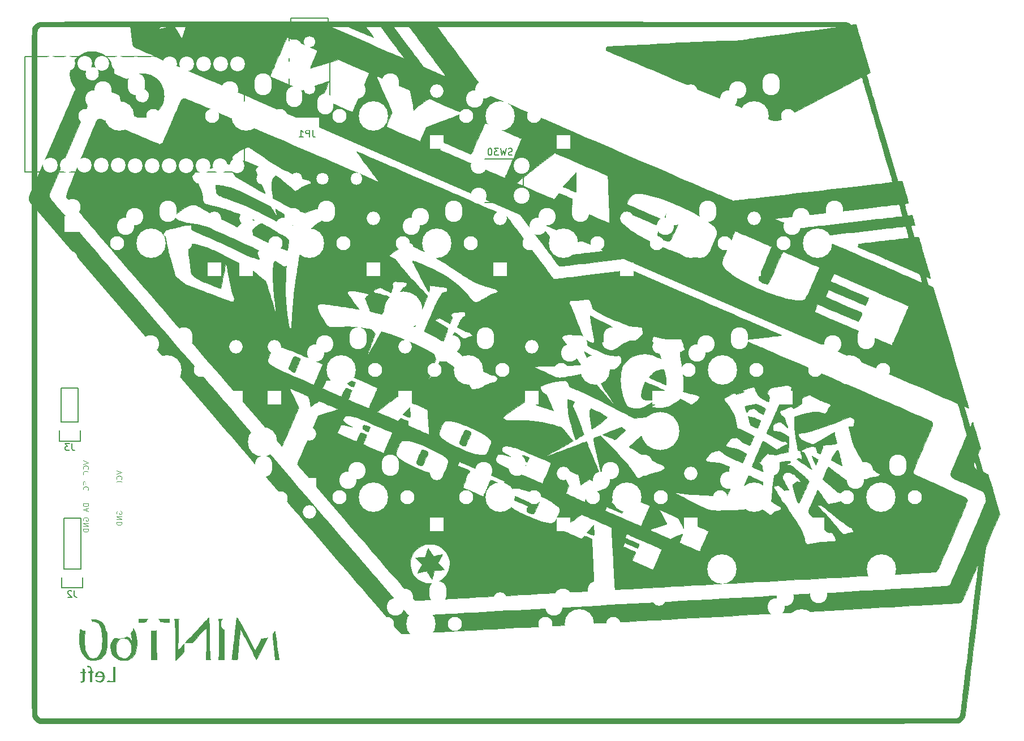
<source format=gbo>
G04 #@! TF.GenerationSoftware,KiCad,Pcbnew,(5.1.6)-1*
G04 #@! TF.CreationDate,2020-06-16T23:59:54+01:00*
G04 #@! TF.ProjectId,Mint60,4d696e74-3630-42e6-9b69-6361645f7063,rev?*
G04 #@! TF.SameCoordinates,Original*
G04 #@! TF.FileFunction,Legend,Bot*
G04 #@! TF.FilePolarity,Positive*
%FSLAX46Y46*%
G04 Gerber Fmt 4.6, Leading zero omitted, Abs format (unit mm)*
G04 Created by KiCad (PCBNEW (5.1.6)-1) date 2020-06-16 23:59:54*
%MOMM*%
%LPD*%
G01*
G04 APERTURE LIST*
%ADD10C,0.100000*%
%ADD11C,0.150000*%
%ADD12C,0.010000*%
%ADD13C,2.600000*%
%ADD14C,4.400000*%
%ADD15C,2.100000*%
%ADD16C,3.450000*%
%ADD17O,2.000000X2.000000*%
%ADD18R,2.000000X2.000000*%
%ADD19C,5.700000*%
%ADD20R,2.432000X2.127200*%
%ADD21O,2.432000X2.127200*%
%ADD22C,2.200000*%
%ADD23C,1.700000*%
%ADD24O,2.400000X3.100000*%
%ADD25R,2.432000X2.432000*%
%ADD26O,2.432000X2.432000*%
%ADD27C,1.800000*%
%ADD28O,1.800000X1.800000*%
%ADD29C,2.400000*%
%ADD30R,1.924000X1.924000*%
G04 APERTURE END LIST*
D10*
X43561904Y-82933333D02*
X44361904Y-83200000D01*
X43561904Y-83466666D01*
X44285714Y-84190476D02*
X44323809Y-84152380D01*
X44361904Y-84038095D01*
X44361904Y-83961904D01*
X44323809Y-83847619D01*
X44247619Y-83771428D01*
X44171428Y-83733333D01*
X44019047Y-83695238D01*
X43904761Y-83695238D01*
X43752380Y-83733333D01*
X43676190Y-83771428D01*
X43600000Y-83847619D01*
X43561904Y-83961904D01*
X43561904Y-84038095D01*
X43600000Y-84152380D01*
X43638095Y-84190476D01*
X44285714Y-84990476D02*
X44323809Y-84952380D01*
X44361904Y-84838095D01*
X44361904Y-84761904D01*
X44323809Y-84647619D01*
X44247619Y-84571428D01*
X44171428Y-84533333D01*
X44019047Y-84495238D01*
X43904761Y-84495238D01*
X43752380Y-84533333D01*
X43676190Y-84571428D01*
X43600000Y-84647619D01*
X43561904Y-84761904D01*
X43561904Y-84838095D01*
X43600000Y-84952380D01*
X43638095Y-84990476D01*
X44361904Y-86485714D02*
X44361904Y-86104761D01*
X43561904Y-86104761D01*
X43942857Y-86752380D02*
X43942857Y-87019047D01*
X44361904Y-87133333D02*
X44361904Y-86752380D01*
X43561904Y-86752380D01*
X43561904Y-87133333D01*
X44361904Y-87476190D02*
X43561904Y-87476190D01*
X43561904Y-87666666D01*
X43600000Y-87780952D01*
X43676190Y-87857142D01*
X43752380Y-87895238D01*
X43904761Y-87933333D01*
X44019047Y-87933333D01*
X44171428Y-87895238D01*
X44247619Y-87857142D01*
X44323809Y-87780952D01*
X44361904Y-87666666D01*
X44361904Y-87476190D01*
X43600000Y-89390476D02*
X43561904Y-89314285D01*
X43561904Y-89200000D01*
X43600000Y-89085714D01*
X43676190Y-89009523D01*
X43752380Y-88971428D01*
X43904761Y-88933333D01*
X44019047Y-88933333D01*
X44171428Y-88971428D01*
X44247619Y-89009523D01*
X44323809Y-89085714D01*
X44361904Y-89200000D01*
X44361904Y-89276190D01*
X44323809Y-89390476D01*
X44285714Y-89428571D01*
X44019047Y-89428571D01*
X44019047Y-89276190D01*
X44361904Y-89771428D02*
X43561904Y-89771428D01*
X44361904Y-90228571D01*
X43561904Y-90228571D01*
X44361904Y-90609523D02*
X43561904Y-90609523D01*
X43561904Y-90800000D01*
X43600000Y-90914285D01*
X43676190Y-90990476D01*
X43752380Y-91028571D01*
X43904761Y-91066666D01*
X44019047Y-91066666D01*
X44171428Y-91028571D01*
X44247619Y-90990476D01*
X44323809Y-90914285D01*
X44361904Y-90800000D01*
X44361904Y-90609523D01*
X38600000Y-90390476D02*
X38561904Y-90314285D01*
X38561904Y-90200000D01*
X38600000Y-90085714D01*
X38676190Y-90009523D01*
X38752380Y-89971428D01*
X38904761Y-89933333D01*
X39019047Y-89933333D01*
X39171428Y-89971428D01*
X39247619Y-90009523D01*
X39323809Y-90085714D01*
X39361904Y-90200000D01*
X39361904Y-90276190D01*
X39323809Y-90390476D01*
X39285714Y-90428571D01*
X39019047Y-90428571D01*
X39019047Y-90276190D01*
X39361904Y-90771428D02*
X38561904Y-90771428D01*
X39361904Y-91228571D01*
X38561904Y-91228571D01*
X39361904Y-91609523D02*
X38561904Y-91609523D01*
X38561904Y-91800000D01*
X38600000Y-91914285D01*
X38676190Y-91990476D01*
X38752380Y-92028571D01*
X38904761Y-92066666D01*
X39019047Y-92066666D01*
X39171428Y-92028571D01*
X39247619Y-91990476D01*
X39323809Y-91914285D01*
X39361904Y-91800000D01*
X39361904Y-91609523D01*
X39323809Y-87028571D02*
X39361904Y-87142857D01*
X39361904Y-87333333D01*
X39323809Y-87409523D01*
X39285714Y-87447619D01*
X39209523Y-87485714D01*
X39133333Y-87485714D01*
X39057142Y-87447619D01*
X39019047Y-87409523D01*
X38980952Y-87333333D01*
X38942857Y-87180952D01*
X38904761Y-87104761D01*
X38866666Y-87066666D01*
X38790476Y-87028571D01*
X38714285Y-87028571D01*
X38638095Y-87066666D01*
X38600000Y-87104761D01*
X38561904Y-87180952D01*
X38561904Y-87371428D01*
X38600000Y-87485714D01*
X39361904Y-87828571D02*
X38561904Y-87828571D01*
X38561904Y-88019047D01*
X38600000Y-88133333D01*
X38676190Y-88209523D01*
X38752380Y-88247619D01*
X38904761Y-88285714D01*
X39019047Y-88285714D01*
X39171428Y-88247619D01*
X39247619Y-88209523D01*
X39323809Y-88133333D01*
X39361904Y-88019047D01*
X39361904Y-87828571D01*
X39133333Y-88590476D02*
X39133333Y-88971428D01*
X39361904Y-88514285D02*
X38561904Y-88780952D01*
X39361904Y-89047619D01*
X39323809Y-84547619D02*
X39361904Y-84661904D01*
X39361904Y-84852380D01*
X39323809Y-84928571D01*
X39285714Y-84966666D01*
X39209523Y-85004761D01*
X39133333Y-85004761D01*
X39057142Y-84966666D01*
X39019047Y-84928571D01*
X38980952Y-84852380D01*
X38942857Y-84700000D01*
X38904761Y-84623809D01*
X38866666Y-84585714D01*
X38790476Y-84547619D01*
X38714285Y-84547619D01*
X38638095Y-84585714D01*
X38600000Y-84623809D01*
X38561904Y-84700000D01*
X38561904Y-84890476D01*
X38600000Y-85004761D01*
X39285714Y-85804761D02*
X39323809Y-85766666D01*
X39361904Y-85652380D01*
X39361904Y-85576190D01*
X39323809Y-85461904D01*
X39247619Y-85385714D01*
X39171428Y-85347619D01*
X39019047Y-85309523D01*
X38904761Y-85309523D01*
X38752380Y-85347619D01*
X38676190Y-85385714D01*
X38600000Y-85461904D01*
X38561904Y-85576190D01*
X38561904Y-85652380D01*
X38600000Y-85766666D01*
X38638095Y-85804761D01*
X39361904Y-86528571D02*
X39361904Y-86147619D01*
X38561904Y-86147619D01*
X38561904Y-81433333D02*
X39361904Y-81700000D01*
X38561904Y-81966666D01*
X39285714Y-82690476D02*
X39323809Y-82652380D01*
X39361904Y-82538095D01*
X39361904Y-82461904D01*
X39323809Y-82347619D01*
X39247619Y-82271428D01*
X39171428Y-82233333D01*
X39019047Y-82195238D01*
X38904761Y-82195238D01*
X38752380Y-82233333D01*
X38676190Y-82271428D01*
X38600000Y-82347619D01*
X38561904Y-82461904D01*
X38561904Y-82538095D01*
X38600000Y-82652380D01*
X38638095Y-82690476D01*
X39285714Y-83490476D02*
X39323809Y-83452380D01*
X39361904Y-83338095D01*
X39361904Y-83261904D01*
X39323809Y-83147619D01*
X39247619Y-83071428D01*
X39171428Y-83033333D01*
X39019047Y-82995238D01*
X38904761Y-82995238D01*
X38752380Y-83033333D01*
X38676190Y-83071428D01*
X38600000Y-83147619D01*
X38561904Y-83261904D01*
X38561904Y-83338095D01*
X38600000Y-83452380D01*
X38638095Y-83490476D01*
D11*
X35400000Y-100480000D02*
X38500000Y-100480000D01*
X35400000Y-98930000D02*
X35400000Y-100480000D01*
X38220000Y-97660000D02*
X35680000Y-97660000D01*
X35680000Y-90040000D02*
X38220000Y-90040000D01*
X38500000Y-100480000D02*
X38500000Y-98930000D01*
X38220000Y-97660000D02*
X38220000Y-90040000D01*
X35680000Y-97660000D02*
X35680000Y-90040000D01*
X29880000Y-38256000D02*
X29880000Y-20984000D01*
X62773000Y-38256000D02*
X62773000Y-20984000D01*
X29880000Y-20984000D02*
X62773000Y-20984000D01*
X29880000Y-38256000D02*
X62773000Y-38256000D01*
X69450000Y-29250000D02*
X75550000Y-29250000D01*
X75550000Y-29250000D02*
X75550000Y-17150000D01*
X75550000Y-17150000D02*
X75300000Y-17150000D01*
X75300000Y-17150000D02*
X75300000Y-15150000D01*
X75250000Y-15150000D02*
X69700000Y-15150000D01*
X69450000Y-29250000D02*
X69450000Y-17150000D01*
X69450000Y-17150000D02*
X69700000Y-17150000D01*
X69700000Y-17150000D02*
X69700000Y-15150000D01*
X35050000Y-78490000D02*
X38150000Y-78490000D01*
X35050000Y-76940000D02*
X35050000Y-78490000D01*
X37870000Y-75670000D02*
X35330000Y-75670000D01*
X38150000Y-78490000D02*
X38150000Y-76940000D01*
X37870000Y-70590000D02*
X37870000Y-75670000D01*
X35330000Y-70590000D02*
X37870000Y-70590000D01*
X35330000Y-75670000D02*
X35330000Y-70590000D01*
X97500000Y-40250000D02*
X97500000Y-38750000D01*
X98750000Y-36250000D02*
X103250000Y-36250000D01*
X104500000Y-38750000D02*
X104500000Y-40250000D01*
X103250000Y-42750000D02*
X98750000Y-42750000D01*
D12*
G36*
X58391065Y-40163158D02*
G01*
X58382495Y-40217565D01*
X58387188Y-40335811D01*
X58402627Y-40498553D01*
X58426297Y-40686445D01*
X58455683Y-40880144D01*
X58488268Y-41060305D01*
X58521538Y-41207584D01*
X58531533Y-41243325D01*
X58599778Y-41411931D01*
X58688117Y-41550816D01*
X58720561Y-41585813D01*
X58776658Y-41628766D01*
X58863754Y-41679832D01*
X58987390Y-41741276D01*
X59153111Y-41815362D01*
X59366460Y-41904352D01*
X59632980Y-42010512D01*
X59958214Y-42136104D01*
X60347707Y-42283394D01*
X60807001Y-42454645D01*
X61238167Y-42614012D01*
X61708196Y-42787749D01*
X62111974Y-42938773D01*
X62462924Y-43073009D01*
X62774471Y-43196384D01*
X63060037Y-43314824D01*
X63333047Y-43434257D01*
X63606924Y-43560608D01*
X63895093Y-43699805D01*
X64210977Y-43857773D01*
X64568000Y-44040441D01*
X64979586Y-44253733D01*
X65132834Y-44333497D01*
X65752285Y-44655990D01*
X66301562Y-44941542D01*
X66785499Y-45192485D01*
X67208929Y-45411152D01*
X67576685Y-45599875D01*
X67893602Y-45760985D01*
X68164512Y-45896814D01*
X68394249Y-46009696D01*
X68587646Y-46101961D01*
X68749537Y-46175942D01*
X68884755Y-46233971D01*
X68998134Y-46278381D01*
X69094507Y-46311502D01*
X69178707Y-46335668D01*
X69255569Y-46353210D01*
X69329925Y-46366460D01*
X69354066Y-46370188D01*
X69514890Y-46394774D01*
X69657725Y-46417340D01*
X69733433Y-46429892D01*
X69783048Y-46435622D01*
X69819553Y-46423408D01*
X69849726Y-46379679D01*
X69880345Y-46290864D01*
X69918186Y-46143390D01*
X69955683Y-45984852D01*
X69999129Y-45798216D01*
X70034352Y-45644323D01*
X70057455Y-45540372D01*
X70064667Y-45503809D01*
X70030395Y-45471013D01*
X69933921Y-45399391D01*
X69784764Y-45295117D01*
X69592439Y-45164366D01*
X69366464Y-45013310D01*
X69116356Y-44848126D01*
X68851630Y-44674986D01*
X68581805Y-44500066D01*
X68316396Y-44329538D01*
X68064921Y-44169579D01*
X67836896Y-44026361D01*
X67641839Y-43906059D01*
X67489265Y-43814847D01*
X67388692Y-43758899D01*
X67351624Y-43743667D01*
X67350780Y-43782116D01*
X67368685Y-43887600D01*
X67402351Y-44045325D01*
X67448790Y-44240497D01*
X67464879Y-44304584D01*
X67517063Y-44512893D01*
X67560702Y-44692604D01*
X67591926Y-44827353D01*
X67606863Y-44900775D01*
X67607601Y-44907834D01*
X67587608Y-44897132D01*
X67531550Y-44822972D01*
X67445701Y-44695212D01*
X67336338Y-44523712D01*
X67209737Y-44318333D01*
X67072173Y-44088934D01*
X66929922Y-43845374D01*
X66916488Y-43822026D01*
X66640401Y-43341500D01*
X64785951Y-42434543D01*
X64144926Y-42121600D01*
X63573651Y-41844176D01*
X63066209Y-41599801D01*
X62616685Y-41386004D01*
X62219165Y-41200313D01*
X61867731Y-41040257D01*
X61556469Y-40903366D01*
X61279464Y-40787168D01*
X61030799Y-40689193D01*
X60804560Y-40606968D01*
X60594830Y-40538024D01*
X60395695Y-40479889D01*
X60201239Y-40430092D01*
X60005546Y-40386162D01*
X59802700Y-40345628D01*
X59770832Y-40339602D01*
X59474376Y-40286407D01*
X59190595Y-40240135D01*
X58931712Y-40202349D01*
X58709952Y-40174612D01*
X58537539Y-40158487D01*
X58426696Y-40155537D01*
X58391065Y-40163158D01*
G37*
X58391065Y-40163158D02*
X58382495Y-40217565D01*
X58387188Y-40335811D01*
X58402627Y-40498553D01*
X58426297Y-40686445D01*
X58455683Y-40880144D01*
X58488268Y-41060305D01*
X58521538Y-41207584D01*
X58531533Y-41243325D01*
X58599778Y-41411931D01*
X58688117Y-41550816D01*
X58720561Y-41585813D01*
X58776658Y-41628766D01*
X58863754Y-41679832D01*
X58987390Y-41741276D01*
X59153111Y-41815362D01*
X59366460Y-41904352D01*
X59632980Y-42010512D01*
X59958214Y-42136104D01*
X60347707Y-42283394D01*
X60807001Y-42454645D01*
X61238167Y-42614012D01*
X61708196Y-42787749D01*
X62111974Y-42938773D01*
X62462924Y-43073009D01*
X62774471Y-43196384D01*
X63060037Y-43314824D01*
X63333047Y-43434257D01*
X63606924Y-43560608D01*
X63895093Y-43699805D01*
X64210977Y-43857773D01*
X64568000Y-44040441D01*
X64979586Y-44253733D01*
X65132834Y-44333497D01*
X65752285Y-44655990D01*
X66301562Y-44941542D01*
X66785499Y-45192485D01*
X67208929Y-45411152D01*
X67576685Y-45599875D01*
X67893602Y-45760985D01*
X68164512Y-45896814D01*
X68394249Y-46009696D01*
X68587646Y-46101961D01*
X68749537Y-46175942D01*
X68884755Y-46233971D01*
X68998134Y-46278381D01*
X69094507Y-46311502D01*
X69178707Y-46335668D01*
X69255569Y-46353210D01*
X69329925Y-46366460D01*
X69354066Y-46370188D01*
X69514890Y-46394774D01*
X69657725Y-46417340D01*
X69733433Y-46429892D01*
X69783048Y-46435622D01*
X69819553Y-46423408D01*
X69849726Y-46379679D01*
X69880345Y-46290864D01*
X69918186Y-46143390D01*
X69955683Y-45984852D01*
X69999129Y-45798216D01*
X70034352Y-45644323D01*
X70057455Y-45540372D01*
X70064667Y-45503809D01*
X70030395Y-45471013D01*
X69933921Y-45399391D01*
X69784764Y-45295117D01*
X69592439Y-45164366D01*
X69366464Y-45013310D01*
X69116356Y-44848126D01*
X68851630Y-44674986D01*
X68581805Y-44500066D01*
X68316396Y-44329538D01*
X68064921Y-44169579D01*
X67836896Y-44026361D01*
X67641839Y-43906059D01*
X67489265Y-43814847D01*
X67388692Y-43758899D01*
X67351624Y-43743667D01*
X67350780Y-43782116D01*
X67368685Y-43887600D01*
X67402351Y-44045325D01*
X67448790Y-44240497D01*
X67464879Y-44304584D01*
X67517063Y-44512893D01*
X67560702Y-44692604D01*
X67591926Y-44827353D01*
X67606863Y-44900775D01*
X67607601Y-44907834D01*
X67587608Y-44897132D01*
X67531550Y-44822972D01*
X67445701Y-44695212D01*
X67336338Y-44523712D01*
X67209737Y-44318333D01*
X67072173Y-44088934D01*
X66929922Y-43845374D01*
X66916488Y-43822026D01*
X66640401Y-43341500D01*
X64785951Y-42434543D01*
X64144926Y-42121600D01*
X63573651Y-41844176D01*
X63066209Y-41599801D01*
X62616685Y-41386004D01*
X62219165Y-41200313D01*
X61867731Y-41040257D01*
X61556469Y-40903366D01*
X61279464Y-40787168D01*
X61030799Y-40689193D01*
X60804560Y-40606968D01*
X60594830Y-40538024D01*
X60395695Y-40479889D01*
X60201239Y-40430092D01*
X60005546Y-40386162D01*
X59802700Y-40345628D01*
X59770832Y-40339602D01*
X59474376Y-40286407D01*
X59190595Y-40240135D01*
X58931712Y-40202349D01*
X58709952Y-40174612D01*
X58537539Y-40158487D01*
X58426696Y-40155537D01*
X58391065Y-40163158D01*
G36*
X65131590Y-45945417D02*
G01*
X65127767Y-45946673D01*
X65004837Y-46002223D01*
X64862834Y-46086988D01*
X64802886Y-46129311D01*
X64666759Y-46225634D01*
X64499379Y-46335577D01*
X64377042Y-46411163D01*
X64138490Y-46575276D01*
X63982627Y-46735217D01*
X63907762Y-46893805D01*
X63912207Y-47053860D01*
X63943410Y-47134852D01*
X63997289Y-47288897D01*
X64007242Y-47430600D01*
X63971873Y-47532607D01*
X63964141Y-47541259D01*
X63966785Y-47572804D01*
X64025284Y-47623877D01*
X64145966Y-47698656D01*
X64335159Y-47801320D01*
X64440391Y-47855713D01*
X64995017Y-48133631D01*
X65596632Y-48424748D01*
X66223669Y-48719164D01*
X66854555Y-49006979D01*
X67467722Y-49278292D01*
X68041598Y-49523204D01*
X68350167Y-49650155D01*
X68643781Y-49766198D01*
X68866765Y-49847617D01*
X69024983Y-49896079D01*
X69124297Y-49913253D01*
X69170572Y-49900807D01*
X69175667Y-49885035D01*
X69181513Y-49818101D01*
X69197312Y-49689673D01*
X69220454Y-49517600D01*
X69248333Y-49319734D01*
X69278338Y-49113924D01*
X69307862Y-48918023D01*
X69334296Y-48749879D01*
X69355031Y-48627343D01*
X69367459Y-48568267D01*
X69368420Y-48566022D01*
X69360258Y-48512738D01*
X69316624Y-48415542D01*
X69251591Y-48299181D01*
X69179230Y-48188402D01*
X69113614Y-48107949D01*
X69101681Y-48096946D01*
X69033385Y-48049192D01*
X68900597Y-47965220D01*
X68712573Y-47850399D01*
X68478572Y-47710097D01*
X68207849Y-47549683D01*
X67909663Y-47374526D01*
X67593270Y-47189994D01*
X67267927Y-47001456D01*
X66942893Y-46814280D01*
X66627423Y-46633834D01*
X66330775Y-46465489D01*
X66062207Y-46314611D01*
X65830976Y-46186570D01*
X65646338Y-46086734D01*
X65542381Y-46032779D01*
X65395516Y-45962497D01*
X65295836Y-45928193D01*
X65216731Y-45924342D01*
X65131590Y-45945417D01*
G37*
X65131590Y-45945417D02*
X65127767Y-45946673D01*
X65004837Y-46002223D01*
X64862834Y-46086988D01*
X64802886Y-46129311D01*
X64666759Y-46225634D01*
X64499379Y-46335577D01*
X64377042Y-46411163D01*
X64138490Y-46575276D01*
X63982627Y-46735217D01*
X63907762Y-46893805D01*
X63912207Y-47053860D01*
X63943410Y-47134852D01*
X63997289Y-47288897D01*
X64007242Y-47430600D01*
X63971873Y-47532607D01*
X63964141Y-47541259D01*
X63966785Y-47572804D01*
X64025284Y-47623877D01*
X64145966Y-47698656D01*
X64335159Y-47801320D01*
X64440391Y-47855713D01*
X64995017Y-48133631D01*
X65596632Y-48424748D01*
X66223669Y-48719164D01*
X66854555Y-49006979D01*
X67467722Y-49278292D01*
X68041598Y-49523204D01*
X68350167Y-49650155D01*
X68643781Y-49766198D01*
X68866765Y-49847617D01*
X69024983Y-49896079D01*
X69124297Y-49913253D01*
X69170572Y-49900807D01*
X69175667Y-49885035D01*
X69181513Y-49818101D01*
X69197312Y-49689673D01*
X69220454Y-49517600D01*
X69248333Y-49319734D01*
X69278338Y-49113924D01*
X69307862Y-48918023D01*
X69334296Y-48749879D01*
X69355031Y-48627343D01*
X69367459Y-48568267D01*
X69368420Y-48566022D01*
X69360258Y-48512738D01*
X69316624Y-48415542D01*
X69251591Y-48299181D01*
X69179230Y-48188402D01*
X69113614Y-48107949D01*
X69101681Y-48096946D01*
X69033385Y-48049192D01*
X68900597Y-47965220D01*
X68712573Y-47850399D01*
X68478572Y-47710097D01*
X68207849Y-47549683D01*
X67909663Y-47374526D01*
X67593270Y-47189994D01*
X67267927Y-47001456D01*
X66942893Y-46814280D01*
X66627423Y-46633834D01*
X66330775Y-46465489D01*
X66062207Y-46314611D01*
X65830976Y-46186570D01*
X65646338Y-46086734D01*
X65542381Y-46032779D01*
X65395516Y-45962497D01*
X65295836Y-45928193D01*
X65216731Y-45924342D01*
X65131590Y-45945417D01*
G36*
X70107031Y-65875784D02*
G01*
X70045323Y-65938778D01*
X70000922Y-66020345D01*
X69932610Y-66162331D01*
X69847367Y-66348562D01*
X69752175Y-66562864D01*
X69654014Y-66789065D01*
X69559863Y-67010989D01*
X69476705Y-67212465D01*
X69411519Y-67377317D01*
X69371286Y-67489373D01*
X69362779Y-67520192D01*
X69373986Y-67659856D01*
X69465646Y-67795386D01*
X69639397Y-67928700D01*
X69776153Y-68004614D01*
X69968888Y-68100111D01*
X70100314Y-68159021D01*
X70183644Y-68184943D01*
X70232091Y-68181474D01*
X70258867Y-68152214D01*
X70265099Y-68137777D01*
X70289266Y-68079586D01*
X70342187Y-67955356D01*
X70418872Y-67776697D01*
X70514328Y-67555221D01*
X70623564Y-67302538D01*
X70705797Y-67112749D01*
X70845385Y-66786766D01*
X70950230Y-66532141D01*
X71022172Y-66343878D01*
X71063049Y-66216977D01*
X71074699Y-66146442D01*
X71067792Y-66128651D01*
X70969707Y-66078560D01*
X70821863Y-66017733D01*
X70649559Y-65954900D01*
X70478094Y-65898796D01*
X70332766Y-65858151D01*
X70238876Y-65841698D01*
X70236342Y-65841667D01*
X70107031Y-65875784D01*
G37*
X70107031Y-65875784D02*
X70045323Y-65938778D01*
X70000922Y-66020345D01*
X69932610Y-66162331D01*
X69847367Y-66348562D01*
X69752175Y-66562864D01*
X69654014Y-66789065D01*
X69559863Y-67010989D01*
X69476705Y-67212465D01*
X69411519Y-67377317D01*
X69371286Y-67489373D01*
X69362779Y-67520192D01*
X69373986Y-67659856D01*
X69465646Y-67795386D01*
X69639397Y-67928700D01*
X69776153Y-68004614D01*
X69968888Y-68100111D01*
X70100314Y-68159021D01*
X70183644Y-68184943D01*
X70232091Y-68181474D01*
X70258867Y-68152214D01*
X70265099Y-68137777D01*
X70289266Y-68079586D01*
X70342187Y-67955356D01*
X70418872Y-67776697D01*
X70514328Y-67555221D01*
X70623564Y-67302538D01*
X70705797Y-67112749D01*
X70845385Y-66786766D01*
X70950230Y-66532141D01*
X71022172Y-66343878D01*
X71063049Y-66216977D01*
X71074699Y-66146442D01*
X71067792Y-66128651D01*
X70969707Y-66078560D01*
X70821863Y-66017733D01*
X70649559Y-65954900D01*
X70478094Y-65898796D01*
X70332766Y-65858151D01*
X70238876Y-65841698D01*
X70236342Y-65841667D01*
X70107031Y-65875784D01*
G36*
X113619475Y-65116386D02*
G01*
X113654720Y-65217611D01*
X113712346Y-65369941D01*
X113786966Y-65559975D01*
X113873193Y-65774312D01*
X113965642Y-65999552D01*
X114058926Y-66222293D01*
X114147659Y-66429136D01*
X114220288Y-66593084D01*
X114284741Y-66725176D01*
X114339830Y-66819783D01*
X114373893Y-66856943D01*
X114374429Y-66856963D01*
X114422872Y-66837975D01*
X114530808Y-66786558D01*
X114683061Y-66710195D01*
X114864454Y-66616368D01*
X114895667Y-66599972D01*
X115133455Y-66472916D01*
X115302874Y-66376858D01*
X115411724Y-66305821D01*
X115467805Y-66253831D01*
X115478917Y-66214914D01*
X115452858Y-66183095D01*
X115446000Y-66178418D01*
X115355064Y-66121153D01*
X115213538Y-66034116D01*
X115033274Y-65924408D01*
X114826126Y-65799131D01*
X114603945Y-65665384D01*
X114378584Y-65530270D01*
X114161896Y-65400888D01*
X113965733Y-65284340D01*
X113801949Y-65187727D01*
X113682395Y-65118149D01*
X113618924Y-65082707D01*
X113611995Y-65079667D01*
X113619475Y-65116386D01*
G37*
X113619475Y-65116386D02*
X113654720Y-65217611D01*
X113712346Y-65369941D01*
X113786966Y-65559975D01*
X113873193Y-65774312D01*
X113965642Y-65999552D01*
X114058926Y-66222293D01*
X114147659Y-66429136D01*
X114220288Y-66593084D01*
X114284741Y-66725176D01*
X114339830Y-66819783D01*
X114373893Y-66856943D01*
X114374429Y-66856963D01*
X114422872Y-66837975D01*
X114530808Y-66786558D01*
X114683061Y-66710195D01*
X114864454Y-66616368D01*
X114895667Y-66599972D01*
X115133455Y-66472916D01*
X115302874Y-66376858D01*
X115411724Y-66305821D01*
X115467805Y-66253831D01*
X115478917Y-66214914D01*
X115452858Y-66183095D01*
X115446000Y-66178418D01*
X115355064Y-66121153D01*
X115213538Y-66034116D01*
X115033274Y-65924408D01*
X114826126Y-65799131D01*
X114603945Y-65665384D01*
X114378584Y-65530270D01*
X114161896Y-65400888D01*
X113965733Y-65284340D01*
X113801949Y-65187727D01*
X113682395Y-65118149D01*
X113618924Y-65082707D01*
X113611995Y-65079667D01*
X113619475Y-65116386D01*
G36*
X78389058Y-69413572D02*
G01*
X78303700Y-69464351D01*
X78232975Y-69578635D01*
X78211138Y-69631667D01*
X78168998Y-69771164D01*
X78169588Y-69881054D01*
X78221599Y-69974530D01*
X78333724Y-70064786D01*
X78514654Y-70165016D01*
X78585471Y-70199884D01*
X78746230Y-70275179D01*
X78880942Y-70333638D01*
X78969706Y-70366837D01*
X78990557Y-70371334D01*
X79043296Y-70336407D01*
X79078096Y-70276084D01*
X79114811Y-70186607D01*
X79172242Y-70052701D01*
X79223036Y-69937075D01*
X79331311Y-69693316D01*
X79174739Y-69627122D01*
X78938495Y-69534975D01*
X78722111Y-69464992D01*
X78542420Y-69421747D01*
X78416253Y-69409815D01*
X78389058Y-69413572D01*
G37*
X78389058Y-69413572D02*
X78303700Y-69464351D01*
X78232975Y-69578635D01*
X78211138Y-69631667D01*
X78168998Y-69771164D01*
X78169588Y-69881054D01*
X78221599Y-69974530D01*
X78333724Y-70064786D01*
X78514654Y-70165016D01*
X78585471Y-70199884D01*
X78746230Y-70275179D01*
X78880942Y-70333638D01*
X78969706Y-70366837D01*
X78990557Y-70371334D01*
X79043296Y-70336407D01*
X79078096Y-70276084D01*
X79114811Y-70186607D01*
X79172242Y-70052701D01*
X79223036Y-69937075D01*
X79331311Y-69693316D01*
X79174739Y-69627122D01*
X78938495Y-69534975D01*
X78722111Y-69464992D01*
X78542420Y-69421747D01*
X78416253Y-69409815D01*
X78389058Y-69413572D01*
G36*
X125145805Y-67802903D02*
G01*
X124796633Y-67844270D01*
X124500932Y-67918628D01*
X124231641Y-68032834D01*
X124225150Y-68036188D01*
X124148186Y-68088787D01*
X124035115Y-68181731D01*
X123898414Y-68302963D01*
X123750561Y-68440425D01*
X123604033Y-68582059D01*
X123471308Y-68715807D01*
X123364864Y-68829612D01*
X123297178Y-68911416D01*
X123280553Y-68948997D01*
X123324472Y-68972443D01*
X123434300Y-69024995D01*
X123598732Y-69101560D01*
X123806467Y-69197048D01*
X124046201Y-69306368D01*
X124306630Y-69424430D01*
X124576451Y-69546141D01*
X124844361Y-69666412D01*
X125099057Y-69780152D01*
X125329235Y-69882269D01*
X125523593Y-69967672D01*
X125670826Y-70031271D01*
X125759632Y-70067975D01*
X125780597Y-70075000D01*
X125804611Y-70037251D01*
X125821146Y-69942328D01*
X125824154Y-69895084D01*
X125827644Y-69610201D01*
X125814875Y-69337538D01*
X125783231Y-69055881D01*
X125730096Y-68744015D01*
X125652853Y-68380727D01*
X125619791Y-68238148D01*
X125511110Y-67777130D01*
X125145805Y-67802903D01*
G37*
X125145805Y-67802903D02*
X124796633Y-67844270D01*
X124500932Y-67918628D01*
X124231641Y-68032834D01*
X124225150Y-68036188D01*
X124148186Y-68088787D01*
X124035115Y-68181731D01*
X123898414Y-68302963D01*
X123750561Y-68440425D01*
X123604033Y-68582059D01*
X123471308Y-68715807D01*
X123364864Y-68829612D01*
X123297178Y-68911416D01*
X123280553Y-68948997D01*
X123324472Y-68972443D01*
X123434300Y-69024995D01*
X123598732Y-69101560D01*
X123806467Y-69197048D01*
X124046201Y-69306368D01*
X124306630Y-69424430D01*
X124576451Y-69546141D01*
X124844361Y-69666412D01*
X125099057Y-69780152D01*
X125329235Y-69882269D01*
X125523593Y-69967672D01*
X125670826Y-70031271D01*
X125759632Y-70067975D01*
X125780597Y-70075000D01*
X125804611Y-70037251D01*
X125821146Y-69942328D01*
X125824154Y-69895084D01*
X125827644Y-69610201D01*
X125814875Y-69337538D01*
X125783231Y-69055881D01*
X125730096Y-68744015D01*
X125652853Y-68380727D01*
X125619791Y-68238148D01*
X125511110Y-67777130D01*
X125145805Y-67802903D01*
G36*
X86920727Y-73971608D02*
G01*
X86735329Y-74167152D01*
X86602345Y-74310690D01*
X86515366Y-74411110D01*
X86467981Y-74477300D01*
X86453782Y-74518149D01*
X86466356Y-74542544D01*
X86497393Y-74558626D01*
X86575656Y-74591317D01*
X86710690Y-74649409D01*
X86881872Y-74723979D01*
X87026705Y-74787615D01*
X87201461Y-74861746D01*
X87346717Y-74917828D01*
X87445910Y-74949825D01*
X87481788Y-74953435D01*
X87491676Y-74902450D01*
X87498123Y-74784698D01*
X87501290Y-74618003D01*
X87501336Y-74420190D01*
X87498420Y-74209080D01*
X87492703Y-74002499D01*
X87484343Y-73818269D01*
X87473500Y-73674215D01*
X87470064Y-73643690D01*
X87442500Y-73423546D01*
X86920727Y-73971608D01*
G37*
X86920727Y-73971608D02*
X86735329Y-74167152D01*
X86602345Y-74310690D01*
X86515366Y-74411110D01*
X86467981Y-74477300D01*
X86453782Y-74518149D01*
X86466356Y-74542544D01*
X86497393Y-74558626D01*
X86575656Y-74591317D01*
X86710690Y-74649409D01*
X86881872Y-74723979D01*
X87026705Y-74787615D01*
X87201461Y-74861746D01*
X87346717Y-74917828D01*
X87445910Y-74949825D01*
X87481788Y-74953435D01*
X87491676Y-74902450D01*
X87498123Y-74784698D01*
X87501290Y-74618003D01*
X87501336Y-74420190D01*
X87498420Y-74209080D01*
X87492703Y-74002499D01*
X87484343Y-73818269D01*
X87473500Y-73674215D01*
X87470064Y-73643690D01*
X87442500Y-73423546D01*
X86920727Y-73971608D01*
G36*
X80536144Y-76156600D02*
G01*
X80457861Y-76265113D01*
X80431496Y-76320243D01*
X80387766Y-76452809D01*
X80390202Y-76565329D01*
X80446069Y-76666744D01*
X80562629Y-76765993D01*
X80747148Y-76872017D01*
X80962748Y-76974099D01*
X81243607Y-77100112D01*
X81279851Y-77005973D01*
X81316117Y-76917658D01*
X81373392Y-76784158D01*
X81426548Y-76663149D01*
X81483371Y-76533014D01*
X81523236Y-76437514D01*
X81537000Y-76399134D01*
X81499537Y-76372558D01*
X81397994Y-76325985D01*
X81248639Y-76266108D01*
X81067743Y-76199620D01*
X80969042Y-76165478D01*
X80775012Y-76111597D01*
X80636286Y-76107033D01*
X80536144Y-76156600D01*
G37*
X80536144Y-76156600D02*
X80457861Y-76265113D01*
X80431496Y-76320243D01*
X80387766Y-76452809D01*
X80390202Y-76565329D01*
X80446069Y-76666744D01*
X80562629Y-76765993D01*
X80747148Y-76872017D01*
X80962748Y-76974099D01*
X81243607Y-77100112D01*
X81279851Y-77005973D01*
X81316117Y-76917658D01*
X81373392Y-76784158D01*
X81426548Y-76663149D01*
X81483371Y-76533014D01*
X81523236Y-76437514D01*
X81537000Y-76399134D01*
X81499537Y-76372558D01*
X81397994Y-76325985D01*
X81248639Y-76266108D01*
X81067743Y-76199620D01*
X80969042Y-76165478D01*
X80775012Y-76111597D01*
X80636286Y-76107033D01*
X80536144Y-76156600D01*
G36*
X95718631Y-76839054D02*
G01*
X95658349Y-76901250D01*
X95615381Y-76980914D01*
X95549274Y-77120522D01*
X95465842Y-77306175D01*
X95370906Y-77523972D01*
X95270281Y-77760015D01*
X95169785Y-78000404D01*
X95075236Y-78231238D01*
X94992452Y-78438619D01*
X94927250Y-78608647D01*
X94885447Y-78727422D01*
X94872636Y-78778522D01*
X94896409Y-78868964D01*
X94975912Y-78954318D01*
X95121357Y-79043365D01*
X95254149Y-79106518D01*
X95446313Y-79187542D01*
X95581118Y-79230102D01*
X95675682Y-79235994D01*
X95747129Y-79207014D01*
X95795955Y-79163354D01*
X95845204Y-79089291D01*
X95918057Y-78952060D01*
X96008265Y-78766165D01*
X96109580Y-78546111D01*
X96215756Y-78306402D01*
X96320544Y-78061544D01*
X96417697Y-77826042D01*
X96500966Y-77614399D01*
X96564105Y-77441121D01*
X96600864Y-77320713D01*
X96607667Y-77278901D01*
X96579133Y-77162123D01*
X96488154Y-77059096D01*
X96326668Y-76962888D01*
X96158066Y-76892394D01*
X95958772Y-76828375D01*
X95816874Y-76810514D01*
X95718631Y-76839054D01*
G37*
X95718631Y-76839054D02*
X95658349Y-76901250D01*
X95615381Y-76980914D01*
X95549274Y-77120522D01*
X95465842Y-77306175D01*
X95370906Y-77523972D01*
X95270281Y-77760015D01*
X95169785Y-78000404D01*
X95075236Y-78231238D01*
X94992452Y-78438619D01*
X94927250Y-78608647D01*
X94885447Y-78727422D01*
X94872636Y-78778522D01*
X94896409Y-78868964D01*
X94975912Y-78954318D01*
X95121357Y-79043365D01*
X95254149Y-79106518D01*
X95446313Y-79187542D01*
X95581118Y-79230102D01*
X95675682Y-79235994D01*
X95747129Y-79207014D01*
X95795955Y-79163354D01*
X95845204Y-79089291D01*
X95918057Y-78952060D01*
X96008265Y-78766165D01*
X96109580Y-78546111D01*
X96215756Y-78306402D01*
X96320544Y-78061544D01*
X96417697Y-77826042D01*
X96500966Y-77614399D01*
X96564105Y-77441121D01*
X96600864Y-77320713D01*
X96607667Y-77278901D01*
X96579133Y-77162123D01*
X96488154Y-77059096D01*
X96326668Y-76962888D01*
X96158066Y-76892394D01*
X95958772Y-76828375D01*
X95816874Y-76810514D01*
X95718631Y-76839054D01*
G36*
X89265595Y-79817306D02*
G01*
X89224284Y-79864584D01*
X89181673Y-79944041D01*
X89114443Y-80085418D01*
X89028990Y-80273761D01*
X88931707Y-80494114D01*
X88828990Y-80731522D01*
X88727232Y-80971031D01*
X88632828Y-81197685D01*
X88552172Y-81396530D01*
X88491658Y-81552610D01*
X88457682Y-81650971D01*
X88453619Y-81666990D01*
X88467076Y-81800308D01*
X88563348Y-81922779D01*
X88742941Y-82034904D01*
X88888285Y-82096445D01*
X89084720Y-82159656D01*
X89225633Y-82177694D01*
X89326972Y-82150778D01*
X89384752Y-82103282D01*
X89420018Y-82044321D01*
X89481478Y-81921286D01*
X89562918Y-81748322D01*
X89658127Y-81539575D01*
X89760890Y-81309189D01*
X89864995Y-81071310D01*
X89964230Y-80840084D01*
X90052382Y-80629655D01*
X90123238Y-80454169D01*
X90170585Y-80327772D01*
X90185365Y-80280439D01*
X90171102Y-80175082D01*
X90088306Y-80061415D01*
X89950435Y-79952240D01*
X89770949Y-79860359D01*
X89725727Y-79843207D01*
X89518316Y-79783369D01*
X89368398Y-79774587D01*
X89265595Y-79817306D01*
G37*
X89265595Y-79817306D02*
X89224284Y-79864584D01*
X89181673Y-79944041D01*
X89114443Y-80085418D01*
X89028990Y-80273761D01*
X88931707Y-80494114D01*
X88828990Y-80731522D01*
X88727232Y-80971031D01*
X88632828Y-81197685D01*
X88552172Y-81396530D01*
X88491658Y-81552610D01*
X88457682Y-81650971D01*
X88453619Y-81666990D01*
X88467076Y-81800308D01*
X88563348Y-81922779D01*
X88742941Y-82034904D01*
X88888285Y-82096445D01*
X89084720Y-82159656D01*
X89225633Y-82177694D01*
X89326972Y-82150778D01*
X89384752Y-82103282D01*
X89420018Y-82044321D01*
X89481478Y-81921286D01*
X89562918Y-81748322D01*
X89658127Y-81539575D01*
X89760890Y-81309189D01*
X89864995Y-81071310D01*
X89964230Y-80840084D01*
X90052382Y-80629655D01*
X90123238Y-80454169D01*
X90170585Y-80327772D01*
X90185365Y-80280439D01*
X90171102Y-80175082D01*
X90088306Y-80061415D01*
X89950435Y-79952240D01*
X89770949Y-79860359D01*
X89725727Y-79843207D01*
X89518316Y-79783369D01*
X89368398Y-79774587D01*
X89265595Y-79817306D01*
G36*
X114508637Y-73665206D02*
G01*
X114455871Y-73752021D01*
X114425968Y-73808238D01*
X114383614Y-73900884D01*
X114359461Y-73989809D01*
X114350986Y-74099017D01*
X114355665Y-74252510D01*
X114364776Y-74390321D01*
X114381730Y-74581895D01*
X114407248Y-74814704D01*
X114439420Y-75076002D01*
X114476338Y-75353046D01*
X114516093Y-75633089D01*
X114556777Y-75903387D01*
X114596481Y-76151194D01*
X114633295Y-76363764D01*
X114665312Y-76528353D01*
X114690622Y-76632214D01*
X114705167Y-76663169D01*
X114751777Y-76643780D01*
X114855295Y-76582488D01*
X115003926Y-76486863D01*
X115185870Y-76364478D01*
X115370736Y-76236030D01*
X115777622Y-75946496D01*
X116117067Y-75698660D01*
X116393220Y-75489020D01*
X116610235Y-75314079D01*
X116772263Y-75170336D01*
X116883456Y-75054291D01*
X116947966Y-74962444D01*
X116969943Y-74891297D01*
X116970000Y-74887929D01*
X116935683Y-74853883D01*
X116842192Y-74786708D01*
X116703721Y-74695530D01*
X116534464Y-74589481D01*
X116348613Y-74477689D01*
X116186834Y-74384199D01*
X116069069Y-74321689D01*
X115903080Y-74239090D01*
X115703018Y-74142874D01*
X115483035Y-74039515D01*
X115257282Y-73935484D01*
X115039911Y-73837254D01*
X114845073Y-73751297D01*
X114686920Y-73684085D01*
X114579604Y-73642090D01*
X114539974Y-73631000D01*
X114508637Y-73665206D01*
G37*
X114508637Y-73665206D02*
X114455871Y-73752021D01*
X114425968Y-73808238D01*
X114383614Y-73900884D01*
X114359461Y-73989809D01*
X114350986Y-74099017D01*
X114355665Y-74252510D01*
X114364776Y-74390321D01*
X114381730Y-74581895D01*
X114407248Y-74814704D01*
X114439420Y-75076002D01*
X114476338Y-75353046D01*
X114516093Y-75633089D01*
X114556777Y-75903387D01*
X114596481Y-76151194D01*
X114633295Y-76363764D01*
X114665312Y-76528353D01*
X114690622Y-76632214D01*
X114705167Y-76663169D01*
X114751777Y-76643780D01*
X114855295Y-76582488D01*
X115003926Y-76486863D01*
X115185870Y-76364478D01*
X115370736Y-76236030D01*
X115777622Y-75946496D01*
X116117067Y-75698660D01*
X116393220Y-75489020D01*
X116610235Y-75314079D01*
X116772263Y-75170336D01*
X116883456Y-75054291D01*
X116947966Y-74962444D01*
X116969943Y-74891297D01*
X116970000Y-74887929D01*
X116935683Y-74853883D01*
X116842192Y-74786708D01*
X116703721Y-74695530D01*
X116534464Y-74589481D01*
X116348613Y-74477689D01*
X116186834Y-74384199D01*
X116069069Y-74321689D01*
X115903080Y-74239090D01*
X115703018Y-74142874D01*
X115483035Y-74039515D01*
X115257282Y-73935484D01*
X115039911Y-73837254D01*
X114845073Y-73751297D01*
X114686920Y-73684085D01*
X114579604Y-73642090D01*
X114539974Y-73631000D01*
X114508637Y-73665206D01*
G36*
X111114731Y-72239671D02*
G01*
X111098749Y-72260971D01*
X111088472Y-72335864D01*
X111084209Y-72480175D01*
X111085305Y-72678918D01*
X111091102Y-72917105D01*
X111100945Y-73179750D01*
X111114175Y-73451869D01*
X111130136Y-73718474D01*
X111148172Y-73964580D01*
X111167626Y-74175199D01*
X111187841Y-74335347D01*
X111190322Y-74350667D01*
X111227035Y-74550050D01*
X111275895Y-74779093D01*
X111338920Y-75045633D01*
X111418131Y-75357508D01*
X111515549Y-75722554D01*
X111633193Y-76148610D01*
X111773083Y-76643511D01*
X111855958Y-76933000D01*
X111939337Y-77223234D01*
X112016873Y-77493177D01*
X112084897Y-77730048D01*
X112139740Y-77921066D01*
X112177730Y-78053449D01*
X112193293Y-78107750D01*
X112228942Y-78200530D01*
X112263845Y-78244730D01*
X112267260Y-78245334D01*
X112313139Y-78223988D01*
X112417838Y-78164960D01*
X112568584Y-78075766D01*
X112752605Y-77963923D01*
X112889687Y-77879103D01*
X113087429Y-77755764D01*
X113258540Y-77648776D01*
X113390742Y-77565835D01*
X113471759Y-77514640D01*
X113491380Y-77501862D01*
X113480027Y-77461186D01*
X113442030Y-77349076D01*
X113380240Y-77173458D01*
X113297508Y-76942263D01*
X113196684Y-76663417D01*
X113080620Y-76344850D01*
X112952167Y-75994489D01*
X112836269Y-75680041D01*
X112660448Y-75208278D01*
X112499554Y-74784912D01*
X112355762Y-74415381D01*
X112231246Y-74105117D01*
X112128180Y-73859556D01*
X112048739Y-73684133D01*
X112002614Y-73596210D01*
X111915790Y-73444235D01*
X111868965Y-73333532D01*
X111853420Y-73236127D01*
X111859082Y-73135701D01*
X111925857Y-72916571D01*
X112014449Y-72781175D01*
X112090605Y-72681485D01*
X112116516Y-72626506D01*
X112097786Y-72597319D01*
X112072258Y-72586050D01*
X112003316Y-72558874D01*
X111875785Y-72507026D01*
X111709189Y-72438489D01*
X111559906Y-72376591D01*
X111366302Y-72297961D01*
X111236432Y-72251153D01*
X111157005Y-72232833D01*
X111114731Y-72239671D01*
G37*
X111114731Y-72239671D02*
X111098749Y-72260971D01*
X111088472Y-72335864D01*
X111084209Y-72480175D01*
X111085305Y-72678918D01*
X111091102Y-72917105D01*
X111100945Y-73179750D01*
X111114175Y-73451869D01*
X111130136Y-73718474D01*
X111148172Y-73964580D01*
X111167626Y-74175199D01*
X111187841Y-74335347D01*
X111190322Y-74350667D01*
X111227035Y-74550050D01*
X111275895Y-74779093D01*
X111338920Y-75045633D01*
X111418131Y-75357508D01*
X111515549Y-75722554D01*
X111633193Y-76148610D01*
X111773083Y-76643511D01*
X111855958Y-76933000D01*
X111939337Y-77223234D01*
X112016873Y-77493177D01*
X112084897Y-77730048D01*
X112139740Y-77921066D01*
X112177730Y-78053449D01*
X112193293Y-78107750D01*
X112228942Y-78200530D01*
X112263845Y-78244730D01*
X112267260Y-78245334D01*
X112313139Y-78223988D01*
X112417838Y-78164960D01*
X112568584Y-78075766D01*
X112752605Y-77963923D01*
X112889687Y-77879103D01*
X113087429Y-77755764D01*
X113258540Y-77648776D01*
X113390742Y-77565835D01*
X113471759Y-77514640D01*
X113491380Y-77501862D01*
X113480027Y-77461186D01*
X113442030Y-77349076D01*
X113380240Y-77173458D01*
X113297508Y-76942263D01*
X113196684Y-76663417D01*
X113080620Y-76344850D01*
X112952167Y-75994489D01*
X112836269Y-75680041D01*
X112660448Y-75208278D01*
X112499554Y-74784912D01*
X112355762Y-74415381D01*
X112231246Y-74105117D01*
X112128180Y-73859556D01*
X112048739Y-73684133D01*
X112002614Y-73596210D01*
X111915790Y-73444235D01*
X111868965Y-73333532D01*
X111853420Y-73236127D01*
X111859082Y-73135701D01*
X111925857Y-72916571D01*
X112014449Y-72781175D01*
X112090605Y-72681485D01*
X112116516Y-72626506D01*
X112097786Y-72597319D01*
X112072258Y-72586050D01*
X112003316Y-72558874D01*
X111875785Y-72507026D01*
X111709189Y-72438489D01*
X111559906Y-72376591D01*
X111366302Y-72297961D01*
X111236432Y-72251153D01*
X111157005Y-72232833D01*
X111114731Y-72239671D01*
G36*
X118787267Y-76524149D02*
G01*
X118655136Y-76563209D01*
X118473455Y-76625471D01*
X118253314Y-76706346D01*
X118005805Y-76801243D01*
X117742016Y-76905571D01*
X117473039Y-77014742D01*
X117209962Y-77124163D01*
X116963876Y-77229245D01*
X116745872Y-77325399D01*
X116567039Y-77408032D01*
X116438467Y-77472556D01*
X116371247Y-77514380D01*
X116365038Y-77526725D01*
X116417817Y-77554480D01*
X116529407Y-77602493D01*
X116679081Y-77661997D01*
X116737167Y-77684118D01*
X116909923Y-77751950D01*
X117131516Y-77842977D01*
X117373683Y-77945406D01*
X117608163Y-78047443D01*
X117613144Y-78049648D01*
X117808300Y-78135651D01*
X117973724Y-78207703D01*
X118095076Y-78259622D01*
X118158017Y-78285228D01*
X118163477Y-78286855D01*
X118198048Y-78260274D01*
X118286245Y-78186881D01*
X118417780Y-78075395D01*
X118582365Y-77934533D01*
X118762656Y-77779116D01*
X119047560Y-77532251D01*
X119274076Y-77334604D01*
X119448237Y-77180456D01*
X119576078Y-77064085D01*
X119663631Y-76979772D01*
X119716931Y-76921797D01*
X119742011Y-76884438D01*
X119744905Y-76861976D01*
X119738876Y-76853589D01*
X119688518Y-76812964D01*
X119590623Y-76736223D01*
X119464850Y-76638761D01*
X119443434Y-76622258D01*
X119186368Y-76424322D01*
X118787267Y-76524149D01*
G37*
X118787267Y-76524149D02*
X118655136Y-76563209D01*
X118473455Y-76625471D01*
X118253314Y-76706346D01*
X118005805Y-76801243D01*
X117742016Y-76905571D01*
X117473039Y-77014742D01*
X117209962Y-77124163D01*
X116963876Y-77229245D01*
X116745872Y-77325399D01*
X116567039Y-77408032D01*
X116438467Y-77472556D01*
X116371247Y-77514380D01*
X116365038Y-77526725D01*
X116417817Y-77554480D01*
X116529407Y-77602493D01*
X116679081Y-77661997D01*
X116737167Y-77684118D01*
X116909923Y-77751950D01*
X117131516Y-77842977D01*
X117373683Y-77945406D01*
X117608163Y-78047443D01*
X117613144Y-78049648D01*
X117808300Y-78135651D01*
X117973724Y-78207703D01*
X118095076Y-78259622D01*
X118158017Y-78285228D01*
X118163477Y-78286855D01*
X118198048Y-78260274D01*
X118286245Y-78186881D01*
X118417780Y-78075395D01*
X118582365Y-77934533D01*
X118762656Y-77779116D01*
X119047560Y-77532251D01*
X119274076Y-77334604D01*
X119448237Y-77180456D01*
X119576078Y-77064085D01*
X119663631Y-76979772D01*
X119716931Y-76921797D01*
X119742011Y-76884438D01*
X119744905Y-76861976D01*
X119738876Y-76853589D01*
X119688518Y-76812964D01*
X119590623Y-76736223D01*
X119464850Y-76638761D01*
X119443434Y-76622258D01*
X119186368Y-76424322D01*
X118787267Y-76524149D01*
G36*
X104288518Y-80653047D02*
G01*
X104234497Y-80686624D01*
X104159816Y-80788041D01*
X104115236Y-80927333D01*
X104106575Y-81070330D01*
X104139646Y-81182864D01*
X104148064Y-81194396D01*
X104202474Y-81234488D01*
X104312345Y-81299257D01*
X104457420Y-81378302D01*
X104617443Y-81461216D01*
X104772160Y-81537596D01*
X104901315Y-81597038D01*
X104984652Y-81629136D01*
X105000004Y-81632000D01*
X105025168Y-81595843D01*
X105074278Y-81499042D01*
X105138705Y-81359104D01*
X105171970Y-81283070D01*
X105322229Y-80934139D01*
X104992424Y-80797666D01*
X104737438Y-80699744D01*
X104542977Y-80644151D01*
X104397263Y-80629160D01*
X104288518Y-80653047D01*
G37*
X104288518Y-80653047D02*
X104234497Y-80686624D01*
X104159816Y-80788041D01*
X104115236Y-80927333D01*
X104106575Y-81070330D01*
X104139646Y-81182864D01*
X104148064Y-81194396D01*
X104202474Y-81234488D01*
X104312345Y-81299257D01*
X104457420Y-81378302D01*
X104617443Y-81461216D01*
X104772160Y-81537596D01*
X104901315Y-81597038D01*
X104984652Y-81629136D01*
X105000004Y-81632000D01*
X105025168Y-81595843D01*
X105074278Y-81499042D01*
X105138705Y-81359104D01*
X105171970Y-81283070D01*
X105322229Y-80934139D01*
X104992424Y-80797666D01*
X104737438Y-80699744D01*
X104542977Y-80644151D01*
X104397263Y-80629160D01*
X104288518Y-80653047D01*
G36*
X103839643Y-81789492D02*
G01*
X103774717Y-81828330D01*
X103742385Y-81856276D01*
X103666409Y-81950574D01*
X103589348Y-82086662D01*
X103555174Y-82164960D01*
X103510207Y-82303919D01*
X103502611Y-82413228D01*
X103540910Y-82505576D01*
X103633631Y-82593653D01*
X103789298Y-82690148D01*
X103972136Y-82785584D01*
X104140051Y-82868456D01*
X104280238Y-82934730D01*
X104375378Y-82976392D01*
X104406736Y-82986667D01*
X104446942Y-82952113D01*
X104478699Y-82891417D01*
X104512174Y-82809759D01*
X104568978Y-82674961D01*
X104638745Y-82511557D01*
X104664326Y-82452104D01*
X104812682Y-82108041D01*
X104515774Y-81991553D01*
X104338669Y-81924449D01*
X104163567Y-81861981D01*
X104032772Y-81819059D01*
X103913915Y-81787907D01*
X103839643Y-81789492D01*
G37*
X103839643Y-81789492D02*
X103774717Y-81828330D01*
X103742385Y-81856276D01*
X103666409Y-81950574D01*
X103589348Y-82086662D01*
X103555174Y-82164960D01*
X103510207Y-82303919D01*
X103502611Y-82413228D01*
X103540910Y-82505576D01*
X103633631Y-82593653D01*
X103789298Y-82690148D01*
X103972136Y-82785584D01*
X104140051Y-82868456D01*
X104280238Y-82934730D01*
X104375378Y-82976392D01*
X104406736Y-82986667D01*
X104446942Y-82952113D01*
X104478699Y-82891417D01*
X104512174Y-82809759D01*
X104568978Y-82674961D01*
X104638745Y-82511557D01*
X104664326Y-82452104D01*
X104812682Y-82108041D01*
X104515774Y-81991553D01*
X104338669Y-81924449D01*
X104163567Y-81861981D01*
X104032772Y-81819059D01*
X103913915Y-81787907D01*
X103839643Y-81789492D01*
G36*
X139203514Y-72961999D02*
G01*
X139027443Y-72979297D01*
X138960310Y-72987566D01*
X138751730Y-73018744D01*
X138498887Y-73063702D01*
X138239595Y-73115445D01*
X138085879Y-73149317D01*
X137878726Y-73197724D01*
X137741161Y-73233377D01*
X137660276Y-73262572D01*
X137623164Y-73291609D01*
X137616917Y-73326785D01*
X137628124Y-73372676D01*
X137654760Y-73461670D01*
X137698661Y-73606423D01*
X137752184Y-73781777D01*
X137777214Y-73863452D01*
X137832014Y-74039649D01*
X137869486Y-74145871D01*
X137897031Y-74193115D01*
X137922053Y-74192379D01*
X137951953Y-74154662D01*
X137962424Y-74138640D01*
X138106813Y-73943995D01*
X138255844Y-73811851D01*
X138435626Y-73722808D01*
X138581167Y-73678897D01*
X138806665Y-73634373D01*
X138982445Y-73636665D01*
X139133200Y-73692197D01*
X139283621Y-73807395D01*
X139358471Y-73881124D01*
X139595039Y-74097148D01*
X139852971Y-74270595D01*
X140133178Y-74410070D01*
X140372856Y-74515626D01*
X140554398Y-74090467D01*
X140735939Y-73665308D01*
X140632220Y-73586187D01*
X140509590Y-73503779D01*
X140333873Y-73399499D01*
X140128993Y-73286125D01*
X139918876Y-73176434D01*
X139727447Y-73083205D01*
X139578632Y-73019215D01*
X139553911Y-73010303D01*
X139439468Y-72976458D01*
X139331762Y-72960705D01*
X139203514Y-72961999D01*
G37*
X139203514Y-72961999D02*
X139027443Y-72979297D01*
X138960310Y-72987566D01*
X138751730Y-73018744D01*
X138498887Y-73063702D01*
X138239595Y-73115445D01*
X138085879Y-73149317D01*
X137878726Y-73197724D01*
X137741161Y-73233377D01*
X137660276Y-73262572D01*
X137623164Y-73291609D01*
X137616917Y-73326785D01*
X137628124Y-73372676D01*
X137654760Y-73461670D01*
X137698661Y-73606423D01*
X137752184Y-73781777D01*
X137777214Y-73863452D01*
X137832014Y-74039649D01*
X137869486Y-74145871D01*
X137897031Y-74193115D01*
X137922053Y-74192379D01*
X137951953Y-74154662D01*
X137962424Y-74138640D01*
X138106813Y-73943995D01*
X138255844Y-73811851D01*
X138435626Y-73722808D01*
X138581167Y-73678897D01*
X138806665Y-73634373D01*
X138982445Y-73636665D01*
X139133200Y-73692197D01*
X139283621Y-73807395D01*
X139358471Y-73881124D01*
X139595039Y-74097148D01*
X139852971Y-74270595D01*
X140133178Y-74410070D01*
X140372856Y-74515626D01*
X140554398Y-74090467D01*
X140735939Y-73665308D01*
X140632220Y-73586187D01*
X140509590Y-73503779D01*
X140333873Y-73399499D01*
X140128993Y-73286125D01*
X139918876Y-73176434D01*
X139727447Y-73083205D01*
X139578632Y-73019215D01*
X139553911Y-73010303D01*
X139439468Y-72976458D01*
X139331762Y-72960705D01*
X139203514Y-72961999D01*
G36*
X138107375Y-74831515D02*
G01*
X138110393Y-74877876D01*
X138133881Y-74987753D01*
X138172941Y-75143884D01*
X138222678Y-75329008D01*
X138278192Y-75525862D01*
X138334586Y-75717186D01*
X138386964Y-75885717D01*
X138430426Y-76014195D01*
X138460077Y-76085358D01*
X138465175Y-76092601D01*
X138509850Y-76116549D01*
X138614136Y-76165631D01*
X138760097Y-76231949D01*
X138929797Y-76307601D01*
X139105302Y-76384690D01*
X139268674Y-76455313D01*
X139401978Y-76511573D01*
X139487280Y-76545569D01*
X139508196Y-76552000D01*
X139526971Y-76515265D01*
X139571904Y-76414583D01*
X139636773Y-76264236D01*
X139715355Y-76078506D01*
X139737275Y-76026160D01*
X139818225Y-75829687D01*
X139885737Y-75660601D01*
X139933727Y-75534534D01*
X139956113Y-75467116D01*
X139957000Y-75461500D01*
X139920927Y-75429805D01*
X139822251Y-75370682D01*
X139675290Y-75292081D01*
X139494363Y-75201953D01*
X139459584Y-75185259D01*
X139203490Y-75068435D01*
X138990174Y-74985616D01*
X138790063Y-74926831D01*
X138573585Y-74882107D01*
X138546928Y-74877520D01*
X138369071Y-74850083D01*
X138224071Y-74832754D01*
X138130979Y-74827527D01*
X138107375Y-74831515D01*
G37*
X138107375Y-74831515D02*
X138110393Y-74877876D01*
X138133881Y-74987753D01*
X138172941Y-75143884D01*
X138222678Y-75329008D01*
X138278192Y-75525862D01*
X138334586Y-75717186D01*
X138386964Y-75885717D01*
X138430426Y-76014195D01*
X138460077Y-76085358D01*
X138465175Y-76092601D01*
X138509850Y-76116549D01*
X138614136Y-76165631D01*
X138760097Y-76231949D01*
X138929797Y-76307601D01*
X139105302Y-76384690D01*
X139268674Y-76455313D01*
X139401978Y-76511573D01*
X139487280Y-76545569D01*
X139508196Y-76552000D01*
X139526971Y-76515265D01*
X139571904Y-76414583D01*
X139636773Y-76264236D01*
X139715355Y-76078506D01*
X139737275Y-76026160D01*
X139818225Y-75829687D01*
X139885737Y-75660601D01*
X139933727Y-75534534D01*
X139956113Y-75467116D01*
X139957000Y-75461500D01*
X139920927Y-75429805D01*
X139822251Y-75370682D01*
X139675290Y-75292081D01*
X139494363Y-75201953D01*
X139459584Y-75185259D01*
X139203490Y-75068435D01*
X138990174Y-74985616D01*
X138790063Y-74926831D01*
X138573585Y-74882107D01*
X138546928Y-74877520D01*
X138369071Y-74850083D01*
X138224071Y-74832754D01*
X138130979Y-74827527D01*
X138107375Y-74831515D01*
G36*
X147681537Y-80761017D02*
G01*
X147717627Y-80866177D01*
X147774582Y-81017614D01*
X147845991Y-81199629D01*
X147925442Y-81396522D01*
X148006522Y-81592594D01*
X148082819Y-81772146D01*
X148147923Y-81919478D01*
X148195421Y-82018891D01*
X148218721Y-82054695D01*
X148244901Y-82018174D01*
X148293447Y-81919098D01*
X148356633Y-81774049D01*
X148405758Y-81653231D01*
X148470403Y-81484530D01*
X148518795Y-81347771D01*
X148545105Y-81260103D01*
X148547204Y-81237079D01*
X148481860Y-81191957D01*
X148369658Y-81120837D01*
X148227744Y-81033898D01*
X148073263Y-80941321D01*
X147923361Y-80853287D01*
X147795183Y-80779976D01*
X147705875Y-80731570D01*
X147672724Y-80717833D01*
X147681537Y-80761017D01*
G37*
X147681537Y-80761017D02*
X147717627Y-80866177D01*
X147774582Y-81017614D01*
X147845991Y-81199629D01*
X147925442Y-81396522D01*
X148006522Y-81592594D01*
X148082819Y-81772146D01*
X148147923Y-81919478D01*
X148195421Y-82018891D01*
X148218721Y-82054695D01*
X148244901Y-82018174D01*
X148293447Y-81919098D01*
X148356633Y-81774049D01*
X148405758Y-81653231D01*
X148470403Y-81484530D01*
X148518795Y-81347771D01*
X148545105Y-81260103D01*
X148547204Y-81237079D01*
X148481860Y-81191957D01*
X148369658Y-81120837D01*
X148227744Y-81033898D01*
X148073263Y-80941321D01*
X147923361Y-80853287D01*
X147795183Y-80779976D01*
X147705875Y-80731570D01*
X147672724Y-80717833D01*
X147681537Y-80761017D01*
G36*
X151446684Y-79884575D02*
G01*
X151322521Y-79980659D01*
X151181908Y-80144798D01*
X151029626Y-80370734D01*
X150870456Y-80652208D01*
X150732380Y-80932472D01*
X150546651Y-81332635D01*
X151329005Y-81757484D01*
X151562195Y-81883763D01*
X151769053Y-81995109D01*
X151938467Y-82085596D01*
X152059326Y-82149299D01*
X152120516Y-82180292D01*
X152125679Y-82182334D01*
X152125785Y-82145645D01*
X152109351Y-82053092D01*
X152098143Y-82002417D01*
X152076863Y-81909778D01*
X152040202Y-81748918D01*
X151991423Y-81534204D01*
X151933788Y-81280004D01*
X151870559Y-81000685D01*
X151836278Y-80849070D01*
X151760459Y-80519804D01*
X151698643Y-80266293D01*
X151648691Y-80081180D01*
X151608466Y-79957106D01*
X151575827Y-79886713D01*
X151549614Y-79862803D01*
X151446684Y-79884575D01*
G37*
X151446684Y-79884575D02*
X151322521Y-79980659D01*
X151181908Y-80144798D01*
X151029626Y-80370734D01*
X150870456Y-80652208D01*
X150732380Y-80932472D01*
X150546651Y-81332635D01*
X151329005Y-81757484D01*
X151562195Y-81883763D01*
X151769053Y-81995109D01*
X151938467Y-82085596D01*
X152059326Y-82149299D01*
X152120516Y-82180292D01*
X152125679Y-82182334D01*
X152125785Y-82145645D01*
X152109351Y-82053092D01*
X152098143Y-82002417D01*
X152076863Y-81909778D01*
X152040202Y-81748918D01*
X151991423Y-81534204D01*
X151933788Y-81280004D01*
X151870559Y-81000685D01*
X151836278Y-80849070D01*
X151760459Y-80519804D01*
X151698643Y-80266293D01*
X151648691Y-80081180D01*
X151608466Y-79957106D01*
X151575827Y-79886713D01*
X151549614Y-79862803D01*
X151446684Y-79884575D01*
G36*
X138136179Y-83651613D02*
G01*
X138112521Y-83699285D01*
X138062827Y-83814372D01*
X137991123Y-83986705D01*
X137901439Y-84206112D01*
X137797803Y-84462425D01*
X137684243Y-84745472D01*
X137564788Y-85045084D01*
X137443465Y-85351091D01*
X137324303Y-85653322D01*
X137211331Y-85941608D01*
X137108576Y-86205779D01*
X137020068Y-86435664D01*
X136949833Y-86621093D01*
X136901901Y-86751896D01*
X136880300Y-86817904D01*
X136879692Y-86823803D01*
X136925405Y-86830831D01*
X137043759Y-86840701D01*
X137222798Y-86852815D01*
X137450568Y-86866572D01*
X137715112Y-86881373D01*
X138004474Y-86896619D01*
X138306700Y-86911711D01*
X138609833Y-86926048D01*
X138901919Y-86939032D01*
X139171000Y-86950064D01*
X139405123Y-86958543D01*
X139592331Y-86963871D01*
X139705493Y-86965473D01*
X139913768Y-86959012D01*
X140062146Y-86939982D01*
X140134374Y-86913084D01*
X140158378Y-86880256D01*
X140177784Y-86817127D01*
X140193780Y-86713051D01*
X140207552Y-86557379D01*
X140220284Y-86339464D01*
X140233163Y-86048659D01*
X140234571Y-86013500D01*
X140245304Y-85733946D01*
X140254960Y-85464735D01*
X140262927Y-85224360D01*
X140268591Y-85031314D01*
X140271340Y-84904090D01*
X140271356Y-84902773D01*
X140274500Y-84638713D01*
X139220088Y-84128386D01*
X138944205Y-83996519D01*
X138693160Y-83879698D01*
X138476958Y-83782322D01*
X138305602Y-83708791D01*
X138189093Y-83663506D01*
X138137435Y-83650865D01*
X138136179Y-83651613D01*
G37*
X138136179Y-83651613D02*
X138112521Y-83699285D01*
X138062827Y-83814372D01*
X137991123Y-83986705D01*
X137901439Y-84206112D01*
X137797803Y-84462425D01*
X137684243Y-84745472D01*
X137564788Y-85045084D01*
X137443465Y-85351091D01*
X137324303Y-85653322D01*
X137211331Y-85941608D01*
X137108576Y-86205779D01*
X137020068Y-86435664D01*
X136949833Y-86621093D01*
X136901901Y-86751896D01*
X136880300Y-86817904D01*
X136879692Y-86823803D01*
X136925405Y-86830831D01*
X137043759Y-86840701D01*
X137222798Y-86852815D01*
X137450568Y-86866572D01*
X137715112Y-86881373D01*
X138004474Y-86896619D01*
X138306700Y-86911711D01*
X138609833Y-86926048D01*
X138901919Y-86939032D01*
X139171000Y-86950064D01*
X139405123Y-86958543D01*
X139592331Y-86963871D01*
X139705493Y-86965473D01*
X139913768Y-86959012D01*
X140062146Y-86939982D01*
X140134374Y-86913084D01*
X140158378Y-86880256D01*
X140177784Y-86817127D01*
X140193780Y-86713051D01*
X140207552Y-86557379D01*
X140220284Y-86339464D01*
X140233163Y-86048659D01*
X140234571Y-86013500D01*
X140245304Y-85733946D01*
X140254960Y-85464735D01*
X140262927Y-85224360D01*
X140268591Y-85031314D01*
X140271340Y-84904090D01*
X140271356Y-84902773D01*
X140274500Y-84638713D01*
X139220088Y-84128386D01*
X138944205Y-83996519D01*
X138693160Y-83879698D01*
X138476958Y-83782322D01*
X138305602Y-83708791D01*
X138189093Y-83663506D01*
X138137435Y-83650865D01*
X138136179Y-83651613D01*
G36*
X90193439Y-94583039D02*
G01*
X90153299Y-94698842D01*
X90098023Y-94867241D01*
X90032307Y-95074019D01*
X89983647Y-95230613D01*
X89778604Y-95896392D01*
X89058490Y-95907946D01*
X88338375Y-95919500D01*
X89312865Y-96970042D01*
X88960129Y-97587771D01*
X88845888Y-97792057D01*
X88751364Y-97969283D01*
X88682692Y-98107250D01*
X88646007Y-98193759D01*
X88643397Y-98217622D01*
X88694946Y-98212760D01*
X88814211Y-98191511D01*
X88986472Y-98156797D01*
X89197009Y-98111541D01*
X89346591Y-98078041D01*
X89571766Y-98027732D01*
X89765936Y-97986046D01*
X89915058Y-97955861D01*
X90005089Y-97940055D01*
X90025340Y-97938919D01*
X90049571Y-97977820D01*
X90109149Y-98077304D01*
X90196659Y-98224878D01*
X90304685Y-98408051D01*
X90384667Y-98544167D01*
X90518501Y-98772336D01*
X90615553Y-98937097D01*
X90682163Y-99047904D01*
X90724675Y-99114211D01*
X90749430Y-99145470D01*
X90762769Y-99151136D01*
X90771034Y-99140662D01*
X90777036Y-99129067D01*
X90801808Y-99068378D01*
X90836738Y-98964479D01*
X90842377Y-98946334D01*
X90872857Y-98847533D01*
X90921593Y-98690074D01*
X90981713Y-98496146D01*
X91042363Y-98300750D01*
X91196855Y-97803334D01*
X91690344Y-97799147D01*
X91913391Y-97794974D01*
X92130329Y-97786967D01*
X92312687Y-97776383D01*
X92410542Y-97767397D01*
X92637251Y-97739834D01*
X92167543Y-97231834D01*
X92009833Y-97059099D01*
X91874615Y-96906865D01*
X91771545Y-96786336D01*
X91710276Y-96708718D01*
X91697418Y-96686217D01*
X91717354Y-96638452D01*
X91772716Y-96530711D01*
X91856389Y-96376219D01*
X91961257Y-96188202D01*
X92036610Y-96055688D01*
X92149947Y-95855160D01*
X92245173Y-95681561D01*
X92315599Y-95547509D01*
X92354533Y-95465624D01*
X92359710Y-95446266D01*
X92314988Y-95449567D01*
X92202107Y-95469363D01*
X92035344Y-95502835D01*
X91828976Y-95547167D01*
X91685165Y-95579378D01*
X91459216Y-95630262D01*
X91262108Y-95673724D01*
X91108700Y-95706559D01*
X91013849Y-95725565D01*
X90991065Y-95729000D01*
X90958816Y-95694250D01*
X90892324Y-95598035D01*
X90799340Y-95452408D01*
X90687614Y-95269420D01*
X90596899Y-95116135D01*
X90477457Y-94915853D01*
X90371911Y-94746675D01*
X90287684Y-94619877D01*
X90232198Y-94546733D01*
X90213744Y-94534051D01*
X90193439Y-94583039D01*
G37*
X90193439Y-94583039D02*
X90153299Y-94698842D01*
X90098023Y-94867241D01*
X90032307Y-95074019D01*
X89983647Y-95230613D01*
X89778604Y-95896392D01*
X89058490Y-95907946D01*
X88338375Y-95919500D01*
X89312865Y-96970042D01*
X88960129Y-97587771D01*
X88845888Y-97792057D01*
X88751364Y-97969283D01*
X88682692Y-98107250D01*
X88646007Y-98193759D01*
X88643397Y-98217622D01*
X88694946Y-98212760D01*
X88814211Y-98191511D01*
X88986472Y-98156797D01*
X89197009Y-98111541D01*
X89346591Y-98078041D01*
X89571766Y-98027732D01*
X89765936Y-97986046D01*
X89915058Y-97955861D01*
X90005089Y-97940055D01*
X90025340Y-97938919D01*
X90049571Y-97977820D01*
X90109149Y-98077304D01*
X90196659Y-98224878D01*
X90304685Y-98408051D01*
X90384667Y-98544167D01*
X90518501Y-98772336D01*
X90615553Y-98937097D01*
X90682163Y-99047904D01*
X90724675Y-99114211D01*
X90749430Y-99145470D01*
X90762769Y-99151136D01*
X90771034Y-99140662D01*
X90777036Y-99129067D01*
X90801808Y-99068378D01*
X90836738Y-98964479D01*
X90842377Y-98946334D01*
X90872857Y-98847533D01*
X90921593Y-98690074D01*
X90981713Y-98496146D01*
X91042363Y-98300750D01*
X91196855Y-97803334D01*
X91690344Y-97799147D01*
X91913391Y-97794974D01*
X92130329Y-97786967D01*
X92312687Y-97776383D01*
X92410542Y-97767397D01*
X92637251Y-97739834D01*
X92167543Y-97231834D01*
X92009833Y-97059099D01*
X91874615Y-96906865D01*
X91771545Y-96786336D01*
X91710276Y-96708718D01*
X91697418Y-96686217D01*
X91717354Y-96638452D01*
X91772716Y-96530711D01*
X91856389Y-96376219D01*
X91961257Y-96188202D01*
X92036610Y-96055688D01*
X92149947Y-95855160D01*
X92245173Y-95681561D01*
X92315599Y-95547509D01*
X92354533Y-95465624D01*
X92359710Y-95446266D01*
X92314988Y-95449567D01*
X92202107Y-95469363D01*
X92035344Y-95502835D01*
X91828976Y-95547167D01*
X91685165Y-95579378D01*
X91459216Y-95630262D01*
X91262108Y-95673724D01*
X91108700Y-95706559D01*
X91013849Y-95725565D01*
X90991065Y-95729000D01*
X90958816Y-95694250D01*
X90892324Y-95598035D01*
X90799340Y-95452408D01*
X90687614Y-95269420D01*
X90596899Y-95116135D01*
X90477457Y-94915853D01*
X90371911Y-94746675D01*
X90287684Y-94619877D01*
X90232198Y-94546733D01*
X90213744Y-94534051D01*
X90193439Y-94583039D01*
G36*
X112298743Y-38307405D02*
G01*
X112227300Y-38372881D01*
X112174580Y-38432974D01*
X111910032Y-38749002D01*
X111609000Y-39096409D01*
X111295845Y-39447701D01*
X110994927Y-39775381D01*
X110841200Y-39937943D01*
X110399729Y-40398654D01*
X110605115Y-40486688D01*
X110710834Y-40532197D01*
X110877204Y-40604048D01*
X111087205Y-40694881D01*
X111323818Y-40797336D01*
X111535765Y-40889194D01*
X111765310Y-40988208D01*
X111967467Y-41074427D01*
X112129703Y-41142587D01*
X112239486Y-41187421D01*
X112284283Y-41203666D01*
X112284329Y-41203667D01*
X112314724Y-41169075D01*
X112341954Y-41108417D01*
X112350061Y-41044828D01*
X112356777Y-40911116D01*
X112362116Y-40719532D01*
X112366097Y-40482324D01*
X112368735Y-40211742D01*
X112370047Y-39920036D01*
X112370050Y-39619454D01*
X112368761Y-39322247D01*
X112366197Y-39040664D01*
X112362373Y-38786954D01*
X112357306Y-38573367D01*
X112351015Y-38412152D01*
X112343514Y-38315558D01*
X112338124Y-38293346D01*
X112298743Y-38307405D01*
G37*
X112298743Y-38307405D02*
X112227300Y-38372881D01*
X112174580Y-38432974D01*
X111910032Y-38749002D01*
X111609000Y-39096409D01*
X111295845Y-39447701D01*
X110994927Y-39775381D01*
X110841200Y-39937943D01*
X110399729Y-40398654D01*
X110605115Y-40486688D01*
X110710834Y-40532197D01*
X110877204Y-40604048D01*
X111087205Y-40694881D01*
X111323818Y-40797336D01*
X111535765Y-40889194D01*
X111765310Y-40988208D01*
X111967467Y-41074427D01*
X112129703Y-41142587D01*
X112239486Y-41187421D01*
X112284283Y-41203666D01*
X112284329Y-41203667D01*
X112314724Y-41169075D01*
X112341954Y-41108417D01*
X112350061Y-41044828D01*
X112356777Y-40911116D01*
X112362116Y-40719532D01*
X112366097Y-40482324D01*
X112368735Y-40211742D01*
X112370047Y-39920036D01*
X112370050Y-39619454D01*
X112368761Y-39322247D01*
X112366197Y-39040664D01*
X112362373Y-38786954D01*
X112357306Y-38573367D01*
X112351015Y-38412152D01*
X112343514Y-38315558D01*
X112338124Y-38293346D01*
X112298743Y-38307405D01*
G36*
X114932429Y-91107093D02*
G01*
X114855838Y-91172942D01*
X114762157Y-91270199D01*
X114652869Y-91389584D01*
X114507159Y-91545659D01*
X114347583Y-91714367D01*
X114250996Y-91815364D01*
X113923354Y-92156228D01*
X114441260Y-92377402D01*
X114635713Y-92459231D01*
X114802656Y-92527206D01*
X114926467Y-92575133D01*
X114991521Y-92596815D01*
X114996249Y-92597455D01*
X115007332Y-92556999D01*
X115014987Y-92445335D01*
X115018872Y-92275864D01*
X115018650Y-92061985D01*
X115015012Y-91856624D01*
X115007664Y-91614748D01*
X114998656Y-91403074D01*
X114988801Y-91235786D01*
X114978912Y-91127071D01*
X114971184Y-91091406D01*
X114932429Y-91107093D01*
G37*
X114932429Y-91107093D02*
X114855838Y-91172942D01*
X114762157Y-91270199D01*
X114652869Y-91389584D01*
X114507159Y-91545659D01*
X114347583Y-91714367D01*
X114250996Y-91815364D01*
X113923354Y-92156228D01*
X114441260Y-92377402D01*
X114635713Y-92459231D01*
X114802656Y-92527206D01*
X114926467Y-92575133D01*
X114991521Y-92596815D01*
X114996249Y-92597455D01*
X115007332Y-92556999D01*
X115014987Y-92445335D01*
X115018872Y-92275864D01*
X115018650Y-92061985D01*
X115015012Y-91856624D01*
X115007664Y-91614748D01*
X114998656Y-91403074D01*
X114988801Y-91235786D01*
X114978912Y-91127071D01*
X114971184Y-91091406D01*
X114932429Y-91107093D01*
G36*
X53594120Y-27230101D02*
G01*
X53535061Y-27251987D01*
X53405943Y-27315296D01*
X53305102Y-27389206D01*
X53278186Y-27420232D01*
X53252003Y-27473173D01*
X53195015Y-27597738D01*
X53109915Y-27787795D01*
X52999397Y-28037208D01*
X52866151Y-28339844D01*
X52712872Y-28689570D01*
X52542251Y-29080252D01*
X52356981Y-29505755D01*
X52159756Y-29959946D01*
X51953267Y-30436692D01*
X51903965Y-30550699D01*
X51694871Y-31033974D01*
X51493897Y-31497750D01*
X51303803Y-31935699D01*
X51127350Y-32341497D01*
X50967299Y-32708818D01*
X50826408Y-33031335D01*
X50707440Y-33302724D01*
X50613153Y-33516659D01*
X50546309Y-33666814D01*
X50509667Y-33746863D01*
X50506106Y-33754100D01*
X50375603Y-33922355D01*
X50195321Y-34027795D01*
X50000190Y-34060826D01*
X49945046Y-34047953D01*
X49833285Y-34008797D01*
X49662959Y-33942524D01*
X49432119Y-33848301D01*
X49138816Y-33725293D01*
X48781104Y-33572665D01*
X48357032Y-33389585D01*
X47864654Y-33175218D01*
X47302021Y-32928729D01*
X46667184Y-32649285D01*
X45958196Y-32336052D01*
X45574834Y-32166304D01*
X45003292Y-31913472D01*
X44451499Y-31670170D01*
X43924611Y-31438630D01*
X43427783Y-31221083D01*
X42966171Y-31019760D01*
X42544932Y-30836893D01*
X42169221Y-30674711D01*
X41844194Y-30535448D01*
X41575007Y-30421333D01*
X41366816Y-30334599D01*
X41224777Y-30277476D01*
X41154046Y-30252196D01*
X41149487Y-30251226D01*
X40975927Y-30258627D01*
X40803333Y-30316679D01*
X40665476Y-30411924D01*
X40625994Y-30459876D01*
X40602405Y-30510350D01*
X40548661Y-30634681D01*
X40466634Y-30828350D01*
X40358194Y-31086837D01*
X40225211Y-31405624D01*
X40069558Y-31780191D01*
X39893105Y-32206019D01*
X39697722Y-32678589D01*
X39485281Y-33193382D01*
X39257652Y-33745878D01*
X39016707Y-34331559D01*
X38764316Y-34945905D01*
X38502350Y-35584397D01*
X38289982Y-36102602D01*
X37969626Y-36884493D01*
X37679769Y-37591852D01*
X37419033Y-38228581D01*
X37186039Y-38798583D01*
X36979407Y-39305762D01*
X36797760Y-39754021D01*
X36639718Y-40147262D01*
X36503902Y-40489389D01*
X36388933Y-40784305D01*
X36293433Y-41035913D01*
X36216023Y-41248116D01*
X36155323Y-41424818D01*
X36109955Y-41569921D01*
X36078540Y-41687328D01*
X36059699Y-41780944D01*
X36052053Y-41854670D01*
X36054223Y-41912410D01*
X36064830Y-41958067D01*
X36082496Y-41995544D01*
X36105842Y-42028744D01*
X36133488Y-42061571D01*
X36164056Y-42097927D01*
X36169518Y-42104835D01*
X36214322Y-42158828D01*
X36312037Y-42273946D01*
X36460785Y-42448017D01*
X36658688Y-42678869D01*
X36903869Y-42964331D01*
X37194450Y-43302230D01*
X37528554Y-43690394D01*
X37904302Y-44126653D01*
X38319817Y-44608833D01*
X38773222Y-45134764D01*
X39262639Y-45702273D01*
X39786189Y-46309189D01*
X40341996Y-46953339D01*
X40928182Y-47632552D01*
X41542869Y-48344656D01*
X42184179Y-49087480D01*
X42850235Y-49858850D01*
X43539159Y-50656597D01*
X44249074Y-51478547D01*
X44978101Y-52322529D01*
X45724363Y-53186371D01*
X46485983Y-54067901D01*
X47261083Y-54964947D01*
X48047785Y-55875339D01*
X48844212Y-56796903D01*
X49648485Y-57727467D01*
X50458728Y-58664861D01*
X51273061Y-59606912D01*
X52089609Y-60551449D01*
X52906493Y-61496299D01*
X53721836Y-62439291D01*
X54533759Y-63378253D01*
X55340386Y-64311013D01*
X56139838Y-65235399D01*
X56930238Y-66149239D01*
X57709708Y-67050363D01*
X58476371Y-67936597D01*
X59228349Y-68805770D01*
X59963764Y-69655710D01*
X60680738Y-70484245D01*
X61377395Y-71289204D01*
X62051855Y-72068414D01*
X62702243Y-72819705D01*
X63326679Y-73540903D01*
X63923286Y-74229837D01*
X64490187Y-74884336D01*
X65025504Y-75502227D01*
X65527360Y-76081339D01*
X65993876Y-76619500D01*
X66423175Y-77114537D01*
X66813379Y-77564280D01*
X67162611Y-77966556D01*
X67468992Y-78319194D01*
X67730647Y-78620021D01*
X67945695Y-78866866D01*
X68112261Y-79057558D01*
X68228466Y-79189923D01*
X68292433Y-79261791D01*
X68305109Y-79275034D01*
X68327084Y-79236335D01*
X68379196Y-79127194D01*
X68458233Y-78954988D01*
X68560986Y-78727099D01*
X68684243Y-78450905D01*
X68824792Y-78133786D01*
X68979424Y-77783121D01*
X69144926Y-77406290D01*
X69318089Y-77010672D01*
X69495700Y-76603647D01*
X69674550Y-76192595D01*
X69851426Y-75784894D01*
X70023118Y-75387925D01*
X70186415Y-75009066D01*
X70338106Y-74655697D01*
X70474980Y-74335199D01*
X70593825Y-74054949D01*
X70691432Y-73822328D01*
X70764588Y-73644716D01*
X70810083Y-73529491D01*
X70824755Y-73484430D01*
X70806573Y-73437564D01*
X70755608Y-73323105D01*
X70675898Y-73149699D01*
X70571481Y-72925994D01*
X70446397Y-72660636D01*
X70304684Y-72362273D01*
X70150380Y-72039550D01*
X70131963Y-72001167D01*
X69977076Y-71677831D01*
X69834695Y-71379337D01*
X69708775Y-71114071D01*
X69603268Y-70890420D01*
X69522130Y-70716770D01*
X69469314Y-70601507D01*
X69448776Y-70553017D01*
X69448687Y-70552049D01*
X69487271Y-70566244D01*
X69592946Y-70609752D01*
X69755195Y-70678034D01*
X69963505Y-70766553D01*
X70207360Y-70870770D01*
X70476245Y-70986147D01*
X70759645Y-71108147D01*
X71047045Y-71232231D01*
X71327930Y-71353861D01*
X71591785Y-71468500D01*
X71828096Y-71571609D01*
X72026345Y-71658650D01*
X72176020Y-71725085D01*
X72266605Y-71766376D01*
X72289355Y-71778010D01*
X72307807Y-71827603D01*
X72339273Y-71942650D01*
X72379776Y-72105663D01*
X72425339Y-72299152D01*
X72471984Y-72505628D01*
X72515734Y-72707602D01*
X72552612Y-72887584D01*
X72578640Y-73028085D01*
X72588008Y-73091250D01*
X72607904Y-73221836D01*
X72630371Y-73310185D01*
X72646268Y-73334667D01*
X72694013Y-73306567D01*
X72752128Y-73250780D01*
X72816557Y-73195942D01*
X72935886Y-73108110D01*
X73092930Y-72998704D01*
X73270507Y-72879143D01*
X73451434Y-72760849D01*
X73618530Y-72655242D01*
X73754610Y-72573742D01*
X73834992Y-72531064D01*
X73869682Y-72521243D01*
X73917415Y-72521792D01*
X73986087Y-72535630D01*
X74083594Y-72565674D01*
X74217831Y-72614842D01*
X74396694Y-72686053D01*
X74628079Y-72782224D01*
X74919882Y-72906273D01*
X75279998Y-73061118D01*
X75343942Y-73088713D01*
X75664379Y-73228046D01*
X75957545Y-73357462D01*
X76214986Y-73473079D01*
X76428252Y-73571016D01*
X76588888Y-73647391D01*
X76688443Y-73698325D01*
X76718537Y-73719876D01*
X76673165Y-73738686D01*
X76556554Y-73781129D01*
X76377787Y-73844061D01*
X76145944Y-73924339D01*
X75870109Y-74018817D01*
X75559364Y-74124354D01*
X75222790Y-74237803D01*
X75208167Y-74242714D01*
X73726500Y-74740175D01*
X72181334Y-78319031D01*
X71956423Y-78840743D01*
X71741397Y-79341050D01*
X71538605Y-79814398D01*
X71350398Y-80255232D01*
X71179125Y-80657997D01*
X71027136Y-81017138D01*
X70896782Y-81327100D01*
X70790412Y-81582328D01*
X70710377Y-81777268D01*
X70659026Y-81906364D01*
X70638710Y-81964061D01*
X70638471Y-81966027D01*
X70665876Y-82001864D01*
X70746107Y-82098801D01*
X70876617Y-82253885D01*
X71054862Y-82464163D01*
X71278298Y-82726684D01*
X71544379Y-83038494D01*
X71850561Y-83396641D01*
X72194299Y-83798173D01*
X72573049Y-84240136D01*
X72984265Y-84719579D01*
X73425404Y-85233548D01*
X73893919Y-85779092D01*
X74387268Y-86353257D01*
X74902904Y-86953091D01*
X75438283Y-87575642D01*
X75990861Y-88217956D01*
X76558093Y-88877082D01*
X77137434Y-89550067D01*
X77726339Y-90233957D01*
X78322263Y-90925802D01*
X78922663Y-91622647D01*
X79524992Y-92321542D01*
X80126708Y-93019532D01*
X80725263Y-93713665D01*
X81318115Y-94400990D01*
X81902718Y-95078553D01*
X82476528Y-95743401D01*
X83037000Y-96392583D01*
X83581589Y-97023145D01*
X84107750Y-97632135D01*
X84612939Y-98216601D01*
X85094611Y-98773590D01*
X85550222Y-99300149D01*
X85977226Y-99793326D01*
X86373078Y-100250169D01*
X86735235Y-100667724D01*
X87061152Y-101043039D01*
X87348283Y-101373162D01*
X87594084Y-101655139D01*
X87796011Y-101886020D01*
X87951518Y-102062850D01*
X88058061Y-102182677D01*
X88113095Y-102242550D01*
X88119126Y-102248334D01*
X88183860Y-102279675D01*
X88297071Y-102300892D01*
X88471586Y-102313639D01*
X88665945Y-102318879D01*
X88745953Y-102317117D01*
X88907102Y-102310799D01*
X89145997Y-102300107D01*
X89459244Y-102285220D01*
X89843449Y-102266318D01*
X90295218Y-102243580D01*
X90811158Y-102217187D01*
X91387874Y-102187317D01*
X92021973Y-102154152D01*
X92710060Y-102117870D01*
X93448741Y-102078651D01*
X94234622Y-102036675D01*
X95064310Y-101992121D01*
X95934410Y-101945171D01*
X96841529Y-101896002D01*
X97782272Y-101844796D01*
X98753245Y-101791731D01*
X99751055Y-101736987D01*
X100772307Y-101680745D01*
X101813608Y-101623184D01*
X102065719Y-101609216D01*
X103105804Y-101551520D01*
X104123951Y-101494956D01*
X105116919Y-101439706D01*
X106081469Y-101385954D01*
X107014359Y-101333882D01*
X107912350Y-101283673D01*
X108772201Y-101235511D01*
X109590672Y-101189579D01*
X110364523Y-101146058D01*
X111090512Y-101105133D01*
X111765401Y-101066986D01*
X112385948Y-101031801D01*
X112948913Y-100999760D01*
X113451055Y-100971046D01*
X113889136Y-100945842D01*
X114259913Y-100924331D01*
X114560147Y-100906697D01*
X114786598Y-100893122D01*
X114936024Y-100883789D01*
X115005186Y-100878881D01*
X115009836Y-100878276D01*
X115011919Y-100833279D01*
X115010532Y-100710965D01*
X115005969Y-100518599D01*
X114998522Y-100263444D01*
X114988486Y-99952767D01*
X114976152Y-99593833D01*
X114961814Y-99193907D01*
X114945765Y-98760253D01*
X114928298Y-98300138D01*
X114909707Y-97820826D01*
X114890285Y-97329582D01*
X114873373Y-96909404D01*
X93453913Y-96909404D01*
X93400483Y-97388122D01*
X93267689Y-97863278D01*
X93063188Y-98311334D01*
X92943017Y-98495443D01*
X92774778Y-98705803D01*
X92578165Y-98917903D01*
X92565818Y-98930227D01*
X92180614Y-99258080D01*
X91763989Y-99507321D01*
X91315524Y-99678127D01*
X90834797Y-99770672D01*
X90511667Y-99788900D01*
X90294780Y-99782062D01*
X90063568Y-99761597D01*
X89865922Y-99731826D01*
X89855500Y-99729697D01*
X89683580Y-99682104D01*
X89472157Y-99606605D01*
X89255912Y-99516101D01*
X89161083Y-99471363D01*
X88761270Y-99228360D01*
X88399697Y-98917641D01*
X88087139Y-98551577D01*
X87834373Y-98142540D01*
X87671369Y-97761000D01*
X87623576Y-97595054D01*
X87590563Y-97409894D01*
X87569044Y-97182176D01*
X87557945Y-96954985D01*
X87554246Y-96625196D01*
X87573531Y-96349764D01*
X87621878Y-96100083D01*
X87705366Y-95847550D01*
X87830075Y-95563558D01*
X87872066Y-95476830D01*
X88119107Y-95068344D01*
X88432660Y-94707865D01*
X88805778Y-94401304D01*
X89231515Y-94154572D01*
X89601500Y-94005502D01*
X89757453Y-93957008D01*
X89895525Y-93924629D01*
X90040420Y-93905234D01*
X90216838Y-93895692D01*
X90449480Y-93892873D01*
X90490500Y-93892836D01*
X90733642Y-93894921D01*
X90916876Y-93903262D01*
X91064904Y-93920989D01*
X91202427Y-93951234D01*
X91354147Y-93997126D01*
X91379500Y-94005502D01*
X91823388Y-94189162D01*
X92216766Y-94431775D01*
X92568197Y-94734167D01*
X92895474Y-95114218D01*
X93148759Y-95529532D01*
X93326977Y-95972344D01*
X93429053Y-96434890D01*
X93453913Y-96909404D01*
X114873373Y-96909404D01*
X114870324Y-96833672D01*
X114850119Y-96340360D01*
X114829961Y-95856913D01*
X114810145Y-95390594D01*
X114790963Y-94948669D01*
X114772708Y-94538403D01*
X114755674Y-94167062D01*
X114740154Y-93841910D01*
X114726441Y-93570213D01*
X114714828Y-93359235D01*
X114705608Y-93216243D01*
X114699075Y-93148500D01*
X114697760Y-93144000D01*
X114644338Y-93112668D01*
X114531317Y-93058372D01*
X114377037Y-92988893D01*
X114199834Y-92912012D01*
X114018045Y-92835511D01*
X113850010Y-92767169D01*
X113714064Y-92714770D01*
X113628546Y-92686093D01*
X113611329Y-92683003D01*
X113561909Y-92714971D01*
X113479286Y-92796930D01*
X113381205Y-92911248D01*
X113379693Y-92913136D01*
X113197219Y-93141266D01*
X112871693Y-93001819D01*
X112582631Y-92877762D01*
X112271983Y-92744038D01*
X111949109Y-92604714D01*
X111623372Y-92463857D01*
X111304133Y-92325535D01*
X111000754Y-92193815D01*
X110722597Y-92072764D01*
X110479023Y-91966450D01*
X110279395Y-91878941D01*
X110133073Y-91814302D01*
X110049420Y-91776603D01*
X110033158Y-91768566D01*
X110060780Y-91739824D01*
X110148923Y-91667615D01*
X110289408Y-91557960D01*
X110474058Y-91416876D01*
X110694693Y-91250385D01*
X110943136Y-91064504D01*
X111211209Y-90865255D01*
X111490732Y-90658656D01*
X111773529Y-90450727D01*
X112051419Y-90247488D01*
X112316226Y-90054957D01*
X112559771Y-89879155D01*
X112773876Y-89726101D01*
X112950362Y-89601815D01*
X113081051Y-89512316D01*
X113157765Y-89463623D01*
X113174415Y-89456478D01*
X113221294Y-89475379D01*
X113336727Y-89524075D01*
X113512286Y-89598923D01*
X113739543Y-89696279D01*
X114010071Y-89812500D01*
X114315441Y-89943941D01*
X114647224Y-90086959D01*
X114996993Y-90237910D01*
X115356320Y-90393151D01*
X115716776Y-90549037D01*
X116069934Y-90701926D01*
X116407365Y-90848172D01*
X116720640Y-90984133D01*
X117001333Y-91106164D01*
X117241014Y-91210623D01*
X117431255Y-91293865D01*
X117563629Y-91352246D01*
X117629708Y-91382123D01*
X117635648Y-91385203D01*
X117639370Y-91428074D01*
X117647331Y-91550074D01*
X117659224Y-91745791D01*
X117674744Y-92009808D01*
X117693585Y-92336712D01*
X117715441Y-92721088D01*
X117740006Y-93157521D01*
X117766974Y-93640598D01*
X117796039Y-94164903D01*
X117826896Y-94725022D01*
X117859237Y-95315541D01*
X117892758Y-95931045D01*
X117898893Y-96044059D01*
X117932612Y-96663531D01*
X117965239Y-97259021D01*
X117996465Y-97825113D01*
X118025982Y-98356389D01*
X118053483Y-98847431D01*
X118078659Y-99292823D01*
X118101202Y-99687146D01*
X118120803Y-100024984D01*
X118137155Y-100300918D01*
X118149949Y-100509532D01*
X118158878Y-100645407D01*
X118163632Y-100703127D01*
X118164020Y-100704797D01*
X118206762Y-100703444D01*
X118331140Y-100697576D01*
X118534253Y-100687354D01*
X118813201Y-100672936D01*
X119165080Y-100654481D01*
X119586991Y-100632150D01*
X120076032Y-100606100D01*
X120629302Y-100576491D01*
X121243899Y-100543482D01*
X121916922Y-100507233D01*
X122645471Y-100467902D01*
X123426643Y-100425650D01*
X124257537Y-100380634D01*
X125135253Y-100333015D01*
X126056888Y-100282951D01*
X127019542Y-100230601D01*
X128020314Y-100176126D01*
X129056301Y-100119683D01*
X130124603Y-100061433D01*
X131222319Y-100001534D01*
X132346547Y-99940145D01*
X133494387Y-99877427D01*
X134662935Y-99813537D01*
X135849293Y-99748636D01*
X137050558Y-99682881D01*
X138263828Y-99616434D01*
X139486203Y-99549452D01*
X140714782Y-99482095D01*
X141946663Y-99414522D01*
X143178945Y-99346893D01*
X144408726Y-99279366D01*
X145633106Y-99212100D01*
X146849183Y-99145256D01*
X148054056Y-99078991D01*
X149244823Y-99013466D01*
X150418584Y-98948840D01*
X151572436Y-98885271D01*
X152703480Y-98822919D01*
X153808813Y-98761943D01*
X154885534Y-98702502D01*
X155930742Y-98644755D01*
X156941536Y-98588863D01*
X157915014Y-98534983D01*
X158848276Y-98483275D01*
X159738419Y-98433898D01*
X160582543Y-98387012D01*
X161377747Y-98342775D01*
X162121128Y-98301347D01*
X162809787Y-98262887D01*
X163440821Y-98227554D01*
X164011329Y-98195508D01*
X164518411Y-98166907D01*
X164959164Y-98141911D01*
X165330688Y-98120678D01*
X165630081Y-98103369D01*
X165854442Y-98090143D01*
X166000870Y-98081157D01*
X166066463Y-98076573D01*
X166069497Y-98076221D01*
X166113911Y-98068815D01*
X166154906Y-98059943D01*
X166194358Y-98045748D01*
X166234141Y-98022374D01*
X166276129Y-97985962D01*
X166322195Y-97932656D01*
X166374215Y-97858600D01*
X166434062Y-97759935D01*
X166503610Y-97632805D01*
X166584733Y-97473353D01*
X166679306Y-97277721D01*
X166789202Y-97042054D01*
X166916296Y-96762493D01*
X167062462Y-96435182D01*
X167229574Y-96056264D01*
X167419505Y-95621882D01*
X167634131Y-95128178D01*
X167875326Y-94571296D01*
X168144962Y-93947379D01*
X168444915Y-93252569D01*
X168696272Y-92670179D01*
X168963002Y-92051348D01*
X153852220Y-92051348D01*
X153830233Y-92086711D01*
X153770353Y-92115258D01*
X153657284Y-92144380D01*
X153482500Y-92180132D01*
X153277313Y-92224916D01*
X153071642Y-92276931D01*
X152902554Y-92326633D01*
X152868667Y-92338173D01*
X152703037Y-92386173D01*
X152536242Y-92417542D01*
X152457689Y-92424031D01*
X152279544Y-92427000D01*
X151738022Y-91781489D01*
X151465108Y-91458727D01*
X151173411Y-91118364D01*
X150869105Y-90767260D01*
X150558363Y-90412273D01*
X150247359Y-90060261D01*
X149942264Y-89718085D01*
X149649253Y-89392602D01*
X149374497Y-89090671D01*
X149124172Y-88819152D01*
X148904449Y-88584904D01*
X148721501Y-88394784D01*
X148581503Y-88255653D01*
X148493806Y-88176872D01*
X148360167Y-88070643D01*
X148677667Y-88071630D01*
X148842016Y-88075812D01*
X148979129Y-88085911D01*
X149061696Y-88099834D01*
X149065990Y-88101392D01*
X149117060Y-88135544D01*
X149223301Y-88216394D01*
X149375024Y-88336222D01*
X149562537Y-88487307D01*
X149776152Y-88661930D01*
X149952240Y-88807500D01*
X150551154Y-89302497D01*
X151089151Y-89741822D01*
X151567951Y-90126767D01*
X151989275Y-90458625D01*
X152354843Y-90738688D01*
X152666376Y-90968248D01*
X152925594Y-91148598D01*
X153134218Y-91281031D01*
X153293968Y-91366839D01*
X153406565Y-91407313D01*
X153415334Y-91408923D01*
X153506807Y-91434694D01*
X153580357Y-91489854D01*
X153657417Y-91593636D01*
X153701603Y-91665791D01*
X153776825Y-91805377D01*
X153831663Y-91931025D01*
X153851607Y-92001779D01*
X153852220Y-92051348D01*
X168963002Y-92051348D01*
X169010243Y-91941746D01*
X169304751Y-91256467D01*
X169578526Y-90617361D01*
X169830298Y-90027446D01*
X170058797Y-89489739D01*
X170262752Y-89007258D01*
X170440894Y-88583023D01*
X170591953Y-88220050D01*
X170714658Y-87921359D01*
X170807739Y-87689967D01*
X170869926Y-87528892D01*
X170899948Y-87441153D01*
X170902667Y-87427243D01*
X170874248Y-87258919D01*
X170800549Y-87094618D01*
X170698912Y-86970251D01*
X170672424Y-86950423D01*
X170620796Y-86924551D01*
X170497237Y-86866722D01*
X170307178Y-86779386D01*
X170056049Y-86664992D01*
X169749280Y-86525990D01*
X169392300Y-86364830D01*
X168990540Y-86183962D01*
X168549430Y-85985836D01*
X168074400Y-85772901D01*
X167570880Y-85547607D01*
X167044299Y-85312405D01*
X166813154Y-85209287D01*
X166278212Y-84970254D01*
X165764023Y-84739574D01*
X165276022Y-84519736D01*
X164819643Y-84313229D01*
X164400321Y-84122543D01*
X164023489Y-83950167D01*
X163694583Y-83798591D01*
X163419036Y-83670304D01*
X163202283Y-83567796D01*
X163049759Y-83493555D01*
X162966897Y-83450072D01*
X162954108Y-83441517D01*
X162951982Y-83438503D01*
X157821667Y-83438503D01*
X157793318Y-83505638D01*
X157721886Y-83599034D01*
X157684084Y-83638807D01*
X157628592Y-83690132D01*
X157571644Y-83729250D01*
X157498571Y-83760349D01*
X157394707Y-83787618D01*
X157245382Y-83815246D01*
X157035929Y-83847422D01*
X156869167Y-83871532D01*
X156465345Y-83931262D01*
X156126566Y-83986813D01*
X155833692Y-84043030D01*
X155567580Y-84104761D01*
X155309091Y-84176850D01*
X155039085Y-84264144D01*
X154738421Y-84371488D01*
X154418718Y-84491953D01*
X154150615Y-84593150D01*
X153905235Y-84683204D01*
X153694789Y-84757840D01*
X153531487Y-84812782D01*
X153427541Y-84843755D01*
X153398803Y-84849055D01*
X153267766Y-84811075D01*
X153104935Y-84700153D01*
X152915087Y-84519709D01*
X152869979Y-84470809D01*
X152792090Y-84397465D01*
X152654466Y-84281750D01*
X152466129Y-84130695D01*
X152236101Y-83951335D01*
X151973405Y-83750700D01*
X151687063Y-83535825D01*
X151386097Y-83313741D01*
X151376622Y-83306810D01*
X150075077Y-82355080D01*
X150017113Y-82469790D01*
X149956139Y-82595557D01*
X149876078Y-82768059D01*
X149782950Y-82973523D01*
X149682773Y-83198174D01*
X149581566Y-83428240D01*
X149485350Y-83649947D01*
X149400143Y-83849522D01*
X149331965Y-84013190D01*
X149286836Y-84127180D01*
X149270771Y-84177565D01*
X149301968Y-84218424D01*
X149389338Y-84305583D01*
X149523893Y-84431285D01*
X149696643Y-84587769D01*
X149898599Y-84767278D01*
X150120774Y-84962053D01*
X150354177Y-85164335D01*
X150589820Y-85366367D01*
X150818714Y-85560390D01*
X151031869Y-85738645D01*
X151220298Y-85893373D01*
X151375012Y-86016817D01*
X151487020Y-86101218D01*
X151537987Y-86134440D01*
X151627299Y-86177416D01*
X151711751Y-86200920D01*
X151814881Y-86206809D01*
X151960229Y-86196942D01*
X152114354Y-86179937D01*
X152354875Y-86151663D01*
X152569438Y-86579229D01*
X152672884Y-86790973D01*
X152739081Y-86945646D01*
X152772017Y-87060122D01*
X152775681Y-87151276D01*
X152754062Y-87235982D01*
X152735243Y-87280695D01*
X152719116Y-87317967D01*
X152702434Y-87347461D01*
X152675112Y-87372180D01*
X152627067Y-87395127D01*
X152548213Y-87419306D01*
X152428468Y-87447721D01*
X152257745Y-87483374D01*
X152025961Y-87529271D01*
X151723032Y-87588414D01*
X151662167Y-87600308D01*
X151373405Y-87657643D01*
X151089842Y-87715516D01*
X150830289Y-87769974D01*
X150613556Y-87817061D01*
X150458452Y-87852823D01*
X150442176Y-87856837D01*
X150245031Y-87900025D01*
X150113376Y-87913371D01*
X150033971Y-87898174D01*
X150031785Y-87897040D01*
X149986841Y-87850953D01*
X149903097Y-87744249D01*
X149787998Y-87587234D01*
X149648987Y-87390215D01*
X149493507Y-87163496D01*
X149382106Y-86997523D01*
X149214322Y-86747533D01*
X149053368Y-86511706D01*
X148907873Y-86302378D01*
X148786465Y-86131888D01*
X148697775Y-86012573D01*
X148664279Y-85971167D01*
X148516731Y-85801834D01*
X148361057Y-86140500D01*
X148295905Y-86284400D01*
X148206719Y-86484488D01*
X148098727Y-86728762D01*
X147977159Y-87005219D01*
X147847243Y-87301856D01*
X147714208Y-87606669D01*
X147583284Y-87907656D01*
X147459698Y-88192813D01*
X147348679Y-88450137D01*
X147255457Y-88667626D01*
X147185260Y-88833276D01*
X147143318Y-88935084D01*
X147140118Y-88943250D01*
X147104447Y-89061530D01*
X147102760Y-89134937D01*
X147110831Y-89145856D01*
X147149796Y-89185912D01*
X147231299Y-89280357D01*
X147345304Y-89417214D01*
X147481778Y-89584506D01*
X147564613Y-89687439D01*
X147709042Y-89860317D01*
X147900401Y-90078255D01*
X148125431Y-90326767D01*
X148370874Y-90591370D01*
X148623469Y-90857578D01*
X148836989Y-91077443D01*
X149141031Y-91383620D01*
X149395706Y-91632026D01*
X149608246Y-91827862D01*
X149785879Y-91976327D01*
X149935835Y-92082622D01*
X150065345Y-92151947D01*
X150181638Y-92189502D01*
X150291944Y-92200487D01*
X150387489Y-92192656D01*
X150538907Y-92187312D01*
X150663456Y-92214029D01*
X150739147Y-92266063D01*
X150752000Y-92304446D01*
X150774429Y-92361637D01*
X150831978Y-92461172D01*
X150881137Y-92535939D01*
X151022616Y-92771818D01*
X151121565Y-93000563D01*
X151173924Y-93207553D01*
X151175631Y-93378167D01*
X151141436Y-93473135D01*
X151101363Y-93491741D01*
X151003048Y-93507127D01*
X150840544Y-93519695D01*
X150607908Y-93529846D01*
X150299194Y-93537984D01*
X150136667Y-93541047D01*
X149714319Y-93551417D01*
X149369575Y-93566987D01*
X149095508Y-93588210D01*
X148885190Y-93615538D01*
X148825834Y-93626531D01*
X148651435Y-93659427D01*
X148422079Y-93699058D01*
X148166679Y-93740592D01*
X147914151Y-93779199D01*
X147897213Y-93781684D01*
X147683551Y-93814102D01*
X147501412Y-93843952D01*
X147366456Y-93868500D01*
X147294342Y-93885007D01*
X147286907Y-93888316D01*
X147235749Y-93900798D01*
X147131410Y-93907982D01*
X147083779Y-93908667D01*
X146928671Y-93889436D01*
X146803581Y-93819782D01*
X146771200Y-93792250D01*
X146712288Y-93730674D01*
X146664527Y-93654330D01*
X146621026Y-93546104D01*
X146574895Y-93388883D01*
X146519789Y-93167834D01*
X146427041Y-92802388D01*
X146332500Y-92483782D01*
X146227777Y-92192482D01*
X146135050Y-91979244D01*
X132167667Y-91979244D01*
X132151346Y-92028303D01*
X132104937Y-92145791D01*
X132032270Y-92322561D01*
X131937175Y-92549467D01*
X131823483Y-92817362D01*
X131695022Y-93117098D01*
X131571696Y-93402492D01*
X131430720Y-93727615D01*
X131298390Y-94032995D01*
X131179000Y-94308704D01*
X131076847Y-94544818D01*
X130996225Y-94731408D01*
X130941429Y-94858547D01*
X130918568Y-94911981D01*
X130861411Y-95047462D01*
X130081324Y-94710254D01*
X125170395Y-94710254D01*
X125149989Y-94762860D01*
X125099615Y-94884213D01*
X125023069Y-95065415D01*
X124924143Y-95297568D01*
X124806632Y-95571775D01*
X124674328Y-95879138D01*
X124531026Y-96210758D01*
X124507347Y-96265435D01*
X123862347Y-97754370D01*
X123538257Y-97615118D01*
X123412323Y-97560857D01*
X123222708Y-97478960D01*
X122983405Y-97375481D01*
X122708409Y-97256475D01*
X122411713Y-97127993D01*
X122113500Y-96998774D01*
X121821656Y-96872319D01*
X121549165Y-96754340D01*
X121307462Y-96649779D01*
X121107981Y-96563581D01*
X120962160Y-96500689D01*
X120881431Y-96466049D01*
X120877369Y-96464325D01*
X120741905Y-96406968D01*
X121015989Y-95783714D01*
X121107781Y-95570104D01*
X121184371Y-95382461D01*
X121240331Y-95234863D01*
X121270233Y-95141386D01*
X121273223Y-95116553D01*
X121231120Y-95088151D01*
X121121974Y-95032028D01*
X120956766Y-94953334D01*
X120746477Y-94857220D01*
X120502090Y-94748835D01*
X120330271Y-94674295D01*
X120070404Y-94562403D01*
X119837797Y-94462030D01*
X119643290Y-94377871D01*
X119497723Y-94314622D01*
X119411937Y-94276978D01*
X119393325Y-94268437D01*
X119400887Y-94227931D01*
X119434935Y-94134773D01*
X119485212Y-94012584D01*
X119541458Y-93884990D01*
X119593415Y-93775614D01*
X119630824Y-93708079D01*
X119641333Y-93697325D01*
X119685711Y-93713440D01*
X119796610Y-93758862D01*
X119962997Y-93828921D01*
X120173843Y-93918947D01*
X120418117Y-94024273D01*
X120590608Y-94099167D01*
X120850982Y-94212018D01*
X121085345Y-94312638D01*
X121282621Y-94396347D01*
X121431730Y-94458470D01*
X121521597Y-94494327D01*
X121543008Y-94501334D01*
X121578019Y-94464750D01*
X121627029Y-94371390D01*
X121680610Y-94245835D01*
X121729334Y-94112668D01*
X121763771Y-93996473D01*
X121774493Y-93921833D01*
X121770118Y-93909204D01*
X121722383Y-93883062D01*
X121607626Y-93828548D01*
X121436682Y-93750556D01*
X121220389Y-93653978D01*
X120969582Y-93543706D01*
X120737667Y-93443000D01*
X120466065Y-93324945D01*
X120219779Y-93216429D01*
X120009643Y-93122346D01*
X119846496Y-93047587D01*
X119741172Y-92997047D01*
X119705216Y-92976797D01*
X119704407Y-92925855D01*
X119730531Y-92823298D01*
X119774270Y-92693793D01*
X119826308Y-92562011D01*
X119877325Y-92452619D01*
X119918005Y-92390286D01*
X119929101Y-92384057D01*
X119971280Y-92400311D01*
X120084739Y-92447456D01*
X120263057Y-92522747D01*
X120499817Y-92623440D01*
X120788597Y-92746791D01*
X121122979Y-92890054D01*
X121496543Y-93050485D01*
X121902870Y-93225340D01*
X122335540Y-93411874D01*
X122571472Y-93513727D01*
X123109159Y-93746409D01*
X123573233Y-93948283D01*
X123968114Y-94121387D01*
X124298226Y-94267756D01*
X124567992Y-94389426D01*
X124781834Y-94488434D01*
X124944175Y-94566816D01*
X125059437Y-94626608D01*
X125132043Y-94669846D01*
X125166415Y-94698566D01*
X125170395Y-94710254D01*
X130081324Y-94710254D01*
X129346124Y-94392450D01*
X129009633Y-94246488D01*
X128697280Y-94110022D01*
X128417677Y-93986888D01*
X128179432Y-93880921D01*
X127991157Y-93795954D01*
X127861461Y-93735823D01*
X127798955Y-93704364D01*
X127794966Y-93701566D01*
X127798911Y-93652605D01*
X127832842Y-93540269D01*
X127891849Y-93378324D01*
X127971021Y-93180536D01*
X128032491Y-93035764D01*
X128123501Y-92823271D01*
X128199918Y-92639465D01*
X128256406Y-92497623D01*
X128287631Y-92411023D01*
X128291747Y-92390498D01*
X128250525Y-92401964D01*
X128142535Y-92442455D01*
X127978789Y-92507548D01*
X127770299Y-92592821D01*
X127528079Y-92693852D01*
X127371503Y-92760039D01*
X126465399Y-93144916D01*
X124874265Y-92458671D01*
X124531719Y-92310316D01*
X124215346Y-92172107D01*
X123933173Y-92047638D01*
X123693226Y-91940504D01*
X123503530Y-91854301D01*
X123372113Y-91792623D01*
X123306998Y-91759065D01*
X123301414Y-91754142D01*
X123344752Y-91737324D01*
X123459094Y-91698181D01*
X123634713Y-91639901D01*
X123861881Y-91565672D01*
X124130869Y-91478680D01*
X124431951Y-91382113D01*
X124613163Y-91324337D01*
X124927995Y-91223838D01*
X125216150Y-91131214D01*
X125467921Y-91049634D01*
X125673602Y-90982270D01*
X125823486Y-90932292D01*
X125907865Y-90902871D01*
X125922924Y-90896522D01*
X125907720Y-90856652D01*
X125856705Y-90752106D01*
X125774838Y-90592410D01*
X125667077Y-90387090D01*
X125538382Y-90145674D01*
X125393711Y-89877689D01*
X125367394Y-89829273D01*
X125220387Y-89557782D01*
X125088326Y-89311382D01*
X124976195Y-89099572D01*
X124888972Y-88931848D01*
X124831641Y-88817709D01*
X124809181Y-88766652D01*
X124809203Y-88764914D01*
X124849741Y-88778123D01*
X124959195Y-88821597D01*
X125128905Y-88891690D01*
X125350206Y-88984760D01*
X125614435Y-89097161D01*
X125912931Y-89225250D01*
X126237031Y-89365382D01*
X126252677Y-89372172D01*
X127682521Y-89992834D01*
X128113272Y-90892372D01*
X128235369Y-91143601D01*
X128346488Y-91365134D01*
X128441272Y-91546864D01*
X128514364Y-91678687D01*
X128560408Y-91750496D01*
X128573293Y-91760206D01*
X128599726Y-91711342D01*
X128651659Y-91599658D01*
X128722172Y-91440546D01*
X128804343Y-91249396D01*
X128825505Y-91199334D01*
X128909418Y-91002567D01*
X128983244Y-90833928D01*
X129040087Y-90708844D01*
X129073050Y-90642747D01*
X129076697Y-90637311D01*
X129121109Y-90645302D01*
X129232469Y-90683934D01*
X129400648Y-90748811D01*
X129615516Y-90835536D01*
X129866946Y-90939711D01*
X130144808Y-91056939D01*
X130438974Y-91182823D01*
X130739315Y-91312965D01*
X131035703Y-91442968D01*
X131318008Y-91568434D01*
X131576103Y-91684967D01*
X131799859Y-91788170D01*
X131979146Y-91873643D01*
X132103837Y-91936992D01*
X132163802Y-91973817D01*
X132167667Y-91979244D01*
X146135050Y-91979244D01*
X146104482Y-91908951D01*
X145954228Y-91613656D01*
X145768625Y-91287062D01*
X145574486Y-90966500D01*
X145428866Y-90734253D01*
X145246041Y-90448363D01*
X145033819Y-90120599D01*
X144800013Y-89762730D01*
X144552432Y-89386523D01*
X144298886Y-89003748D01*
X144047187Y-88626173D01*
X143805145Y-88265566D01*
X143580569Y-87933696D01*
X143381270Y-87642330D01*
X143215060Y-87403238D01*
X143132700Y-87287315D01*
X142959023Y-87038458D01*
X142768300Y-86753069D01*
X142582444Y-86464610D01*
X142423372Y-86206542D01*
X142408532Y-86181586D01*
X142284291Y-85975265D01*
X142165836Y-85784944D01*
X142063871Y-85627371D01*
X141989097Y-85519298D01*
X141968360Y-85492679D01*
X141859227Y-85362982D01*
X142131249Y-85233158D01*
X142274273Y-85168806D01*
X142391836Y-85122965D01*
X142459353Y-85105183D01*
X142460719Y-85105192D01*
X142642414Y-85149386D01*
X142839729Y-85266004D01*
X143040269Y-85447571D01*
X143055201Y-85463715D01*
X143134877Y-85545501D01*
X143259994Y-85667331D01*
X143421239Y-85820682D01*
X143609297Y-85997031D01*
X143814856Y-86187854D01*
X144028600Y-86384626D01*
X144241217Y-86578824D01*
X144443392Y-86761925D01*
X144625812Y-86925404D01*
X144779163Y-87060738D01*
X144894131Y-87159403D01*
X144961402Y-87212875D01*
X144974261Y-87220000D01*
X144974805Y-87188550D01*
X144946819Y-87124750D01*
X144885224Y-87011820D01*
X144792930Y-86845857D01*
X144676215Y-86637880D01*
X144541359Y-86398909D01*
X144394640Y-86139961D01*
X144242338Y-85872056D01*
X144090731Y-85606213D01*
X143946099Y-85353450D01*
X143814721Y-85124788D01*
X143702876Y-84931244D01*
X143616843Y-84783838D01*
X143562901Y-84693589D01*
X143549810Y-84673176D01*
X143386294Y-84393791D01*
X143290751Y-84121162D01*
X143263051Y-83864345D01*
X143303067Y-83632396D01*
X143410670Y-83434371D01*
X143569442Y-83289806D01*
X143678485Y-83227027D01*
X143786857Y-83192680D01*
X143927325Y-83178911D01*
X144039076Y-83177260D01*
X144224707Y-83184696D01*
X144377027Y-83213469D01*
X144538639Y-83273480D01*
X144626913Y-83313865D01*
X144782100Y-83391390D01*
X144917728Y-83466291D01*
X145005752Y-83523032D01*
X145008807Y-83525439D01*
X145075568Y-83586637D01*
X145179005Y-83690448D01*
X145308619Y-83825413D01*
X145453914Y-83980072D01*
X145604392Y-84142966D01*
X145749554Y-84302635D01*
X145878904Y-84447620D01*
X145981944Y-84566463D01*
X146048176Y-84647702D01*
X146067103Y-84679880D01*
X146066471Y-84680000D01*
X146010614Y-84669365D01*
X145896320Y-84641261D01*
X145746588Y-84601392D01*
X145720857Y-84594296D01*
X145411582Y-84508591D01*
X145195723Y-84702668D01*
X145066225Y-84806526D01*
X144941330Y-84886014D01*
X144855636Y-84921590D01*
X144783078Y-84940370D01*
X144749911Y-84974527D01*
X144746463Y-85048071D01*
X144759700Y-85159706D01*
X144778929Y-85257505D01*
X144818535Y-85423242D01*
X144875037Y-85643620D01*
X144944953Y-85905342D01*
X145024802Y-86195110D01*
X145104436Y-86476405D01*
X145200295Y-86808737D01*
X145277281Y-87069485D01*
X145339097Y-87268667D01*
X145389445Y-87416299D01*
X145432027Y-87522400D01*
X145470544Y-87596987D01*
X145508699Y-87650078D01*
X145550194Y-87691690D01*
X145555142Y-87696015D01*
X145644278Y-87760752D01*
X145708100Y-87784864D01*
X145720286Y-87780681D01*
X145746172Y-87733876D01*
X145801588Y-87619731D01*
X145882096Y-87448143D01*
X145983260Y-87229005D01*
X146100641Y-86972213D01*
X146229802Y-86687662D01*
X146366304Y-86385246D01*
X146505710Y-86074860D01*
X146643582Y-85766398D01*
X146775481Y-85469756D01*
X146896971Y-85194829D01*
X147003614Y-84951511D01*
X147090971Y-84749696D01*
X147154605Y-84599281D01*
X147190078Y-84510159D01*
X147196000Y-84490364D01*
X147164311Y-84431065D01*
X147074797Y-84326168D01*
X146935789Y-84182911D01*
X146755617Y-84008536D01*
X146542611Y-83810281D01*
X146305103Y-83595387D01*
X146051422Y-83371093D01*
X145789900Y-83144640D01*
X145528866Y-82923266D01*
X145276652Y-82714212D01*
X145041588Y-82524718D01*
X144832004Y-82362023D01*
X144656231Y-82233367D01*
X144522599Y-82145991D01*
X144462714Y-82114941D01*
X144334004Y-82080345D01*
X144218013Y-82078876D01*
X144210322Y-82080579D01*
X144117786Y-82083636D01*
X144006542Y-82062565D01*
X143908219Y-82026693D01*
X143854447Y-81985346D01*
X143851667Y-81974814D01*
X143886963Y-81944705D01*
X143981119Y-81888457D01*
X144116533Y-81816300D01*
X144174977Y-81786922D01*
X144329759Y-81708424D01*
X144418585Y-81655937D01*
X144452316Y-81619876D01*
X144441818Y-81590654D01*
X144418394Y-81572132D01*
X144314747Y-81522307D01*
X144220421Y-81495546D01*
X144085864Y-81487401D01*
X143889700Y-81497017D01*
X143652523Y-81521873D01*
X143394928Y-81559448D01*
X143137510Y-81607219D01*
X142941239Y-81652172D01*
X142657259Y-81736316D01*
X142449261Y-81826966D01*
X142308582Y-81928674D01*
X142238594Y-82021235D01*
X142222566Y-82075690D01*
X142199940Y-82192700D01*
X142170384Y-82374698D01*
X142133565Y-82624119D01*
X142089150Y-82943399D01*
X142036809Y-83334973D01*
X141976207Y-83801275D01*
X141907013Y-84344741D01*
X141828894Y-84967805D01*
X141754340Y-85569000D01*
X141718649Y-85875137D01*
X141685115Y-86194184D01*
X141656089Y-86501400D01*
X141633919Y-86772048D01*
X141621654Y-86966296D01*
X141596132Y-87495759D01*
X141770862Y-87653617D01*
X141876933Y-87733806D01*
X142038156Y-87836829D01*
X142232988Y-87949653D01*
X142439888Y-88059247D01*
X142448677Y-88063664D01*
X142637695Y-88162457D01*
X142798501Y-88254122D01*
X142915979Y-88329484D01*
X142975013Y-88379367D01*
X142978381Y-88385222D01*
X143001275Y-88500800D01*
X142999266Y-88630603D01*
X142973327Y-88728105D01*
X142971119Y-88731775D01*
X142896314Y-88791746D01*
X142752538Y-88856495D01*
X142554798Y-88920003D01*
X142412334Y-88955964D01*
X142186061Y-89019144D01*
X142013391Y-89099776D01*
X141863262Y-89215743D01*
X141742301Y-89341696D01*
X141621973Y-89465297D01*
X141517680Y-89534207D01*
X141414508Y-89546704D01*
X141297544Y-89501067D01*
X141151875Y-89395574D01*
X140991589Y-89255045D01*
X140810046Y-89098763D01*
X140640784Y-88977899D01*
X140451953Y-88872132D01*
X140230039Y-88769144D01*
X139973468Y-88659065D01*
X139772086Y-88581587D01*
X139604526Y-88533145D01*
X139449425Y-88510172D01*
X139285417Y-88509103D01*
X139091137Y-88526372D01*
X138912443Y-88549249D01*
X138025093Y-88655942D01*
X137078930Y-88744931D01*
X136098315Y-88814319D01*
X135107614Y-88862210D01*
X134735822Y-88874314D01*
X134233412Y-88886782D01*
X133806238Y-88893357D01*
X133445042Y-88893562D01*
X133140564Y-88886919D01*
X132883548Y-88872950D01*
X132664735Y-88851177D01*
X132474868Y-88821123D01*
X132304688Y-88782309D01*
X132167667Y-88741770D01*
X132002995Y-88681237D01*
X131775230Y-88587556D01*
X131496499Y-88466450D01*
X131178926Y-88323641D01*
X130834635Y-88164853D01*
X130791029Y-88144313D01*
X123372247Y-88144313D01*
X123364559Y-88189948D01*
X123326309Y-88302037D01*
X123261874Y-88470509D01*
X123175629Y-88685293D01*
X123071949Y-88936318D01*
X122955210Y-89213512D01*
X122829787Y-89506804D01*
X122700057Y-89806123D01*
X122570394Y-90101398D01*
X122445174Y-90382558D01*
X122328773Y-90639531D01*
X122225566Y-90862246D01*
X122139929Y-91040633D01*
X122076236Y-91164619D01*
X122038865Y-91224134D01*
X122032596Y-91227802D01*
X121986775Y-91208392D01*
X121869712Y-91158198D01*
X121687888Y-91080011D01*
X121447785Y-90976625D01*
X121155884Y-90850834D01*
X120818666Y-90705432D01*
X120442612Y-90543211D01*
X120034204Y-90366965D01*
X119599923Y-90179488D01*
X119361665Y-90076607D01*
X118916574Y-89884171D01*
X118494233Y-89701133D01*
X118101090Y-89530317D01*
X117743594Y-89374545D01*
X117428193Y-89236638D01*
X117161336Y-89119421D01*
X116949471Y-89025715D01*
X116799046Y-88958343D01*
X116716510Y-88920127D01*
X116702486Y-88912650D01*
X116701888Y-88862155D01*
X116732300Y-88757063D01*
X116739503Y-88738956D01*
X109925372Y-88738956D01*
X109922082Y-88889512D01*
X109875218Y-89073090D01*
X109863020Y-89110100D01*
X109789787Y-89310400D01*
X109697458Y-89537537D01*
X109593776Y-89775022D01*
X109486486Y-90006365D01*
X109383329Y-90215080D01*
X109292049Y-90384677D01*
X109220389Y-90498668D01*
X109198202Y-90525791D01*
X109042675Y-90653334D01*
X108858000Y-90735150D01*
X108633195Y-90772849D01*
X108357280Y-90768039D01*
X108019275Y-90722329D01*
X107947094Y-90709147D01*
X107615172Y-90632827D01*
X107223108Y-90519803D01*
X106784230Y-90375449D01*
X106311868Y-90205136D01*
X105819349Y-90014240D01*
X105320003Y-89808131D01*
X104827158Y-89592184D01*
X104354143Y-89371772D01*
X103914286Y-89152268D01*
X103520917Y-88939045D01*
X103439239Y-88891936D01*
X103064554Y-88663037D01*
X102733033Y-88440378D01*
X102452012Y-88229716D01*
X102228825Y-88036811D01*
X102070808Y-87867421D01*
X102001471Y-87763185D01*
X101961155Y-87637855D01*
X101945821Y-87482441D01*
X101952325Y-87315372D01*
X101977522Y-87155075D01*
X102018266Y-87019980D01*
X102071415Y-86928514D01*
X102133821Y-86899105D01*
X102148306Y-86902726D01*
X102201119Y-86924748D01*
X102319705Y-86975250D01*
X102493832Y-87049818D01*
X102713269Y-87144037D01*
X102967783Y-87253496D01*
X103247142Y-87373780D01*
X103541115Y-87500476D01*
X103839470Y-87629170D01*
X104131975Y-87755449D01*
X104408398Y-87874899D01*
X104658507Y-87983106D01*
X104872071Y-88075658D01*
X105038857Y-88148140D01*
X105148633Y-88196140D01*
X105191168Y-88215243D01*
X105191299Y-88215324D01*
X105181778Y-88254694D01*
X105145744Y-88349054D01*
X105102338Y-88451743D01*
X105015363Y-88672311D01*
X104979991Y-88838540D01*
X105002599Y-88965876D01*
X105089568Y-89069764D01*
X105247275Y-89165652D01*
X105431172Y-89248028D01*
X105665055Y-89334383D01*
X105840679Y-89372158D01*
X105968496Y-89362246D01*
X106058958Y-89305540D01*
X106062291Y-89301932D01*
X106107994Y-89230293D01*
X106177281Y-89095456D01*
X106264021Y-88911901D01*
X106362080Y-88694109D01*
X106465326Y-88456562D01*
X106567627Y-88213740D01*
X106662849Y-87980125D01*
X106744860Y-87770199D01*
X106807529Y-87598442D01*
X106844721Y-87479335D01*
X106852334Y-87436360D01*
X106836434Y-87339859D01*
X106775257Y-87264642D01*
X106693584Y-87208448D01*
X106441760Y-87070998D01*
X106177988Y-86966142D01*
X106093708Y-86938980D01*
X105963226Y-86909656D01*
X105861531Y-86920576D01*
X105775871Y-86981563D01*
X105693496Y-87102442D01*
X105601652Y-87293037D01*
X105585188Y-87330748D01*
X105518938Y-87482929D01*
X105466348Y-87602030D01*
X105435708Y-87669345D01*
X105431501Y-87677517D01*
X105392676Y-87663741D01*
X105286241Y-87620617D01*
X105122275Y-87552461D01*
X104910853Y-87463587D01*
X104662055Y-87358311D01*
X104385956Y-87240947D01*
X104092636Y-87115812D01*
X103792170Y-86987220D01*
X103494637Y-86859487D01*
X103210113Y-86736928D01*
X102948677Y-86623857D01*
X102720405Y-86524591D01*
X102535376Y-86443444D01*
X102403665Y-86384732D01*
X102335352Y-86352769D01*
X102328283Y-86348699D01*
X102337141Y-86306789D01*
X102375040Y-86209117D01*
X102434004Y-86076071D01*
X102439673Y-86063910D01*
X102571983Y-85830949D01*
X102722156Y-85672154D01*
X102904033Y-85577120D01*
X103131456Y-85535443D01*
X103143809Y-85534602D01*
X103429356Y-85540620D01*
X103780532Y-85589302D01*
X104190995Y-85678715D01*
X104654404Y-85806929D01*
X105164419Y-85972011D01*
X105714697Y-86172029D01*
X106298897Y-86405052D01*
X106910679Y-86669148D01*
X107000500Y-86709545D01*
X107661431Y-87021906D01*
X108243668Y-87325815D01*
X108746027Y-87620559D01*
X109167323Y-87905427D01*
X109506371Y-88179706D01*
X109611211Y-88278834D01*
X109776195Y-88454276D01*
X109878829Y-88600764D01*
X109925372Y-88738956D01*
X116739503Y-88738956D01*
X116787333Y-88618735D01*
X116796546Y-88598138D01*
X116868192Y-88449431D01*
X116921591Y-88366594D01*
X116967686Y-88336021D01*
X117004639Y-88339391D01*
X117063294Y-88362410D01*
X117188649Y-88414614D01*
X117369792Y-88491357D01*
X117595812Y-88587990D01*
X117855796Y-88699866D01*
X118138831Y-88822337D01*
X118151355Y-88827772D01*
X119218719Y-89290967D01*
X119337724Y-89025727D01*
X119399427Y-88893280D01*
X119445369Y-88790413D01*
X119468460Y-88709365D01*
X119461614Y-88642374D01*
X119417741Y-88581679D01*
X119329755Y-88519518D01*
X119190566Y-88448130D01*
X118993088Y-88359753D01*
X118730230Y-88246626D01*
X118558487Y-88172461D01*
X118295057Y-88056047D01*
X118059524Y-87948044D01*
X117862447Y-87853617D01*
X117714388Y-87777929D01*
X117625909Y-87726147D01*
X117605000Y-87706182D01*
X117620113Y-87647139D01*
X117658367Y-87543228D01*
X117709142Y-87419388D01*
X117761816Y-87300558D01*
X117805765Y-87211678D01*
X117830108Y-87177667D01*
X117871348Y-87193764D01*
X117979387Y-87238970D01*
X118143368Y-87308657D01*
X118352437Y-87398199D01*
X118595736Y-87502966D01*
X118772558Y-87579404D01*
X119034830Y-87692154D01*
X119272272Y-87792717D01*
X119473547Y-87876413D01*
X119627320Y-87938565D01*
X119722256Y-87974494D01*
X119747066Y-87981570D01*
X119783366Y-87946132D01*
X119837174Y-87855366D01*
X119897644Y-87733257D01*
X119953926Y-87603789D01*
X119995174Y-87490946D01*
X120010540Y-87418715D01*
X120007092Y-87406648D01*
X119964919Y-87385414D01*
X119857509Y-87336140D01*
X119697369Y-87264316D01*
X119497007Y-87175430D01*
X119268933Y-87074969D01*
X119025653Y-86968422D01*
X118779676Y-86861278D01*
X118543510Y-86759024D01*
X118329663Y-86667150D01*
X118150643Y-86591142D01*
X118103092Y-86571208D01*
X117945017Y-86505218D01*
X118073872Y-86218023D01*
X118137919Y-86077525D01*
X118188474Y-85970784D01*
X118215868Y-85918147D01*
X118217356Y-85916200D01*
X118257568Y-85929872D01*
X118367543Y-85974092D01*
X118539469Y-86045484D01*
X118765536Y-86140672D01*
X119037933Y-86256279D01*
X119348849Y-86388931D01*
X119690474Y-86535249D01*
X120054996Y-86691859D01*
X120434605Y-86855385D01*
X120821490Y-87022450D01*
X121207840Y-87189678D01*
X121585845Y-87353693D01*
X121947694Y-87511119D01*
X122285575Y-87658581D01*
X122591678Y-87792701D01*
X122858193Y-87910104D01*
X123077308Y-88007413D01*
X123241213Y-88081254D01*
X123342096Y-88128249D01*
X123372247Y-88144313D01*
X130791029Y-88144313D01*
X130475752Y-87995808D01*
X130114400Y-87822228D01*
X129762705Y-87649838D01*
X129432792Y-87484359D01*
X129136784Y-87331514D01*
X128886808Y-87197027D01*
X128842241Y-87172183D01*
X128567476Y-87019282D01*
X128275184Y-86859025D01*
X127988980Y-86704198D01*
X127732479Y-86567591D01*
X127554302Y-86474764D01*
X127347486Y-86368189D01*
X127208594Y-86294012D01*
X127130021Y-86246372D01*
X127104161Y-86219411D01*
X127123409Y-86207268D01*
X127180158Y-86204084D01*
X127202860Y-86204000D01*
X127296278Y-86209772D01*
X127458538Y-86225925D01*
X127674688Y-86250710D01*
X127929776Y-86282381D01*
X128208851Y-86319193D01*
X128323725Y-86334948D01*
X128677461Y-86380449D01*
X129035414Y-86420085D01*
X129374155Y-86451620D01*
X129670251Y-86472816D01*
X129848561Y-86480540D01*
X130054929Y-86487292D01*
X130326373Y-86498486D01*
X130643473Y-86513194D01*
X130986810Y-86530483D01*
X131336965Y-86549426D01*
X131584228Y-86563674D01*
X131968616Y-86585906D01*
X132398309Y-86609814D01*
X132843903Y-86633822D01*
X133275996Y-86656358D01*
X133665186Y-86675847D01*
X133807079Y-86682665D01*
X134874992Y-86733167D01*
X135091501Y-86288667D01*
X135211462Y-86041055D01*
X135346994Y-85759035D01*
X135493860Y-85451630D01*
X135498439Y-85442000D01*
X117138149Y-85442000D01*
X117099731Y-85459844D01*
X116989807Y-85501488D01*
X116817154Y-85563838D01*
X116590547Y-85643799D01*
X116318763Y-85738278D01*
X116010577Y-85844181D01*
X115674767Y-85958415D01*
X115637079Y-85971167D01*
X114134889Y-86479167D01*
X113894487Y-87040084D01*
X113808794Y-87239033D01*
X113735662Y-87406934D01*
X113681141Y-87530045D01*
X113651277Y-87594629D01*
X113647567Y-87601000D01*
X113608639Y-87584780D01*
X113500725Y-87538619D01*
X113332514Y-87466264D01*
X113112696Y-87371462D01*
X112849960Y-87257961D01*
X112552995Y-87129509D01*
X112233134Y-86990998D01*
X111909700Y-86850488D01*
X111611083Y-86720033D01*
X111346137Y-86603557D01*
X111123718Y-86504985D01*
X110952678Y-86428239D01*
X110841872Y-86377243D01*
X110800264Y-86356041D01*
X110807237Y-86310392D01*
X110843454Y-86202062D01*
X110903502Y-86045616D01*
X110981966Y-85855623D01*
X111013341Y-85782598D01*
X111251374Y-85234110D01*
X110558615Y-83782305D01*
X110404497Y-83457500D01*
X110263801Y-83157447D01*
X110140316Y-82890503D01*
X110037835Y-82665022D01*
X109960148Y-82489362D01*
X109911047Y-82371879D01*
X109894324Y-82320929D01*
X109894930Y-82319500D01*
X109937582Y-82333517D01*
X110047121Y-82376772D01*
X110212815Y-82444676D01*
X110423937Y-82532639D01*
X110669755Y-82636072D01*
X110939541Y-82750386D01*
X111222565Y-82870990D01*
X111508096Y-82993297D01*
X111785407Y-83112716D01*
X112043766Y-83224658D01*
X112272445Y-83324534D01*
X112460714Y-83407754D01*
X112597843Y-83469730D01*
X112673102Y-83505871D01*
X112683834Y-83512389D01*
X112708125Y-83568221D01*
X112744557Y-83690741D01*
X112789448Y-83863465D01*
X112839112Y-84069908D01*
X112889866Y-84293584D01*
X112938026Y-84518007D01*
X112979908Y-84726693D01*
X113011828Y-84903156D01*
X113030101Y-85030911D01*
X113033000Y-85074850D01*
X113059628Y-85076340D01*
X113127190Y-85028872D01*
X113170584Y-84990292D01*
X113284261Y-84895628D01*
X113451705Y-84771882D01*
X113653426Y-84632425D01*
X113869937Y-84490625D01*
X114081748Y-84359852D01*
X114136744Y-84327505D01*
X114330321Y-84215086D01*
X115733675Y-84817960D01*
X116055610Y-84956814D01*
X116351603Y-85085544D01*
X116612959Y-85200286D01*
X116830983Y-85297178D01*
X116996983Y-85372356D01*
X117102263Y-85421957D01*
X117138149Y-85442000D01*
X135498439Y-85442000D01*
X135647820Y-85127859D01*
X135804638Y-84796743D01*
X135960076Y-84467303D01*
X136109896Y-84148558D01*
X136249862Y-83849531D01*
X136375734Y-83579241D01*
X136483277Y-83346709D01*
X136568251Y-83160955D01*
X136626420Y-83031001D01*
X136653545Y-82965866D01*
X136655000Y-82960439D01*
X136617699Y-82932642D01*
X136513079Y-82877375D01*
X136352066Y-82799515D01*
X136145586Y-82703937D01*
X135904564Y-82595517D01*
X135639926Y-82479131D01*
X135624080Y-82472304D01*
X125599633Y-82472304D01*
X125597623Y-82516281D01*
X125586630Y-82591602D01*
X125558450Y-82649779D01*
X125498024Y-82705148D01*
X125390291Y-82772048D01*
X125246167Y-82850894D01*
X125115107Y-82917554D01*
X124984181Y-82974451D01*
X124837756Y-83026449D01*
X124660203Y-83078409D01*
X124435890Y-83135197D01*
X124149186Y-83201673D01*
X124039667Y-83226241D01*
X123655156Y-83314264D01*
X123337602Y-83392974D01*
X123070581Y-83467759D01*
X122837670Y-83544006D01*
X122622445Y-83627099D01*
X122408482Y-83722427D01*
X122179357Y-83835374D01*
X122174060Y-83838078D01*
X122002817Y-83923062D01*
X121856413Y-83991125D01*
X121752969Y-84034115D01*
X121714157Y-84045000D01*
X121607682Y-84014866D01*
X121473906Y-83936477D01*
X121338223Y-83827852D01*
X121226021Y-83707009D01*
X121213137Y-83689442D01*
X121119652Y-83538022D01*
X121035584Y-83371636D01*
X121016123Y-83325334D01*
X120944982Y-83175334D01*
X120835873Y-82996058D01*
X120683451Y-82779960D01*
X120482372Y-82519494D01*
X120227292Y-82207114D01*
X120206629Y-82182334D01*
X119936782Y-81863378D01*
X119636632Y-81516139D01*
X119312923Y-81147886D01*
X118972393Y-80765889D01*
X118621785Y-80377418D01*
X118267838Y-79989743D01*
X117917293Y-79610133D01*
X117576891Y-79245859D01*
X117253374Y-78904190D01*
X116953480Y-78592396D01*
X116683952Y-78317747D01*
X116451530Y-78087513D01*
X116262955Y-77908963D01*
X116160033Y-77818104D01*
X115963900Y-77653071D01*
X115450950Y-77869125D01*
X115228599Y-77965744D01*
X115076313Y-78039773D01*
X114984319Y-78096812D01*
X114942846Y-78142462D01*
X114938000Y-78163115D01*
X114947519Y-78253072D01*
X114974614Y-78414949D01*
X115017097Y-78638338D01*
X115072777Y-78912833D01*
X115139466Y-79228027D01*
X115214974Y-79573512D01*
X115297110Y-79938882D01*
X115383687Y-80313729D01*
X115445157Y-80573667D01*
X115500251Y-80802106D01*
X115568649Y-81082221D01*
X115647678Y-81403352D01*
X115734666Y-81754839D01*
X115826940Y-82126025D01*
X115921827Y-82506250D01*
X116016656Y-82884854D01*
X116108754Y-83251179D01*
X116195447Y-83594565D01*
X116274065Y-83904354D01*
X116341933Y-84169886D01*
X116396380Y-84380502D01*
X116434733Y-84525543D01*
X116448189Y-84574167D01*
X116460168Y-84620869D01*
X116459674Y-84635671D01*
X116444873Y-84614399D01*
X116413931Y-84552879D01*
X116365013Y-84446935D01*
X116296287Y-84292396D01*
X116205916Y-84085085D01*
X116092068Y-83820829D01*
X115952909Y-83495454D01*
X115786603Y-83104786D01*
X115591317Y-82644651D01*
X115365216Y-82110874D01*
X115350311Y-82075660D01*
X115219066Y-81765003D01*
X108662546Y-81765003D01*
X108100666Y-83063751D01*
X107919150Y-83483188D01*
X107768246Y-83831468D01*
X107645010Y-84115170D01*
X107546501Y-84340872D01*
X107469777Y-84515151D01*
X107411895Y-84644587D01*
X107369913Y-84735756D01*
X107340890Y-84795237D01*
X107321882Y-84829608D01*
X107309948Y-84845448D01*
X107302146Y-84849333D01*
X107302019Y-84849334D01*
X107260342Y-84833024D01*
X107148232Y-84786166D01*
X106972945Y-84711864D01*
X106741739Y-84613224D01*
X106499211Y-84509345D01*
X101636233Y-84509345D01*
X101612276Y-84607994D01*
X101567893Y-84734694D01*
X101512603Y-84866016D01*
X101455925Y-84978533D01*
X101407378Y-85048817D01*
X101386947Y-85061000D01*
X101339532Y-85044812D01*
X101225972Y-84999424D01*
X101057674Y-84929598D01*
X100846048Y-84840098D01*
X100602503Y-84735687D01*
X100460125Y-84674083D01*
X100205704Y-84564560D01*
X99978501Y-84468492D01*
X99789536Y-84390396D01*
X99649829Y-84334789D01*
X99570399Y-84306186D01*
X99556341Y-84303666D01*
X99537186Y-84345185D01*
X99488766Y-84455031D01*
X99415197Y-84623721D01*
X99320597Y-84841775D01*
X99209085Y-85099713D01*
X99084778Y-85388052D01*
X99020579Y-85537250D01*
X98890848Y-85836353D01*
X98770552Y-86108791D01*
X98663984Y-86345222D01*
X98575438Y-86536306D01*
X98509205Y-86672704D01*
X98469581Y-86745075D01*
X98461158Y-86754334D01*
X98415471Y-86738120D01*
X98300757Y-86691908D01*
X98125683Y-86619344D01*
X97898920Y-86524072D01*
X97629135Y-86409739D01*
X97324996Y-86279988D01*
X96995173Y-86138466D01*
X96934309Y-86112266D01*
X96600684Y-85968223D01*
X96291354Y-85833984D01*
X96014989Y-85713364D01*
X95780258Y-85610177D01*
X95595832Y-85528236D01*
X95470379Y-85471356D01*
X95412569Y-85443351D01*
X95410061Y-85441709D01*
X95418051Y-85397346D01*
X95456466Y-85285056D01*
X95521528Y-85114362D01*
X95609460Y-84894789D01*
X95716486Y-84635861D01*
X95838828Y-84347103D01*
X95905411Y-84192557D01*
X96034647Y-83892282D01*
X96151438Y-83617171D01*
X96251870Y-83376742D01*
X96332030Y-83180513D01*
X96388004Y-83038001D01*
X96415879Y-82958724D01*
X96418042Y-82945748D01*
X96376209Y-82922218D01*
X96267585Y-82870362D01*
X96103204Y-82795186D01*
X95894105Y-82701698D01*
X95651322Y-82594905D01*
X95492868Y-82526003D01*
X94583854Y-82132403D01*
X94714366Y-81836920D01*
X94792201Y-81675077D01*
X94852543Y-81585309D01*
X94886845Y-81566664D01*
X93239206Y-81566664D01*
X93215819Y-81742514D01*
X93150329Y-81975989D01*
X93041432Y-82271933D01*
X92920880Y-82559913D01*
X92765454Y-82899802D01*
X92629220Y-83160912D01*
X92510250Y-83346454D01*
X92406617Y-83459641D01*
X92363384Y-83488386D01*
X92249190Y-83518238D01*
X92069851Y-83530891D01*
X91842852Y-83527605D01*
X91585677Y-83509642D01*
X91315810Y-83478263D01*
X91050737Y-83434730D01*
X90807941Y-83380304D01*
X90786834Y-83374657D01*
X90265874Y-83217841D01*
X89696778Y-83019667D01*
X89099734Y-82788775D01*
X88494934Y-82533805D01*
X87902568Y-82263396D01*
X87342828Y-81986188D01*
X86835903Y-81710820D01*
X86666431Y-81611527D01*
X86383798Y-81430903D01*
X86115628Y-81238680D01*
X85876112Y-81046459D01*
X85679442Y-80865836D01*
X85539809Y-80708413D01*
X85511024Y-80667227D01*
X85447486Y-80552128D01*
X85411408Y-80436540D01*
X85404646Y-80307658D01*
X85429056Y-80152675D01*
X85486492Y-79958788D01*
X85578811Y-79713191D01*
X85687146Y-79451732D01*
X85834581Y-79118417D01*
X85963088Y-78859439D01*
X86076914Y-78667701D01*
X86180308Y-78536105D01*
X86277516Y-78457557D01*
X86284482Y-78453710D01*
X86383683Y-78426947D01*
X86545103Y-78411770D01*
X86747102Y-78408102D01*
X86968041Y-78415866D01*
X87186278Y-78434986D01*
X87339107Y-78457443D01*
X87743638Y-78547559D01*
X88204321Y-78679108D01*
X88707144Y-78846135D01*
X89238094Y-79042690D01*
X89783158Y-79262821D01*
X90328322Y-79500574D01*
X90859574Y-79749999D01*
X91362900Y-80005142D01*
X91824289Y-80260053D01*
X92229725Y-80508778D01*
X92336725Y-80580191D01*
X92554522Y-80740595D01*
X92763615Y-80915955D01*
X92949948Y-81092561D01*
X93099465Y-81256699D01*
X93198108Y-81394657D01*
X93221797Y-81443594D01*
X93239206Y-81566664D01*
X94886845Y-81566664D01*
X94901882Y-81558491D01*
X94911356Y-81559976D01*
X94958529Y-81578965D01*
X95076450Y-81628642D01*
X95258189Y-81706016D01*
X95496817Y-81808092D01*
X95785403Y-81931876D01*
X96117017Y-82074377D01*
X96484729Y-82232599D01*
X96881610Y-82403551D01*
X97300728Y-82584237D01*
X97735155Y-82771666D01*
X98177960Y-82962843D01*
X98622212Y-83154775D01*
X99060983Y-83344469D01*
X99487342Y-83528932D01*
X99894359Y-83705169D01*
X100275103Y-83870188D01*
X100622646Y-84020995D01*
X100930056Y-84154597D01*
X101190405Y-84268000D01*
X101396761Y-84358211D01*
X101542195Y-84422237D01*
X101619776Y-84457083D01*
X101630246Y-84462175D01*
X101636233Y-84509345D01*
X106499211Y-84509345D01*
X106461869Y-84493351D01*
X106140593Y-84355350D01*
X105785168Y-84202327D01*
X105402851Y-84037386D01*
X105232233Y-83963674D01*
X104641568Y-83708178D01*
X104122449Y-83483128D01*
X103668567Y-83285699D01*
X103273610Y-83113067D01*
X102931271Y-82962406D01*
X102635240Y-82830892D01*
X102379206Y-82715698D01*
X102156860Y-82614001D01*
X101961894Y-82522974D01*
X101787996Y-82439793D01*
X101628859Y-82361633D01*
X101478171Y-82285669D01*
X101433667Y-82262885D01*
X101078008Y-82070560D01*
X100798045Y-81896273D01*
X100588073Y-81734772D01*
X100442385Y-81580805D01*
X100355279Y-81429120D01*
X100321048Y-81274465D01*
X100320055Y-81237754D01*
X100345335Y-81063907D01*
X100410376Y-80876084D01*
X100502096Y-80700559D01*
X100607416Y-80563605D01*
X100685969Y-80502771D01*
X100845000Y-80458169D01*
X101067510Y-80451140D01*
X101341721Y-80480467D01*
X101655856Y-80544931D01*
X101976003Y-80636150D01*
X102170444Y-80698586D01*
X102339881Y-80752941D01*
X102465388Y-80793147D01*
X102526337Y-80812598D01*
X102523030Y-80803953D01*
X102457168Y-80762614D01*
X102340834Y-80695856D01*
X102238000Y-80639072D01*
X101947579Y-80473966D01*
X101695354Y-80317057D01*
X101492016Y-80175616D01*
X101348256Y-80056917D01*
X101291850Y-79995437D01*
X101221491Y-79837255D01*
X101224007Y-79666709D01*
X101293101Y-79501433D01*
X101422474Y-79359064D01*
X101546646Y-79281947D01*
X101644949Y-79244340D01*
X101754668Y-79225945D01*
X101901511Y-79224382D01*
X102066063Y-79233875D01*
X102203129Y-79245797D01*
X102340373Y-79262526D01*
X102482348Y-79285792D01*
X102633607Y-79317329D01*
X102798701Y-79358867D01*
X102982183Y-79412139D01*
X103188605Y-79478876D01*
X103422520Y-79560810D01*
X103688480Y-79659672D01*
X103991037Y-79777195D01*
X104334743Y-79915109D01*
X104724152Y-80075147D01*
X105163814Y-80259040D01*
X105658284Y-80468520D01*
X106212112Y-80705319D01*
X106829851Y-80971169D01*
X107516054Y-81267800D01*
X108254857Y-81588086D01*
X108662546Y-81765003D01*
X115219066Y-81765003D01*
X115158569Y-81621810D01*
X114972027Y-81178660D01*
X114794100Y-80754428D01*
X114628205Y-80357332D01*
X114477758Y-79995589D01*
X114346176Y-79677419D01*
X114236875Y-79411039D01*
X114153272Y-79204667D01*
X114098782Y-79066521D01*
X114092379Y-79049667D01*
X114021069Y-78861717D01*
X113960373Y-78704642D01*
X113916499Y-78594304D01*
X113895654Y-78546565D01*
X113895300Y-78546072D01*
X113853634Y-78555826D01*
X113746587Y-78593244D01*
X113586965Y-78653507D01*
X113387574Y-78731797D01*
X113192628Y-78810452D01*
X113049566Y-78867394D01*
X112846271Y-78946215D01*
X112590479Y-79044047D01*
X112289927Y-79158026D01*
X111952351Y-79285283D01*
X111585488Y-79422955D01*
X111197073Y-79568173D01*
X110794844Y-79718073D01*
X110386535Y-79869787D01*
X109979885Y-80020450D01*
X109582629Y-80167196D01*
X109202503Y-80307158D01*
X108847244Y-80437470D01*
X108524588Y-80555266D01*
X108242272Y-80657680D01*
X108008032Y-80741846D01*
X107829603Y-80804897D01*
X107714723Y-80843968D01*
X107671128Y-80856192D01*
X107671004Y-80856115D01*
X107703006Y-80833614D01*
X107798391Y-80777050D01*
X107946113Y-80692719D01*
X108135126Y-80586914D01*
X108354383Y-80465931D01*
X108388825Y-80447067D01*
X108627616Y-80315776D01*
X108913201Y-80157724D01*
X109233689Y-79979581D01*
X109577188Y-79788015D01*
X109931806Y-79589696D01*
X110285651Y-79391294D01*
X110626830Y-79199478D01*
X110943452Y-79020918D01*
X111223624Y-78862282D01*
X111455455Y-78730239D01*
X111603677Y-78644916D01*
X99672947Y-78644916D01*
X99656591Y-78764176D01*
X99639474Y-78839989D01*
X99587128Y-79019569D01*
X99508638Y-79238056D01*
X99411494Y-79479142D01*
X99303185Y-79726518D01*
X99191200Y-79963875D01*
X99083028Y-80174904D01*
X98986158Y-80343297D01*
X98908079Y-80452744D01*
X98890763Y-80470462D01*
X98745716Y-80549320D01*
X98530649Y-80590193D01*
X98251131Y-80593236D01*
X97912734Y-80558602D01*
X97521026Y-80486446D01*
X97263561Y-80425417D01*
X96795506Y-80292983D01*
X96296681Y-80128085D01*
X95778225Y-79936022D01*
X95251279Y-79722094D01*
X94726983Y-79491599D01*
X94216478Y-79249838D01*
X93730905Y-79002109D01*
X93281404Y-78753712D01*
X92879114Y-78509946D01*
X92535178Y-78276110D01*
X92260734Y-78057504D01*
X92232851Y-78032410D01*
X92046488Y-77850259D01*
X91923340Y-77696955D01*
X91854718Y-77556641D01*
X91835841Y-77438014D01*
X90373943Y-77438014D01*
X90368253Y-77501263D01*
X90341717Y-77515447D01*
X90311529Y-77506741D01*
X90257113Y-77484067D01*
X90133788Y-77431595D01*
X89950368Y-77353108D01*
X89715667Y-77252391D01*
X89616793Y-77209881D01*
X84872158Y-77209881D01*
X84861714Y-77250993D01*
X84820633Y-77359017D01*
X84753341Y-77523937D01*
X84664262Y-77735741D01*
X84557821Y-77984414D01*
X84438445Y-78259942D01*
X84310557Y-78552311D01*
X84178584Y-78851508D01*
X84046949Y-79147519D01*
X83920080Y-79430329D01*
X83802400Y-79689925D01*
X83698335Y-79916294D01*
X83612310Y-80099420D01*
X83548750Y-80229290D01*
X83512080Y-80295891D01*
X83505500Y-80302541D01*
X83458353Y-80282611D01*
X83342268Y-80232779D01*
X83165987Y-80156819D01*
X82938255Y-80058505D01*
X82667813Y-79941613D01*
X82363404Y-79809917D01*
X82033772Y-79667192D01*
X81981500Y-79644549D01*
X81649181Y-79500151D01*
X81341274Y-79365522D01*
X81066445Y-79244516D01*
X80833362Y-79140984D01*
X80650690Y-79058779D01*
X80527096Y-79001754D01*
X80471247Y-78973762D01*
X80469204Y-78972263D01*
X80475239Y-78925428D01*
X80511019Y-78814463D01*
X80571667Y-78652502D01*
X80652305Y-78452680D01*
X80730941Y-78267439D01*
X80825199Y-78046065D01*
X80904686Y-77851763D01*
X80964284Y-77697680D01*
X80998879Y-77596963D01*
X81004956Y-77563344D01*
X80956618Y-77533822D01*
X80849002Y-77487435D01*
X80703859Y-77431876D01*
X80542940Y-77374834D01*
X80387994Y-77324003D01*
X80260772Y-77287072D01*
X80183025Y-77271733D01*
X80180121Y-77271667D01*
X80110469Y-77285508D01*
X80043705Y-77333610D01*
X79973158Y-77425835D01*
X79892157Y-77572049D01*
X79794031Y-77782116D01*
X79720716Y-77950982D01*
X79635942Y-78147136D01*
X79561227Y-78315118D01*
X79503576Y-78439531D01*
X79469995Y-78504979D01*
X79466284Y-78510214D01*
X79423979Y-78499748D01*
X79314616Y-78459953D01*
X79148773Y-78395284D01*
X78937028Y-78310198D01*
X78689957Y-78209148D01*
X78418137Y-78096591D01*
X78132145Y-77976980D01*
X77842559Y-77854772D01*
X77559957Y-77734422D01*
X77294914Y-77620385D01*
X77058008Y-77517115D01*
X76859817Y-77429069D01*
X76710918Y-77360701D01*
X76621887Y-77316467D01*
X76601971Y-77303749D01*
X76607805Y-77257072D01*
X76643106Y-77150756D01*
X76700674Y-77001481D01*
X76773314Y-76825924D01*
X76853826Y-76640762D01*
X76935012Y-76462675D01*
X77009676Y-76308339D01*
X77070618Y-76194434D01*
X77100486Y-76148661D01*
X77159416Y-76088636D01*
X77233300Y-76056979D01*
X77349621Y-76045150D01*
X77437270Y-76044000D01*
X77673478Y-76062980D01*
X77965739Y-76117158D01*
X78295134Y-76202395D01*
X78591196Y-76296523D01*
X78722900Y-76339690D01*
X78817807Y-76366523D01*
X78853062Y-76371383D01*
X78822470Y-76348889D01*
X78730692Y-76296385D01*
X78592201Y-76221872D01*
X78433366Y-76139422D01*
X78106394Y-75962369D01*
X77855462Y-75802325D01*
X77675114Y-75653346D01*
X77559894Y-75509486D01*
X77504345Y-75364804D01*
X77503011Y-75213354D01*
X77518322Y-75142575D01*
X77596292Y-74952197D01*
X77714772Y-74817698D01*
X77882730Y-74734488D01*
X78109133Y-74697978D01*
X78379424Y-74701873D01*
X78518804Y-74713784D01*
X78658688Y-74731399D01*
X78804420Y-74756696D01*
X78961340Y-74791654D01*
X79134791Y-74838251D01*
X79330114Y-74898467D01*
X79552650Y-74974282D01*
X79807743Y-75067673D01*
X80100732Y-75180620D01*
X80436961Y-75315101D01*
X80821770Y-75473097D01*
X81260502Y-75656585D01*
X81758499Y-75867545D01*
X82321101Y-76107956D01*
X82953651Y-76379797D01*
X83230334Y-76499019D01*
X83578385Y-76649150D01*
X83901582Y-76788694D01*
X84191807Y-76914135D01*
X84440941Y-77021958D01*
X84640865Y-77108648D01*
X84783460Y-77170689D01*
X84860609Y-77204567D01*
X84872158Y-77209881D01*
X89616793Y-77209881D01*
X89438498Y-77133225D01*
X89127674Y-76999394D01*
X88792009Y-76854682D01*
X88697564Y-76813933D01*
X87158628Y-76149834D01*
X87186530Y-75827787D01*
X87214433Y-75505740D01*
X86651133Y-75263458D01*
X86087834Y-75021175D01*
X85874844Y-75260794D01*
X85661855Y-75500413D01*
X84118011Y-74835048D01*
X83778491Y-74688376D01*
X83463244Y-74551523D01*
X83180765Y-74428229D01*
X82939548Y-74322229D01*
X82748088Y-74237262D01*
X82614879Y-74177064D01*
X82548416Y-74145374D01*
X82542744Y-74141968D01*
X82570067Y-74113075D01*
X82657229Y-74039871D01*
X82796095Y-73928522D01*
X82978531Y-73785197D01*
X83196404Y-73616063D01*
X83441578Y-73427286D01*
X83705920Y-73225035D01*
X83981295Y-73015476D01*
X84259568Y-72804777D01*
X84532606Y-72599105D01*
X84792275Y-72404627D01*
X85030439Y-72227511D01*
X85238965Y-72073925D01*
X85409718Y-71950034D01*
X85534564Y-71862008D01*
X85605370Y-71816013D01*
X85617576Y-71810667D01*
X85662075Y-71827026D01*
X85775683Y-71873660D01*
X85949944Y-71946905D01*
X86176398Y-72043098D01*
X86446589Y-72158574D01*
X86752060Y-72289670D01*
X87084352Y-72432722D01*
X87435009Y-72584066D01*
X87795573Y-72740037D01*
X88157587Y-72896974D01*
X88512593Y-73051210D01*
X88852133Y-73199083D01*
X89167750Y-73336928D01*
X89450987Y-73461082D01*
X89693387Y-73567881D01*
X89886491Y-73653661D01*
X90021842Y-73714758D01*
X90090984Y-73747508D01*
X90098042Y-73751658D01*
X90107487Y-73799199D01*
X90121256Y-73921980D01*
X90138597Y-74110724D01*
X90158756Y-74356158D01*
X90180978Y-74649005D01*
X90204512Y-74979991D01*
X90228602Y-75339840D01*
X90234507Y-75431408D01*
X90258750Y-75806718D01*
X90282239Y-76163869D01*
X90304236Y-76492071D01*
X90323997Y-76780535D01*
X90340785Y-77018470D01*
X90353857Y-77195087D01*
X90362473Y-77299596D01*
X90363327Y-77308309D01*
X90373943Y-77438014D01*
X91835841Y-77438014D01*
X91831934Y-77413462D01*
X91837618Y-77311113D01*
X91866170Y-77183348D01*
X91924830Y-76998409D01*
X92006128Y-76774991D01*
X92102593Y-76531790D01*
X92206756Y-76287501D01*
X92311146Y-76060820D01*
X92408292Y-75870444D01*
X92425800Y-75839065D01*
X92542156Y-75663001D01*
X92666376Y-75547754D01*
X92819619Y-75482015D01*
X93023042Y-75454473D01*
X93150851Y-75451492D01*
X93513461Y-75475845D01*
X93937788Y-75547737D01*
X94417048Y-75664944D01*
X94944457Y-75825243D01*
X95513232Y-76026409D01*
X96116591Y-76266220D01*
X96747749Y-76542451D01*
X97348500Y-76827510D01*
X97868964Y-77094706D01*
X98330770Y-77354882D01*
X98730059Y-77605298D01*
X99062975Y-77843219D01*
X99325660Y-78065905D01*
X99514257Y-78270621D01*
X99617722Y-78437823D01*
X99660691Y-78549093D01*
X99672947Y-78644916D01*
X111603677Y-78644916D01*
X111627052Y-78631461D01*
X111648517Y-78618958D01*
X111936200Y-78451008D01*
X111520300Y-77998921D01*
X111087235Y-77516078D01*
X110713200Y-77073478D01*
X110401611Y-76675243D01*
X110257272Y-76475441D01*
X110209467Y-76450972D01*
X110094373Y-76407635D01*
X109926093Y-76349868D01*
X109718732Y-76282109D01*
X109486397Y-76208799D01*
X109243191Y-76134374D01*
X109003219Y-76063275D01*
X108780588Y-75999940D01*
X108589401Y-75948808D01*
X108561024Y-75941644D01*
X107883866Y-75785687D01*
X107204051Y-75656584D01*
X106508818Y-75552997D01*
X105785407Y-75473589D01*
X105021059Y-75417024D01*
X104203012Y-75381965D01*
X103318508Y-75367075D01*
X103069388Y-75366339D01*
X101920500Y-75366012D01*
X101645334Y-75228425D01*
X101485083Y-75138241D01*
X101391605Y-75062720D01*
X101370167Y-75019991D01*
X101404573Y-74961137D01*
X101502498Y-74862454D01*
X101656000Y-74729523D01*
X101857141Y-74567924D01*
X102097978Y-74383238D01*
X102370573Y-74181047D01*
X102666984Y-73966930D01*
X102979272Y-73746470D01*
X103299496Y-73525246D01*
X103619715Y-73308840D01*
X103931989Y-73102833D01*
X104228378Y-72912805D01*
X104500942Y-72744337D01*
X104741739Y-72603010D01*
X104942831Y-72494405D01*
X105010834Y-72461158D01*
X105237479Y-72379487D01*
X105445785Y-72361660D01*
X105647136Y-72411127D01*
X105852911Y-72531338D01*
X106074494Y-72725743D01*
X106153834Y-72807628D01*
X106450167Y-73123170D01*
X107158349Y-73335146D01*
X107443918Y-73422489D01*
X107751741Y-73519759D01*
X108051527Y-73617192D01*
X108312988Y-73705024D01*
X108404155Y-73736726D01*
X108601976Y-73805388D01*
X108768799Y-73861196D01*
X108889681Y-73899310D01*
X108949678Y-73914890D01*
X108953451Y-73914661D01*
X108940086Y-73874492D01*
X108896643Y-73766435D01*
X108827180Y-73600082D01*
X108735755Y-73385024D01*
X108626426Y-73130854D01*
X108503252Y-72847162D01*
X108456316Y-72739686D01*
X107947511Y-71576382D01*
X107697980Y-71414814D01*
X107459094Y-71235521D01*
X107258944Y-71036673D01*
X107107095Y-70831361D01*
X107013112Y-70632677D01*
X106986558Y-70453712D01*
X106987467Y-70442301D01*
X107001633Y-70371079D01*
X107038812Y-70314140D01*
X107115224Y-70256924D01*
X107247090Y-70184869D01*
X107309083Y-70153581D01*
X107481711Y-70078832D01*
X107717744Y-69992826D01*
X107997654Y-69901354D01*
X108301911Y-69810205D01*
X108610989Y-69725168D01*
X108905359Y-69652033D01*
X109165492Y-69596590D01*
X109223000Y-69586153D01*
X109387503Y-69560243D01*
X109608715Y-69529065D01*
X109859159Y-69496324D01*
X110111354Y-69465727D01*
X110141731Y-69462226D01*
X110381769Y-69435636D01*
X110553728Y-69419809D01*
X110673507Y-69414719D01*
X110757004Y-69420344D01*
X110820117Y-69436658D01*
X110873853Y-69461091D01*
X111029226Y-69588916D01*
X111147753Y-69792061D01*
X111218678Y-70021823D01*
X111254820Y-70153670D01*
X111293546Y-70250645D01*
X111314766Y-70280910D01*
X111363749Y-70306886D01*
X111479883Y-70363053D01*
X111653161Y-70444739D01*
X111873581Y-70547270D01*
X112131135Y-70665974D01*
X112415819Y-70796177D01*
X112503834Y-70836244D01*
X113273507Y-71188321D01*
X114009330Y-71529455D01*
X114723162Y-71865468D01*
X115426858Y-72202178D01*
X116132277Y-72545405D01*
X116851276Y-72900970D01*
X117595711Y-73274693D01*
X118377441Y-73672393D01*
X119208321Y-74099890D01*
X120100210Y-74563005D01*
X120159581Y-74593959D01*
X121041996Y-75054132D01*
X121925452Y-74952416D01*
X122808909Y-74850700D01*
X122948038Y-74947906D01*
X123087108Y-75048089D01*
X123268810Y-75183445D01*
X123481432Y-75344812D01*
X123713262Y-75523030D01*
X123952588Y-75708937D01*
X124187696Y-75893373D01*
X124406877Y-76067176D01*
X124598416Y-76221187D01*
X124750602Y-76346243D01*
X124851723Y-76433184D01*
X124875653Y-76455636D01*
X125008823Y-76617961D01*
X125060340Y-76761705D01*
X125029516Y-76889816D01*
X124915665Y-77005241D01*
X124723257Y-77108725D01*
X124512346Y-77176655D01*
X124302396Y-77191371D01*
X124063857Y-77153761D01*
X123977856Y-77131157D01*
X123677647Y-77074163D01*
X123378416Y-77075755D01*
X123073881Y-77138618D01*
X122757763Y-77265432D01*
X122423780Y-77458882D01*
X122065651Y-77721649D01*
X121677095Y-78056417D01*
X121562715Y-78162738D01*
X121350567Y-78360730D01*
X121125937Y-78566903D01*
X120909769Y-78762258D01*
X120723005Y-78927794D01*
X120645229Y-78995124D01*
X120498245Y-79123408D01*
X120378516Y-79232809D01*
X120298867Y-79311269D01*
X120272000Y-79346025D01*
X120307516Y-79373362D01*
X120408743Y-79437654D01*
X120567699Y-79534165D01*
X120776403Y-79658161D01*
X121026875Y-79804906D01*
X121311133Y-79969667D01*
X121621195Y-80147707D01*
X121679584Y-80181058D01*
X122256908Y-80510040D01*
X122765115Y-80798478D01*
X123208194Y-81048530D01*
X123590137Y-81262354D01*
X123914933Y-81442111D01*
X124186574Y-81589958D01*
X124409051Y-81708053D01*
X124586354Y-81798556D01*
X124722474Y-81863625D01*
X124821401Y-81905419D01*
X124887126Y-81926096D01*
X124911504Y-81929263D01*
X125090378Y-81963181D01*
X125280150Y-82050717D01*
X125446021Y-82174220D01*
X125493541Y-82224512D01*
X125575734Y-82348585D01*
X125599633Y-82472304D01*
X135624080Y-82472304D01*
X135362599Y-82359655D01*
X135083507Y-82241965D01*
X134813577Y-82130937D01*
X134644167Y-82063050D01*
X134311512Y-81935940D01*
X134034921Y-81841715D01*
X133794863Y-81775132D01*
X133571806Y-81730947D01*
X133346219Y-81703918D01*
X133289500Y-81699400D01*
X133077157Y-81682603D01*
X132820858Y-81660449D01*
X132560846Y-81636480D01*
X132430243Y-81623748D01*
X132221078Y-81601576D01*
X132078398Y-81581196D01*
X131984319Y-81557348D01*
X131920952Y-81524772D01*
X131870413Y-81478207D01*
X131848160Y-81452561D01*
X131780202Y-81358312D01*
X131745491Y-81283800D01*
X131744334Y-81274245D01*
X131770093Y-81212132D01*
X131839525Y-81101314D01*
X131940861Y-80957075D01*
X132062333Y-80794699D01*
X132192173Y-80629470D01*
X132318611Y-80476673D01*
X132429879Y-80351592D01*
X132514209Y-80269512D01*
X132523897Y-80261785D01*
X132660917Y-80168405D01*
X132810137Y-80093153D01*
X132992943Y-80027482D01*
X133230721Y-79962847D01*
X133333178Y-79938354D01*
X133696368Y-79853669D01*
X133898877Y-79940786D01*
X134044130Y-80024295D01*
X134210733Y-80152538D01*
X134344632Y-80277622D01*
X134456844Y-80385773D01*
X134573454Y-80479959D01*
X134711794Y-80571390D01*
X134889194Y-80671271D01*
X135122984Y-80790812D01*
X135187522Y-80822743D01*
X135439847Y-80944446D01*
X135740259Y-81085270D01*
X136058840Y-81231422D01*
X136365670Y-81369110D01*
X136513880Y-81434191D01*
X137240592Y-81750236D01*
X137547816Y-81076172D01*
X137658789Y-80825787D01*
X137743120Y-80621030D01*
X137797600Y-80470427D01*
X137819016Y-80382500D01*
X137815937Y-80364296D01*
X137761134Y-80329118D01*
X137645377Y-80265712D01*
X137484338Y-80181863D01*
X137293689Y-80085352D01*
X137089104Y-79983964D01*
X136886254Y-79885481D01*
X136700812Y-79797687D01*
X136548451Y-79728365D01*
X136461597Y-79691707D01*
X136335588Y-79651922D01*
X136150543Y-79605783D01*
X135931230Y-79558980D01*
X135702420Y-79517200D01*
X135699597Y-79516732D01*
X135480699Y-79478961D01*
X135280349Y-79441561D01*
X135119652Y-79408657D01*
X135019711Y-79384375D01*
X135014715Y-79382848D01*
X134890758Y-79317831D01*
X134794193Y-79221689D01*
X134750487Y-79120639D01*
X134750000Y-79110332D01*
X134775199Y-79048764D01*
X134842656Y-78938746D01*
X134940163Y-78796649D01*
X135055511Y-78638843D01*
X135176493Y-78481701D01*
X135290901Y-78341593D01*
X135386525Y-78234890D01*
X135439141Y-78186199D01*
X135580592Y-78110512D01*
X135791974Y-78041771D01*
X135938818Y-78007568D01*
X136147799Y-77970909D01*
X136310796Y-77964126D01*
X136448737Y-77994579D01*
X136582545Y-78069628D01*
X136733146Y-78196635D01*
X136876694Y-78337474D01*
X137012907Y-78468731D01*
X137141999Y-78574931D01*
X137285752Y-78670712D01*
X137465947Y-78770709D01*
X137682568Y-78878978D01*
X137882016Y-78973367D01*
X138061549Y-79053590D01*
X138203852Y-79112241D01*
X138291606Y-79141915D01*
X138301833Y-79143814D01*
X138339956Y-79141941D01*
X138376690Y-79119732D01*
X138418081Y-79066824D01*
X138470178Y-78972853D01*
X138539030Y-78827456D01*
X138630684Y-78620269D01*
X138697391Y-78466043D01*
X138792153Y-78243303D01*
X138872589Y-78048956D01*
X138933650Y-77895647D01*
X138970285Y-77796019D01*
X138978266Y-77762752D01*
X138937962Y-77740128D01*
X138832722Y-77683524D01*
X138672592Y-77598274D01*
X138467621Y-77489713D01*
X138227856Y-77363175D01*
X137984718Y-77235228D01*
X137638629Y-77055609D01*
X137356982Y-76914793D01*
X137131131Y-76808844D01*
X136952432Y-76733828D01*
X136812238Y-76685810D01*
X136735885Y-76666851D01*
X136464500Y-76612163D01*
X136410579Y-76317498D01*
X136311756Y-75802970D01*
X136217031Y-75365072D01*
X136124094Y-74996011D01*
X136030637Y-74687993D01*
X135934353Y-74433225D01*
X135832932Y-74223913D01*
X135750849Y-74090228D01*
X135651853Y-73942068D01*
X135526002Y-73749240D01*
X135391009Y-73539062D01*
X135288467Y-73377000D01*
X135164175Y-73185787D01*
X135038376Y-73003889D01*
X134926658Y-72853215D01*
X134851738Y-72763167D01*
X134738731Y-72634566D01*
X134632968Y-72502530D01*
X134594986Y-72450343D01*
X134519126Y-72299363D01*
X134498991Y-72161025D01*
X134531723Y-72052017D01*
X134614467Y-71989029D01*
X134675487Y-71980000D01*
X134791681Y-71951782D01*
X134861178Y-71918578D01*
X130843006Y-71918578D01*
X130824796Y-71990755D01*
X130746493Y-72112623D01*
X130615959Y-72266162D01*
X130450408Y-72434605D01*
X130267051Y-72601182D01*
X130083097Y-72749126D01*
X129955991Y-72837203D01*
X129803307Y-72932447D01*
X129700913Y-72988513D01*
X129627631Y-73011613D01*
X129562281Y-73007961D01*
X129483684Y-72983769D01*
X129471272Y-72979398D01*
X129380329Y-72938859D01*
X129232345Y-72863217D01*
X129042917Y-72760864D01*
X128827644Y-72640195D01*
X128645306Y-72534946D01*
X128431944Y-72411327D01*
X128243042Y-72304137D01*
X128090970Y-72220212D01*
X127988096Y-72166389D01*
X127947648Y-72149334D01*
X127899379Y-72177591D01*
X127814973Y-72250541D01*
X127741842Y-72322649D01*
X127556088Y-72490578D01*
X127312814Y-72674996D01*
X127032617Y-72863320D01*
X126736089Y-73042967D01*
X126443826Y-73201352D01*
X126176422Y-73325893D01*
X125987000Y-73394874D01*
X125661919Y-73465713D01*
X125280589Y-73506317D01*
X124865931Y-73516463D01*
X124440864Y-73495931D01*
X124028309Y-73444497D01*
X123872548Y-73415351D01*
X123641928Y-73367522D01*
X123872548Y-73174660D01*
X124161127Y-72912766D01*
X124460436Y-72605302D01*
X124742835Y-72282167D01*
X124972335Y-71985016D01*
X125123967Y-71763648D01*
X125263756Y-71543596D01*
X125384314Y-71338116D01*
X125478255Y-71160460D01*
X125538194Y-71023881D01*
X125556743Y-70941634D01*
X125556152Y-70937458D01*
X125512048Y-70894154D01*
X125395560Y-70823517D01*
X125213317Y-70728632D01*
X124971948Y-70612582D01*
X124678083Y-70478453D01*
X124338353Y-70329327D01*
X123959385Y-70168290D01*
X123547811Y-69998426D01*
X123468167Y-69966094D01*
X122706167Y-69657557D01*
X122592355Y-69880953D01*
X122515124Y-70055042D01*
X122429641Y-70284318D01*
X122342403Y-70547021D01*
X122259903Y-70821391D01*
X122188637Y-71085670D01*
X122135102Y-71318099D01*
X122105792Y-71496917D01*
X122103939Y-71517101D01*
X122104427Y-71752621D01*
X122152768Y-71930512D01*
X122255615Y-72067110D01*
X122359353Y-72144298D01*
X122542711Y-72235541D01*
X122759979Y-72299657D01*
X123024123Y-72338771D01*
X123348110Y-72355008D01*
X123636020Y-72353499D01*
X123849979Y-72350516D01*
X124028430Y-72351538D01*
X124156996Y-72356202D01*
X124221304Y-72364146D01*
X124225717Y-72368337D01*
X124181666Y-72403702D01*
X124077966Y-72473100D01*
X123928281Y-72568217D01*
X123746277Y-72680735D01*
X123545617Y-72802338D01*
X123339966Y-72924709D01*
X123142989Y-73039533D01*
X122968349Y-73138492D01*
X122888297Y-73182322D01*
X122582133Y-73338985D01*
X122323159Y-73451885D01*
X122091255Y-73528618D01*
X121866301Y-73576783D01*
X121828594Y-73582491D01*
X121637737Y-73608131D01*
X121489958Y-73621250D01*
X121353169Y-73622113D01*
X121195275Y-73610984D01*
X120994946Y-73589366D01*
X120659336Y-73535681D01*
X120375936Y-73459385D01*
X120154938Y-73364034D01*
X120006537Y-73253185D01*
X119995452Y-73240637D01*
X119861448Y-73045349D01*
X119722841Y-72776843D01*
X119583453Y-72446149D01*
X119447108Y-72064296D01*
X119317630Y-71642312D01*
X119198842Y-71191228D01*
X119094568Y-70722071D01*
X119059419Y-70540667D01*
X119018101Y-70243999D01*
X118992152Y-69897660D01*
X118981406Y-69524660D01*
X118985702Y-69148007D01*
X119004875Y-68790713D01*
X119038762Y-68475786D01*
X119075541Y-68273319D01*
X119238819Y-67705368D01*
X119452128Y-67204764D01*
X119717860Y-66768861D01*
X119958612Y-66488078D01*
X119149393Y-66488078D01*
X119136670Y-66658880D01*
X119131084Y-66681069D01*
X119080345Y-66781916D01*
X118980433Y-66923549D01*
X118845129Y-67090137D01*
X118688212Y-67265848D01*
X118523461Y-67434849D01*
X118364654Y-67581309D01*
X118303500Y-67631930D01*
X118091834Y-67799899D01*
X117710834Y-67773206D01*
X117523680Y-67765650D01*
X117324134Y-67770125D01*
X117092882Y-67787960D01*
X116810615Y-67820483D01*
X116589000Y-67850358D01*
X116305028Y-67889434D01*
X116009680Y-67928822D01*
X115729852Y-67965017D01*
X115492439Y-67994515D01*
X115391548Y-68006402D01*
X115188349Y-68031437D01*
X115056806Y-68053253D01*
X114984173Y-68075347D01*
X114957706Y-68101214D01*
X114960294Y-68124702D01*
X115003961Y-68213407D01*
X115090935Y-68367166D01*
X115217736Y-68580468D01*
X115380882Y-68847802D01*
X115576892Y-69163658D01*
X115802286Y-69522526D01*
X116053582Y-69918895D01*
X116327299Y-70347254D01*
X116619957Y-70802093D01*
X116928073Y-71277901D01*
X117248168Y-71769168D01*
X117576760Y-72270383D01*
X117636387Y-72361000D01*
X117823017Y-72645576D01*
X117990262Y-72902755D01*
X118133527Y-73125300D01*
X118248216Y-73305975D01*
X118329735Y-73437544D01*
X118373488Y-73512769D01*
X118375605Y-73525167D01*
X118329000Y-73473056D01*
X118235152Y-73364358D01*
X118101151Y-73207420D01*
X117934089Y-73010589D01*
X117741055Y-72782211D01*
X117529141Y-72530633D01*
X117386629Y-72361000D01*
X117006715Y-71907974D01*
X116632244Y-71460766D01*
X116267695Y-71024768D01*
X115917550Y-70605368D01*
X115586289Y-70207958D01*
X115278394Y-69837927D01*
X114998345Y-69500667D01*
X114750624Y-69201566D01*
X114539712Y-68946016D01*
X114370088Y-68739406D01*
X114246235Y-68587127D01*
X114175352Y-68498084D01*
X114077882Y-68379182D01*
X113996747Y-68292483D01*
X113948058Y-68255045D01*
X113945464Y-68254667D01*
X113896169Y-68263197D01*
X113773310Y-68287511D01*
X113586120Y-68325697D01*
X113343831Y-68375841D01*
X113055676Y-68436032D01*
X112730888Y-68504355D01*
X112378699Y-68578899D01*
X112307293Y-68594065D01*
X111931726Y-68672581D01*
X111565098Y-68746798D01*
X111219683Y-68814406D01*
X110907755Y-68873098D01*
X110641587Y-68920564D01*
X110433452Y-68954494D01*
X110295624Y-68972581D01*
X110294720Y-68972667D01*
X110112197Y-68988872D01*
X109952538Y-68998400D01*
X109806288Y-68998405D01*
X109663986Y-68986040D01*
X109516175Y-68958460D01*
X109353397Y-68912818D01*
X109166193Y-68846268D01*
X108945107Y-68755965D01*
X108680678Y-68639061D01*
X108363449Y-68492712D01*
X107983963Y-68314071D01*
X107771228Y-68213321D01*
X107435105Y-68053524D01*
X107122472Y-67903943D01*
X106841721Y-67768665D01*
X106601243Y-67651776D01*
X106409429Y-67557361D01*
X106274669Y-67489506D01*
X106205355Y-67452296D01*
X106198284Y-67447448D01*
X106187355Y-67387980D01*
X106210900Y-67355084D01*
X106251736Y-67338682D01*
X106343101Y-67324482D01*
X106491044Y-67312148D01*
X106701609Y-67301343D01*
X106980845Y-67291733D01*
X107334797Y-67282980D01*
X107605783Y-67277630D01*
X108175226Y-67266047D01*
X108743159Y-67252270D01*
X109302948Y-67236597D01*
X109847961Y-67219330D01*
X110371564Y-67200768D01*
X110867126Y-67181212D01*
X111328012Y-67160961D01*
X111747591Y-67140316D01*
X112119229Y-67119576D01*
X112436293Y-67099043D01*
X112692150Y-67079016D01*
X112880169Y-67059796D01*
X112993714Y-67041682D01*
X113021573Y-67032554D01*
X113009230Y-66993164D01*
X112952063Y-66893553D01*
X112855635Y-66741543D01*
X112725505Y-66544956D01*
X112567234Y-66311615D01*
X112386383Y-66049342D01*
X112188512Y-65765959D01*
X111979182Y-65469289D01*
X111763954Y-65167155D01*
X111548387Y-64867378D01*
X111338044Y-64577780D01*
X111138484Y-64306185D01*
X110955268Y-64060415D01*
X110793957Y-63848292D01*
X110660112Y-63677638D01*
X110559292Y-63556276D01*
X110519895Y-63513334D01*
X110368281Y-63353433D01*
X110272959Y-63233918D01*
X110227020Y-63138831D01*
X110223556Y-63052218D01*
X110255658Y-62958122D01*
X110268206Y-62932011D01*
X110361807Y-62786832D01*
X110485213Y-62684936D01*
X110656526Y-62615759D01*
X110889779Y-62569323D01*
X111060876Y-62555164D01*
X111283561Y-62552318D01*
X111543967Y-62559432D01*
X111828227Y-62575155D01*
X112122474Y-62598132D01*
X112412840Y-62627011D01*
X112685460Y-62660440D01*
X112926464Y-62697065D01*
X113121988Y-62735534D01*
X113258163Y-62774494D01*
X113315965Y-62806012D01*
X113386205Y-62920386D01*
X113384333Y-63053438D01*
X113309383Y-63214479D01*
X113267087Y-63277256D01*
X113186067Y-63394395D01*
X113149908Y-63466219D01*
X113152606Y-63515093D01*
X113188153Y-63563383D01*
X113189768Y-63565171D01*
X113250041Y-63616786D01*
X113366190Y-63703980D01*
X113523262Y-63815942D01*
X113706304Y-63941863D01*
X113771771Y-63985919D01*
X114047491Y-64161546D01*
X114354155Y-64339183D01*
X114701000Y-64523496D01*
X115097263Y-64719150D01*
X115552182Y-64930811D01*
X116074994Y-65163144D01*
X116269905Y-65247697D01*
X116546171Y-65366072D01*
X116762017Y-65455378D01*
X116934397Y-65520920D01*
X117080262Y-65568005D01*
X117216568Y-65601940D01*
X117360267Y-65628032D01*
X117528312Y-65651588D01*
X117582238Y-65658477D01*
X117891044Y-65688963D01*
X118197611Y-65704110D01*
X118463246Y-65702077D01*
X118480105Y-65701200D01*
X118670946Y-65692972D01*
X118795936Y-65695294D01*
X118873456Y-65710154D01*
X118921889Y-65739537D01*
X118932242Y-65750085D01*
X119013950Y-65882933D01*
X119081640Y-66070171D01*
X119128919Y-66281863D01*
X119149393Y-66488078D01*
X119958612Y-66488078D01*
X120038410Y-66395013D01*
X120416170Y-66080575D01*
X120853534Y-65822898D01*
X121352894Y-65619339D01*
X121524175Y-65565781D01*
X122050069Y-65454351D01*
X122591371Y-65423440D01*
X123149780Y-65473260D01*
X123726999Y-65604021D01*
X124324729Y-65815935D01*
X124628360Y-65950755D01*
X124794194Y-66027058D01*
X124929347Y-66085376D01*
X125017222Y-66118783D01*
X125042056Y-66123389D01*
X125036115Y-66076673D01*
X125001145Y-65966847D01*
X124942763Y-65808056D01*
X124866586Y-65614441D01*
X124778232Y-65400147D01*
X124683318Y-65179317D01*
X124587461Y-64966095D01*
X124553434Y-64893138D01*
X124357217Y-64497519D01*
X124174233Y-64172720D01*
X123997644Y-63907310D01*
X123860636Y-63734962D01*
X123766523Y-63620050D01*
X123719405Y-63535622D01*
X123707666Y-63451062D01*
X123716866Y-63355953D01*
X123750355Y-63201916D01*
X123805007Y-63030473D01*
X123829483Y-62968936D01*
X123916909Y-62765709D01*
X124285205Y-62865137D01*
X124625976Y-62955107D01*
X124919684Y-63026677D01*
X125184165Y-63082201D01*
X125437259Y-63124031D01*
X125696802Y-63154522D01*
X125980633Y-63176027D01*
X126306590Y-63190899D01*
X126692511Y-63201491D01*
X126860634Y-63204923D01*
X128051767Y-63227718D01*
X128137631Y-63381109D01*
X128181269Y-63475854D01*
X128242869Y-63631205D01*
X128315340Y-63826892D01*
X128391588Y-64042648D01*
X128464519Y-64258203D01*
X128527042Y-64453288D01*
X128572061Y-64607636D01*
X128584886Y-64659135D01*
X128577109Y-64793145D01*
X128544074Y-64860998D01*
X128470820Y-64930196D01*
X128351027Y-65011733D01*
X128213801Y-65089045D01*
X128088250Y-65145572D01*
X128009824Y-65164982D01*
X127957550Y-65168782D01*
X127919156Y-65185019D01*
X127894694Y-65223069D01*
X127884220Y-65292307D01*
X127887787Y-65402108D01*
X127905449Y-65561847D01*
X127937260Y-65780900D01*
X127983273Y-66068641D01*
X128016169Y-66268753D01*
X128143880Y-67081003D01*
X128249028Y-67832531D01*
X128331257Y-68519760D01*
X128390210Y-69139109D01*
X128425531Y-69687000D01*
X128436864Y-70159853D01*
X128430838Y-70433355D01*
X128419631Y-70638011D01*
X128406278Y-70815666D01*
X128392474Y-70946926D01*
X128380248Y-71011607D01*
X128379171Y-71038734D01*
X128403322Y-71066196D01*
X128460411Y-71096345D01*
X128558150Y-71131534D01*
X128704252Y-71174115D01*
X128906429Y-71226442D01*
X129172391Y-71290866D01*
X129509851Y-71369740D01*
X129691167Y-71411511D01*
X130065137Y-71502990D01*
X130359778Y-71588345D01*
X130579988Y-71670079D01*
X130730664Y-71750694D01*
X130816704Y-71832693D01*
X130843006Y-71918578D01*
X134861178Y-71918578D01*
X134964945Y-71869001D01*
X135190084Y-71734464D01*
X135437738Y-71567972D01*
X135677619Y-71415697D01*
X135872534Y-71328658D01*
X136029382Y-71305172D01*
X136155063Y-71343553D01*
X136203706Y-71380951D01*
X136299382Y-71470834D01*
X136885029Y-71303468D01*
X137144291Y-71228271D01*
X137327667Y-71172129D01*
X137441189Y-71132687D01*
X137490885Y-71107592D01*
X137482786Y-71094488D01*
X137429240Y-71091000D01*
X137330884Y-71060480D01*
X137288237Y-71025376D01*
X137255832Y-70960360D01*
X137293637Y-70900337D01*
X137367990Y-70856122D01*
X137510226Y-70797251D01*
X137705814Y-70728483D01*
X137940227Y-70654579D01*
X138198936Y-70580296D01*
X138467411Y-70510395D01*
X138531733Y-70494787D01*
X138947966Y-70395323D01*
X139028189Y-70499745D01*
X139083362Y-70594426D01*
X139147459Y-70737454D01*
X139200130Y-70879334D01*
X139287815Y-71089163D01*
X139412850Y-71319018D01*
X139561316Y-71548812D01*
X139719296Y-71758463D01*
X139872872Y-71927886D01*
X139998059Y-72030802D01*
X140110888Y-72098045D01*
X140264830Y-72183882D01*
X140443448Y-72279841D01*
X140630304Y-72377452D01*
X140808961Y-72468243D01*
X140962983Y-72543745D01*
X141075932Y-72595486D01*
X141131373Y-72614996D01*
X141131662Y-72615000D01*
X141163949Y-72576661D01*
X141198994Y-72476877D01*
X141231618Y-72338495D01*
X141256638Y-72184362D01*
X141268873Y-72037328D01*
X141269334Y-72007955D01*
X141251956Y-71868746D01*
X141192001Y-71725692D01*
X141117447Y-71605164D01*
X140965560Y-71379625D01*
X141056792Y-71135673D01*
X141165265Y-70906120D01*
X141301504Y-70709215D01*
X141449772Y-70565887D01*
X141516560Y-70524275D01*
X141599256Y-70488417D01*
X141698734Y-70459327D01*
X141829609Y-70434581D01*
X142006497Y-70411754D01*
X142244014Y-70388422D01*
X142433500Y-70372196D01*
X142691274Y-70344166D01*
X142973926Y-70302712D01*
X143239710Y-70254393D01*
X143378114Y-70223767D01*
X143573356Y-70179035D01*
X143750494Y-70143568D01*
X143885620Y-70121891D01*
X143940717Y-70117334D01*
X144099782Y-70147971D01*
X144276289Y-70228507D01*
X144435871Y-70341876D01*
X144480737Y-70385479D01*
X144580641Y-70492531D01*
X144483850Y-70894027D01*
X144387058Y-71295523D01*
X144024113Y-71528923D01*
X143809265Y-71678873D01*
X143617011Y-71841934D01*
X143430017Y-72035345D01*
X143230951Y-72276346D01*
X143102433Y-72445667D01*
X142997658Y-72594603D01*
X142902709Y-72749185D01*
X142809108Y-72925966D01*
X142708377Y-73141503D01*
X142592036Y-73412349D01*
X142527897Y-73567500D01*
X142467844Y-73709939D01*
X142377753Y-73918064D01*
X142262662Y-74180503D01*
X142127605Y-74485880D01*
X141977616Y-74822821D01*
X141817731Y-75179953D01*
X141652986Y-75545900D01*
X141609640Y-75641834D01*
X141453624Y-75987346D01*
X141308714Y-76309216D01*
X141178591Y-76599200D01*
X141066933Y-76849054D01*
X140977419Y-77050534D01*
X140913730Y-77195398D01*
X140879546Y-77275401D01*
X140874687Y-77288392D01*
X140908090Y-77319475D01*
X141006190Y-77382892D01*
X141158092Y-77472835D01*
X141352906Y-77583498D01*
X141579737Y-77709073D01*
X141827693Y-77843753D01*
X142085881Y-77981731D01*
X142343408Y-78117200D01*
X142589382Y-78244352D01*
X142812909Y-78357380D01*
X143003097Y-78450478D01*
X143149053Y-78517838D01*
X143239884Y-78553653D01*
X143255112Y-78557437D01*
X143365874Y-78563093D01*
X143440770Y-78545054D01*
X143446375Y-78540559D01*
X143542336Y-78500524D01*
X143671815Y-78533501D01*
X143828558Y-78637758D01*
X143844047Y-78650799D01*
X143967923Y-78771159D01*
X144015100Y-78863008D01*
X143983695Y-78937467D01*
X143871829Y-79005658D01*
X143777584Y-79043686D01*
X143604276Y-79116496D01*
X143409821Y-79210919D01*
X143280167Y-79281556D01*
X143114854Y-79375159D01*
X142914261Y-79485013D01*
X142718638Y-79589111D01*
X142697122Y-79600320D01*
X142368078Y-79771245D01*
X141369264Y-79110598D01*
X141110492Y-78941424D01*
X140874174Y-78790726D01*
X140669538Y-78664085D01*
X140505808Y-78567079D01*
X140392209Y-78505290D01*
X140337968Y-78484297D01*
X140335274Y-78485225D01*
X140300542Y-78541793D01*
X140238332Y-78665855D01*
X140152608Y-78848138D01*
X140047329Y-79079365D01*
X139926459Y-79350264D01*
X139793958Y-79651559D01*
X139653789Y-79973976D01*
X139509912Y-80308241D01*
X139366290Y-80645078D01*
X139226884Y-80975214D01*
X139095655Y-81289374D01*
X138976566Y-81578283D01*
X138873578Y-81832666D01*
X138790652Y-82043250D01*
X138731750Y-82200760D01*
X138700834Y-82295920D01*
X138697453Y-82319525D01*
X138738209Y-82345946D01*
X138843344Y-82397384D01*
X138999171Y-82468131D01*
X139191999Y-82552482D01*
X139408143Y-82644732D01*
X139633913Y-82739174D01*
X139855621Y-82830103D01*
X140059580Y-82911812D01*
X140232101Y-82978597D01*
X140359495Y-83024751D01*
X140428076Y-83044569D01*
X140435762Y-83044127D01*
X140435902Y-82998651D01*
X140423849Y-82889238D01*
X140401946Y-82735360D01*
X140388266Y-82649253D01*
X140325921Y-82269229D01*
X139752833Y-81715959D01*
X140098294Y-81282396D01*
X140310845Y-81023490D01*
X140510989Y-80794635D01*
X140691390Y-80603196D01*
X140844714Y-80456542D01*
X140963624Y-80362040D01*
X141040786Y-80327056D01*
X141049029Y-80327521D01*
X141109290Y-80371349D01*
X141178035Y-80466683D01*
X141205834Y-80519216D01*
X141268754Y-80625368D01*
X141330830Y-80689291D01*
X141354000Y-80697700D01*
X141409621Y-80689154D01*
X141537618Y-80664877D01*
X141727600Y-80626982D01*
X141969179Y-80577584D01*
X142251967Y-80518800D01*
X142565574Y-80452743D01*
X142751000Y-80413316D01*
X144084500Y-80128831D01*
X144135236Y-79684499D01*
X144154247Y-79479055D01*
X144171867Y-79217727D01*
X144186495Y-78929294D01*
X144196527Y-78642538D01*
X144198736Y-78543577D01*
X144211500Y-77846987D01*
X143640000Y-77516869D01*
X143316621Y-77337403D01*
X143041518Y-77203100D01*
X142796120Y-77107166D01*
X142561857Y-77042805D01*
X142320158Y-77003223D01*
X142204933Y-76991760D01*
X141873962Y-76964158D01*
X141825648Y-76754849D01*
X141795802Y-76586056D01*
X141778820Y-76413457D01*
X141777334Y-76361868D01*
X141784228Y-76251846D01*
X141815468Y-76169108D01*
X141886894Y-76084742D01*
X141971656Y-76007147D01*
X142199855Y-75834364D01*
X142434440Y-75706732D01*
X142655175Y-75633966D01*
X142776678Y-75620667D01*
X142844287Y-75622786D01*
X142905922Y-75633796D01*
X142971939Y-75660673D01*
X143052696Y-75710393D01*
X143158550Y-75789934D01*
X143299857Y-75906271D01*
X143486973Y-76066381D01*
X143657081Y-76213725D01*
X143789057Y-76325350D01*
X143897776Y-76411916D01*
X143967162Y-76460875D01*
X143981902Y-76467334D01*
X143990360Y-76429951D01*
X143971540Y-76325888D01*
X143929109Y-76167276D01*
X143866732Y-75966244D01*
X143788076Y-75734922D01*
X143696808Y-75485439D01*
X143642808Y-75345500D01*
X143557868Y-75133703D01*
X143493658Y-74987640D01*
X143441940Y-74893486D01*
X143394474Y-74837419D01*
X143343022Y-74805616D01*
X143314663Y-74794968D01*
X143172736Y-74711444D01*
X143036285Y-74570067D01*
X142923259Y-74396727D01*
X142851604Y-74217316D01*
X142835667Y-74103982D01*
X142842123Y-74048156D01*
X142868463Y-73999363D01*
X142925145Y-73951804D01*
X143022628Y-73899681D01*
X143171370Y-73837195D01*
X143381829Y-73758549D01*
X143597667Y-73681511D01*
X143790226Y-73611539D01*
X143980175Y-73539315D01*
X144133143Y-73477984D01*
X144162093Y-73465670D01*
X144398496Y-73388432D01*
X144589205Y-73381150D01*
X144733347Y-73443776D01*
X144786498Y-73499677D01*
X144877197Y-73622353D01*
X145200515Y-73450603D01*
X145446278Y-73314339D01*
X145673917Y-73177474D01*
X145870563Y-73048634D01*
X146023348Y-72936448D01*
X146119406Y-72849544D01*
X146141352Y-72819783D01*
X146164141Y-72719773D01*
X146166397Y-72552553D01*
X146157636Y-72426251D01*
X146128680Y-72117251D01*
X146324539Y-71982496D01*
X146541588Y-71847639D01*
X146768483Y-71731329D01*
X146984146Y-71642626D01*
X147167499Y-71590587D01*
X147259500Y-71580714D01*
X147361752Y-71593450D01*
X147481034Y-71635000D01*
X147634654Y-71712840D01*
X147824020Y-71824673D01*
X148153417Y-72019342D01*
X148456395Y-72183673D01*
X148719851Y-72310969D01*
X148930682Y-72394534D01*
X148952834Y-72401618D01*
X149054117Y-72436221D01*
X149214220Y-72494768D01*
X149413317Y-72569853D01*
X149631578Y-72654068D01*
X149693667Y-72678370D01*
X149902307Y-72759982D01*
X150086082Y-72831258D01*
X150229005Y-72886044D01*
X150315089Y-72918185D01*
X150329353Y-72923112D01*
X150393722Y-72972718D01*
X150456353Y-73061301D01*
X150494242Y-73146691D01*
X150484905Y-73187085D01*
X150462148Y-73198323D01*
X150330979Y-73277396D01*
X150202263Y-73413553D01*
X150097317Y-73581338D01*
X150055431Y-73684067D01*
X149994912Y-73836538D01*
X149911104Y-74001936D01*
X149816880Y-74159353D01*
X149725112Y-74287885D01*
X149648674Y-74366625D01*
X149627762Y-74378614D01*
X149560814Y-74377569D01*
X149436487Y-74354019D01*
X149277588Y-74312638D01*
X149216776Y-74294419D01*
X148883352Y-74197476D01*
X148592830Y-74130704D01*
X148325988Y-74094007D01*
X148063607Y-74087286D01*
X147786464Y-74110445D01*
X147475340Y-74163386D01*
X147111012Y-74246012D01*
X146963167Y-74282996D01*
X146626567Y-74370549D01*
X146297252Y-74459698D01*
X145985893Y-74547248D01*
X145703160Y-74630003D01*
X145459724Y-74704767D01*
X145266254Y-74768347D01*
X145133422Y-74817548D01*
X145071897Y-74849173D01*
X145071703Y-74849364D01*
X145044135Y-74920276D01*
X145023519Y-75062261D01*
X145010190Y-75261983D01*
X145004485Y-75506107D01*
X145006742Y-75781298D01*
X145017298Y-76074219D01*
X145034044Y-76340334D01*
X145062117Y-76683266D01*
X145092733Y-77004558D01*
X145128135Y-77321722D01*
X145170571Y-77652270D01*
X145222286Y-78013713D01*
X145285526Y-78423564D01*
X145361152Y-78890917D01*
X145413214Y-79203033D01*
X145455059Y-79440998D01*
X145489002Y-79614395D01*
X145517358Y-79732807D01*
X145542442Y-79805818D01*
X145566568Y-79843011D01*
X145592051Y-79853968D01*
X145593762Y-79854000D01*
X145734780Y-79885954D01*
X145864508Y-79965708D01*
X145918952Y-80027779D01*
X145951411Y-80109944D01*
X145993740Y-80262886D01*
X146042949Y-80473698D01*
X146096047Y-80729472D01*
X146150043Y-81017302D01*
X146155829Y-81049917D01*
X146165043Y-81149847D01*
X146140750Y-81200326D01*
X146071484Y-81203946D01*
X145945780Y-81163299D01*
X145842954Y-81120661D01*
X145718883Y-81070909D01*
X145637912Y-81055322D01*
X145566515Y-81072051D01*
X145504323Y-81101977D01*
X145419352Y-81157300D01*
X145382999Y-81204120D01*
X145383551Y-81210143D01*
X145420233Y-81242973D01*
X145516255Y-81315421D01*
X145661582Y-81420584D01*
X145846174Y-81551560D01*
X146059996Y-81701449D01*
X146293010Y-81863347D01*
X146535179Y-82030352D01*
X146776466Y-82195564D01*
X147006834Y-82352079D01*
X147216245Y-82492996D01*
X147394663Y-82611413D01*
X147532051Y-82700427D01*
X147618371Y-82753138D01*
X147643949Y-82764496D01*
X147630563Y-82724405D01*
X147586730Y-82618618D01*
X147517492Y-82458308D01*
X147427890Y-82254648D01*
X147322967Y-82018813D01*
X147207764Y-81761976D01*
X147087324Y-81495310D01*
X146966687Y-81229988D01*
X146850896Y-80977185D01*
X146744993Y-80748074D01*
X146654019Y-80553829D01*
X146583017Y-80405622D01*
X146547135Y-80333776D01*
X146434269Y-80203540D01*
X146331549Y-80151449D01*
X146199232Y-80094383D01*
X146085685Y-80022448D01*
X146010113Y-79950584D01*
X145991721Y-79893728D01*
X145994068Y-79888943D01*
X146052635Y-79843993D01*
X146182723Y-79776071D01*
X146375558Y-79689061D01*
X146622367Y-79586847D01*
X146914377Y-79473311D01*
X147035111Y-79428103D01*
X147311758Y-79333099D01*
X147532424Y-79277450D01*
X147715274Y-79259637D01*
X147878476Y-79278143D01*
X148040196Y-79331450D01*
X148064812Y-79342071D01*
X148157735Y-79389916D01*
X148225324Y-79448549D01*
X148276233Y-79534576D01*
X148319114Y-79664597D01*
X148362620Y-79855215D01*
X148381742Y-79950153D01*
X148413341Y-80089895D01*
X148452901Y-80175580D01*
X148522308Y-80236666D01*
X148643444Y-80302610D01*
X148643668Y-80302724D01*
X148765413Y-80355942D01*
X148857217Y-80380575D01*
X148891246Y-80375904D01*
X148935397Y-80303237D01*
X148993259Y-80171486D01*
X149057753Y-80001775D01*
X149121801Y-79815226D01*
X149178323Y-79632963D01*
X149220239Y-79476110D01*
X149240471Y-79365788D01*
X149240228Y-79334598D01*
X149229309Y-79266322D01*
X149231369Y-79211636D01*
X149255099Y-79167983D01*
X149309185Y-79132808D01*
X149402316Y-79103556D01*
X149543182Y-79077671D01*
X149740469Y-79052598D01*
X150002867Y-79025780D01*
X150339063Y-78994663D01*
X150421249Y-78987217D01*
X150750037Y-78954063D01*
X151000230Y-78920717D01*
X151177893Y-78885864D01*
X151289090Y-78848188D01*
X151339885Y-78806376D01*
X151344667Y-78786967D01*
X151334796Y-78735264D01*
X151307477Y-78615937D01*
X151266150Y-78443414D01*
X151214256Y-78232120D01*
X151172137Y-78063512D01*
X151115116Y-77826226D01*
X151068125Y-77610182D01*
X151034378Y-77431886D01*
X151017089Y-77307841D01*
X151016310Y-77263319D01*
X151020924Y-77185406D01*
X151008924Y-77163050D01*
X150966871Y-77188063D01*
X150863412Y-77249842D01*
X150709785Y-77341668D01*
X150517231Y-77456822D01*
X150296990Y-77588585D01*
X150244000Y-77620294D01*
X149714697Y-77934514D01*
X149253325Y-78202912D01*
X148857457Y-78426767D01*
X148524668Y-78607357D01*
X148252533Y-78745960D01*
X148038624Y-78843854D01*
X147880517Y-78902318D01*
X147775785Y-78922629D01*
X147772281Y-78922667D01*
X147634572Y-78903611D01*
X147439918Y-78851224D01*
X147205726Y-78772672D01*
X146949402Y-78675125D01*
X146688354Y-78565751D01*
X146439988Y-78451718D01*
X146221710Y-78340193D01*
X146050928Y-78238346D01*
X145976428Y-78183119D01*
X145842050Y-78040369D01*
X145722647Y-77862639D01*
X145633468Y-77677580D01*
X145589764Y-77512844D01*
X145587731Y-77478317D01*
X145587334Y-77325134D01*
X145894250Y-77303762D01*
X146138526Y-77275844D01*
X146444835Y-77223757D01*
X146795433Y-77151688D01*
X147172575Y-77063822D01*
X147558517Y-76964343D01*
X147935514Y-76857437D01*
X148285821Y-76747290D01*
X148360167Y-76722138D01*
X148967051Y-76513061D01*
X149514747Y-76323020D01*
X150000603Y-76152966D01*
X150421970Y-76003851D01*
X150776196Y-75876627D01*
X151060631Y-75772246D01*
X151272626Y-75691660D01*
X151409528Y-75635820D01*
X151468488Y-75605853D01*
X151526012Y-75574167D01*
X151650133Y-75516974D01*
X151828574Y-75439548D01*
X152049060Y-75347167D01*
X152299315Y-75245107D01*
X152422177Y-75195913D01*
X153309187Y-74842843D01*
X153581790Y-74988358D01*
X153730172Y-75076474D01*
X153857104Y-75167588D01*
X153935086Y-75241953D01*
X153972408Y-75299266D01*
X153992397Y-75360684D01*
X153996321Y-75446916D01*
X153985449Y-75578673D01*
X153965648Y-75740941D01*
X153929731Y-75978405D01*
X153886046Y-76143930D01*
X153823862Y-76250190D01*
X153732448Y-76309863D01*
X153601076Y-76335624D01*
X153458261Y-76340334D01*
X153313033Y-76342257D01*
X153208150Y-76347316D01*
X153165143Y-76354440D01*
X153165000Y-76354895D01*
X153172955Y-76399288D01*
X153194851Y-76511727D01*
X153227736Y-76677292D01*
X153268660Y-76881065D01*
X153288988Y-76981628D01*
X153382632Y-77427870D01*
X153469004Y-77803667D01*
X153551554Y-78122558D01*
X153633732Y-78398083D01*
X153697726Y-78585880D01*
X153803524Y-78853788D01*
X153945653Y-79176360D01*
X154115410Y-79536560D01*
X154304093Y-79917355D01*
X154503000Y-80301711D01*
X154703428Y-80672593D01*
X154896677Y-81012967D01*
X155074042Y-81305800D01*
X155137416Y-81404024D01*
X155217253Y-81521953D01*
X155291614Y-81620744D01*
X155372169Y-81711014D01*
X155470588Y-81803382D01*
X155598540Y-81908466D01*
X155767694Y-82036884D01*
X155989720Y-82199253D01*
X156095462Y-82275734D01*
X156429219Y-82515953D01*
X156703850Y-82711494D01*
X156928167Y-82868205D01*
X157110983Y-82991934D01*
X157261110Y-83088526D01*
X157387362Y-83163830D01*
X157498552Y-83223692D01*
X157592290Y-83268861D01*
X157720781Y-83338006D01*
X157802530Y-83402785D01*
X157821667Y-83438503D01*
X162951982Y-83438503D01*
X162840779Y-83280877D01*
X162801539Y-83083503D01*
X162837336Y-82855305D01*
X162852759Y-82808780D01*
X162881852Y-82735624D01*
X162942013Y-82591100D01*
X163030553Y-82381484D01*
X163144781Y-82113053D01*
X163282008Y-81792083D01*
X163439542Y-81424850D01*
X163614694Y-81017632D01*
X163804773Y-80576704D01*
X164007089Y-80108344D01*
X164218952Y-79618828D01*
X164318848Y-79388334D01*
X164533010Y-78892925D01*
X164737568Y-78416858D01*
X164929956Y-77966271D01*
X165107610Y-77547305D01*
X165267965Y-77166100D01*
X165408458Y-76828796D01*
X165526522Y-76541533D01*
X165619594Y-76310452D01*
X165685109Y-76141691D01*
X165720503Y-76041392D01*
X165726052Y-76019265D01*
X165711855Y-75806673D01*
X165620762Y-75616623D01*
X165541251Y-75529638D01*
X165496970Y-75507834D01*
X165377726Y-75453666D01*
X165186283Y-75368337D01*
X164925407Y-75253048D01*
X164597862Y-75109004D01*
X164206413Y-74937407D01*
X163753825Y-74739458D01*
X163242864Y-74516362D01*
X162676294Y-74269320D01*
X162056880Y-73999535D01*
X161387387Y-73708210D01*
X160670581Y-73396547D01*
X159909225Y-73065750D01*
X159106086Y-72717020D01*
X158263928Y-72351561D01*
X157385515Y-71970575D01*
X156473614Y-71575265D01*
X155530988Y-71166833D01*
X154560404Y-70746482D01*
X153564625Y-70315414D01*
X152546417Y-69874833D01*
X151508545Y-69425941D01*
X151492834Y-69419147D01*
X150455074Y-68970388D01*
X149437071Y-68530137D01*
X148441581Y-68099589D01*
X147471362Y-67679937D01*
X146529171Y-67272374D01*
X145617765Y-66878095D01*
X144739901Y-66498291D01*
X143898335Y-66134158D01*
X143095826Y-65786887D01*
X142335131Y-65457673D01*
X141619005Y-65147710D01*
X140950207Y-64858190D01*
X140331494Y-64590307D01*
X139765623Y-64345254D01*
X139255350Y-64124225D01*
X138803433Y-63928414D01*
X138412628Y-63759014D01*
X138085694Y-63617217D01*
X137825387Y-63504219D01*
X137634465Y-63421212D01*
X137515683Y-63369389D01*
X137471800Y-63349944D01*
X137471699Y-63349890D01*
X137503617Y-63340328D01*
X137612846Y-63322245D01*
X137792553Y-63296510D01*
X138035906Y-63263993D01*
X138336072Y-63225564D01*
X138686216Y-63182091D01*
X139079508Y-63134445D01*
X139509113Y-63083495D01*
X139968198Y-63030109D01*
X140138699Y-63010539D01*
X140612705Y-62956051D01*
X141064342Y-62903617D01*
X141486161Y-62854136D01*
X141870712Y-62808506D01*
X142210546Y-62767625D01*
X142498214Y-62732391D01*
X142726267Y-62703703D01*
X142887256Y-62682458D01*
X142973731Y-62669555D01*
X142983834Y-62667495D01*
X143110834Y-62635374D01*
X143005000Y-62591805D01*
X142957784Y-62571568D01*
X142835967Y-62519065D01*
X142655031Y-62440979D01*
X122325167Y-62440979D01*
X122007667Y-62793778D01*
X121853247Y-62958972D01*
X121693126Y-63119672D01*
X121550329Y-63253237D01*
X121478600Y-63314071D01*
X121267032Y-63481565D01*
X120894274Y-63453426D01*
X120738039Y-63442674D01*
X120618483Y-63440820D01*
X120513134Y-63452235D01*
X120399517Y-63481290D01*
X120255157Y-63532356D01*
X120057581Y-63609804D01*
X120026342Y-63622226D01*
X119680986Y-63768817D01*
X119390452Y-63911238D01*
X119163178Y-64044877D01*
X119007603Y-64165120D01*
X118978662Y-64195054D01*
X118882529Y-64281343D01*
X118730761Y-64392468D01*
X118543491Y-64515481D01*
X118340851Y-64637435D01*
X118142975Y-64745381D01*
X118057183Y-64787670D01*
X117845141Y-64869922D01*
X117645678Y-64903573D01*
X117439884Y-64886972D01*
X117208847Y-64818467D01*
X116933656Y-64696406D01*
X116916751Y-64688050D01*
X116744627Y-64598382D01*
X116596970Y-64513702D01*
X116493373Y-64445670D01*
X116458601Y-64415486D01*
X116408638Y-64338519D01*
X116340004Y-64212119D01*
X116271485Y-64071920D01*
X116203563Y-63910706D01*
X116177058Y-63804539D01*
X116188018Y-63736982D01*
X116190099Y-63733254D01*
X116237392Y-63688021D01*
X116343760Y-63605041D01*
X116497419Y-63492906D01*
X116686585Y-63360209D01*
X116899473Y-63215541D01*
X116908079Y-63209785D01*
X117211062Y-63002060D01*
X117460706Y-62817717D01*
X117678116Y-62639813D01*
X117884399Y-62451406D01*
X118022857Y-62314937D01*
X118461881Y-61871806D01*
X118149857Y-61661421D01*
X117714543Y-61385893D01*
X117218234Y-61103307D01*
X116682499Y-60825350D01*
X116128909Y-60563709D01*
X116099247Y-60550416D01*
X115770134Y-60400964D01*
X115493976Y-60269221D01*
X115244970Y-60141829D01*
X114997311Y-60005429D01*
X114725194Y-59846661D01*
X114631084Y-59790360D01*
X114472334Y-59694970D01*
X114472334Y-59791457D01*
X114479925Y-59912732D01*
X114501230Y-60103234D01*
X114534043Y-60349727D01*
X114576160Y-60638976D01*
X114625376Y-60957747D01*
X114679485Y-61292803D01*
X114736284Y-61630910D01*
X114793567Y-61958833D01*
X114849130Y-62263336D01*
X114900767Y-62531185D01*
X114946274Y-62749145D01*
X114983447Y-62903980D01*
X114999940Y-62958577D01*
X115045247Y-63142701D01*
X115063459Y-63342479D01*
X115054717Y-63529850D01*
X115019160Y-63676750D01*
X114996144Y-63719801D01*
X114951387Y-63768341D01*
X114893695Y-63792992D01*
X114812805Y-63790944D01*
X114698457Y-63759389D01*
X114540389Y-63695516D01*
X114328340Y-63596516D01*
X114059584Y-63463367D01*
X113833214Y-63348765D01*
X113671859Y-63263700D01*
X113564556Y-63200353D01*
X113500338Y-63150903D01*
X113468242Y-63107533D01*
X113457304Y-63062420D01*
X113456334Y-63033137D01*
X113438383Y-62918123D01*
X113400933Y-62839334D01*
X113362491Y-62771649D01*
X113305448Y-62645687D01*
X113239276Y-62483047D01*
X113204533Y-62391500D01*
X113145773Y-62237810D01*
X113061325Y-62023844D01*
X112958339Y-61767368D01*
X112843966Y-61486146D01*
X112725355Y-61197943D01*
X112684839Y-61100334D01*
X112555522Y-60785392D01*
X112418481Y-60444488D01*
X112283659Y-60102850D01*
X112161004Y-59785709D01*
X112060461Y-59518296D01*
X112050691Y-59491667D01*
X111954974Y-59237799D01*
X111855705Y-58988071D01*
X111761546Y-58763369D01*
X111681160Y-58584583D01*
X111641537Y-58505020D01*
X111550307Y-58333881D01*
X111459545Y-58163441D01*
X111389683Y-58032070D01*
X111330692Y-57905217D01*
X111313836Y-57807440D01*
X111332635Y-57698494D01*
X111334736Y-57690793D01*
X111372697Y-57569253D01*
X111417825Y-57485224D01*
X111484865Y-57432667D01*
X111588565Y-57405547D01*
X111743670Y-57397827D01*
X111964927Y-57403469D01*
X112030003Y-57406162D01*
X112248168Y-57412270D01*
X112451714Y-57409697D01*
X112662730Y-57396886D01*
X112903309Y-57372277D01*
X113195541Y-57334310D01*
X113342198Y-57313544D01*
X113621259Y-57273922D01*
X113829227Y-57246433D01*
X113978706Y-57230423D01*
X114082300Y-57225238D01*
X114152612Y-57230226D01*
X114202245Y-57244730D01*
X114241927Y-57266864D01*
X114359985Y-57375221D01*
X114468905Y-57543131D01*
X114572810Y-57778595D01*
X114675817Y-58089615D01*
X114689185Y-58135414D01*
X114825088Y-58607070D01*
X115167294Y-58853085D01*
X115404721Y-59018627D01*
X115647587Y-59176617D01*
X115903229Y-59330580D01*
X116178986Y-59484040D01*
X116482195Y-59640520D01*
X116820194Y-59803543D01*
X117200321Y-59976635D01*
X117629913Y-60163318D01*
X118116309Y-60367117D01*
X118666846Y-60591554D01*
X119288862Y-60840155D01*
X119381700Y-60876943D01*
X119758176Y-61022738D01*
X120075533Y-61136691D01*
X120351333Y-61222850D01*
X120603139Y-61285266D01*
X120848513Y-61327987D01*
X121105019Y-61355063D01*
X121390219Y-61370543D01*
X121542000Y-61375033D01*
X121745498Y-61380193D01*
X121917153Y-61385096D01*
X122039852Y-61389214D01*
X122096481Y-61392018D01*
X122097704Y-61392180D01*
X122127617Y-61430242D01*
X122177449Y-61524006D01*
X122221201Y-61618917D01*
X122291616Y-61835712D01*
X122320248Y-62082413D01*
X122321664Y-62141073D01*
X122325167Y-62440979D01*
X142655031Y-62440979D01*
X142642659Y-62435640D01*
X142380968Y-62322637D01*
X142054004Y-62181399D01*
X141664875Y-62013272D01*
X141216691Y-61819597D01*
X140712561Y-61601720D01*
X140155593Y-61360985D01*
X139548898Y-61098735D01*
X138895584Y-60816315D01*
X138198759Y-60515068D01*
X137461534Y-60196338D01*
X136687017Y-59861470D01*
X135878318Y-59511807D01*
X135038544Y-59148693D01*
X134170807Y-58773473D01*
X133278214Y-58387489D01*
X132363874Y-57992087D01*
X131744334Y-57724161D01*
X127917786Y-56069313D01*
X100620835Y-56069313D01*
X100588749Y-56160764D01*
X100536157Y-56206434D01*
X100445217Y-56248682D01*
X100302603Y-56296747D01*
X100144534Y-56338896D01*
X99866476Y-56412832D01*
X99657626Y-56491494D01*
X99502540Y-56581276D01*
X99444000Y-56628980D01*
X99369924Y-56682760D01*
X99237114Y-56766212D01*
X99061788Y-56869627D01*
X98860165Y-56983299D01*
X98766667Y-57034404D01*
X98545904Y-57155664D01*
X98331776Y-57276466D01*
X98144695Y-57385078D01*
X98005075Y-57469771D01*
X97972044Y-57491033D01*
X97700188Y-57631998D01*
X97438403Y-57689548D01*
X97187721Y-57663600D01*
X96979304Y-57572943D01*
X96928436Y-57526589D01*
X96833058Y-57425135D01*
X96702367Y-57278931D01*
X96545561Y-57098330D01*
X96371838Y-56893681D01*
X96308860Y-56818432D01*
X95725734Y-56162003D01*
X95091673Y-55526932D01*
X94421917Y-54926419D01*
X93731707Y-54373666D01*
X93036284Y-53881874D01*
X92607167Y-53612160D01*
X92402077Y-53496209D01*
X92131716Y-53353167D01*
X91808766Y-53188987D01*
X91445908Y-53009624D01*
X91055823Y-52821031D01*
X90651193Y-52629161D01*
X90244698Y-52439970D01*
X89849021Y-52259409D01*
X89476841Y-52093433D01*
X89140842Y-51947996D01*
X88853703Y-51829051D01*
X88628106Y-51742553D01*
X88615048Y-51737902D01*
X88439069Y-51677917D01*
X88258635Y-51620201D01*
X88091459Y-51569933D01*
X87955255Y-51532290D01*
X87867738Y-51512453D01*
X87844667Y-51512683D01*
X87862801Y-51552755D01*
X87914703Y-51661055D01*
X87996624Y-51829909D01*
X88104813Y-52051643D01*
X88235522Y-52318586D01*
X88385000Y-52623064D01*
X88549498Y-52957404D01*
X88686213Y-53234778D01*
X88973250Y-53812281D01*
X89228686Y-54316603D01*
X89454900Y-54752111D01*
X89654273Y-55123169D01*
X89829188Y-55434146D01*
X89982024Y-55689406D01*
X90115162Y-55893317D01*
X90199446Y-56009850D01*
X90316472Y-56163279D01*
X90345725Y-56053897D01*
X90362207Y-55962949D01*
X90381105Y-55814021D01*
X90399217Y-55633617D01*
X90405484Y-55559091D01*
X90421327Y-55390394D01*
X90438389Y-55259197D01*
X90453997Y-55184223D01*
X90460530Y-55173667D01*
X90539993Y-55179594D01*
X90686411Y-55196105D01*
X90886506Y-55221292D01*
X91126996Y-55253246D01*
X91394601Y-55290061D01*
X91676042Y-55329829D01*
X91958036Y-55370643D01*
X92227305Y-55410594D01*
X92470568Y-55447776D01*
X92674544Y-55480280D01*
X92825954Y-55506199D01*
X92911516Y-55523626D01*
X92923682Y-55527472D01*
X93035371Y-55621164D01*
X93083217Y-55763160D01*
X93064384Y-55943054D01*
X93049815Y-55990172D01*
X92988167Y-56168500D01*
X92695875Y-56197385D01*
X92486182Y-56230426D01*
X92355806Y-56280742D01*
X92327632Y-56303219D01*
X92270242Y-56377477D01*
X92181008Y-56512541D01*
X92068107Y-56694605D01*
X91939714Y-56909861D01*
X91804006Y-57144503D01*
X91669157Y-57384725D01*
X91543344Y-57616720D01*
X91492419Y-57713667D01*
X91419578Y-57860390D01*
X91323949Y-58062855D01*
X91209171Y-58312614D01*
X91078882Y-58601222D01*
X90936720Y-58920231D01*
X90786324Y-59261194D01*
X90631333Y-59615666D01*
X90475386Y-59975199D01*
X90322119Y-60331348D01*
X90175174Y-60675664D01*
X90038187Y-60999702D01*
X89914797Y-61295015D01*
X89808644Y-61553156D01*
X89723365Y-61765679D01*
X89662599Y-61924137D01*
X89629985Y-62020084D01*
X89626201Y-62045950D01*
X89667104Y-62068258D01*
X89773416Y-62123867D01*
X89935124Y-62207606D01*
X90142215Y-62314305D01*
X90384676Y-62438792D01*
X90648275Y-62573741D01*
X90942016Y-62725412D01*
X91233757Y-62878769D01*
X91507903Y-63025412D01*
X91748861Y-63156944D01*
X91941036Y-63264967D01*
X92040883Y-63323740D01*
X92202170Y-63416940D01*
X92337764Y-63485851D01*
X92431389Y-63522783D01*
X92465078Y-63524189D01*
X92494097Y-63470689D01*
X92544018Y-63353096D01*
X92610067Y-63184845D01*
X92687469Y-62979370D01*
X92771449Y-62750105D01*
X92857233Y-62510485D01*
X92940047Y-62273943D01*
X93015116Y-62053913D01*
X93077665Y-61863831D01*
X93122921Y-61717129D01*
X93146107Y-61627242D01*
X93146970Y-61605535D01*
X93097357Y-61571445D01*
X92987741Y-61501701D01*
X92830828Y-61404034D01*
X92639319Y-61286176D01*
X92425919Y-61155860D01*
X92203332Y-61020818D01*
X91984260Y-60888780D01*
X91781407Y-60767479D01*
X91607477Y-60664647D01*
X91475200Y-60588031D01*
X91329697Y-60503005D01*
X91217268Y-60432862D01*
X91154619Y-60388234D01*
X91147117Y-60379254D01*
X91183654Y-60355211D01*
X91282467Y-60308552D01*
X91426748Y-60246901D01*
X91537751Y-60202084D01*
X91928835Y-60047492D01*
X93469423Y-60877558D01*
X93641545Y-60477908D01*
X93728959Y-60269482D01*
X93782542Y-60120780D01*
X93804466Y-60014895D01*
X93796905Y-59934921D01*
X93762030Y-59863952D01*
X93726627Y-59815764D01*
X93639586Y-59705110D01*
X93724879Y-59512292D01*
X93805796Y-59374612D01*
X93915302Y-59280952D01*
X94068403Y-59224607D01*
X94280110Y-59198874D01*
X94434527Y-59195334D01*
X94646050Y-59188409D01*
X94889111Y-59170233D01*
X95111947Y-59144699D01*
X95116804Y-59144001D01*
X95294925Y-59120243D01*
X95414499Y-59112373D01*
X95500422Y-59121940D01*
X95577589Y-59150493D01*
X95627001Y-59175751D01*
X95740282Y-59257055D01*
X95792031Y-59357932D01*
X95788765Y-59498714D01*
X95764664Y-59605061D01*
X95719304Y-59718145D01*
X95640083Y-59802215D01*
X95525744Y-59872923D01*
X95442891Y-59923873D01*
X95366231Y-59987944D01*
X95288926Y-60075118D01*
X95204141Y-60195374D01*
X95105036Y-60358694D01*
X94984775Y-60575058D01*
X94836519Y-60854447D01*
X94782766Y-60957411D01*
X94537576Y-61428322D01*
X95054038Y-61682412D01*
X95386974Y-61844952D01*
X95653331Y-61971768D01*
X95861575Y-62066344D01*
X96020167Y-62132164D01*
X96137572Y-62172712D01*
X96222253Y-62191473D01*
X96282673Y-62191930D01*
X96289076Y-62190848D01*
X96357226Y-62190578D01*
X96428313Y-62225407D01*
X96520294Y-62307122D01*
X96608618Y-62400600D01*
X96711488Y-62520645D01*
X96786527Y-62622490D01*
X96818994Y-62685917D01*
X96819334Y-62689613D01*
X96781395Y-62736042D01*
X96683415Y-62780849D01*
X96639417Y-62793586D01*
X96524472Y-62828210D01*
X96356508Y-62885673D01*
X96160984Y-62957035D01*
X96018777Y-63011479D01*
X95816133Y-63088912D01*
X95664842Y-63134553D01*
X95543741Y-63144602D01*
X95431662Y-63115261D01*
X95307442Y-63042729D01*
X95149914Y-62923207D01*
X95041334Y-62836003D01*
X94884781Y-62713830D01*
X94713704Y-62586822D01*
X94542017Y-62464501D01*
X94383633Y-62356391D01*
X94252464Y-62272012D01*
X94162425Y-62220887D01*
X94128170Y-62211053D01*
X94102271Y-62256152D01*
X94046765Y-62364666D01*
X93968003Y-62523358D01*
X93872335Y-62718989D01*
X93766111Y-62938323D01*
X93655682Y-63168122D01*
X93547397Y-63395148D01*
X93447608Y-63606165D01*
X93362664Y-63787934D01*
X93298915Y-63927219D01*
X93262712Y-64010782D01*
X93257030Y-64026990D01*
X93279249Y-64074572D01*
X93361302Y-64157407D01*
X93506387Y-64278211D01*
X93717700Y-64439705D01*
X93898334Y-64572321D01*
X94231494Y-64815453D01*
X94549595Y-65050705D01*
X94864390Y-65287097D01*
X95187631Y-65533651D01*
X95531071Y-65799387D01*
X95906465Y-66093328D01*
X96325565Y-66424493D01*
X96720626Y-66738550D01*
X97004674Y-66962900D01*
X97285512Y-67181148D01*
X97551732Y-67384689D01*
X97791928Y-67564918D01*
X97994690Y-67713231D01*
X98148612Y-67821023D01*
X98202292Y-67856155D01*
X98477423Y-68021766D01*
X98758878Y-68177993D01*
X99031993Y-68317750D01*
X99282103Y-68433949D01*
X99494543Y-68519505D01*
X99654647Y-68567331D01*
X99684949Y-68572586D01*
X99991942Y-68635264D01*
X100245244Y-68730800D01*
X100431628Y-68854032D01*
X100449417Y-68870982D01*
X100542855Y-68979421D01*
X100579406Y-69077774D01*
X100561952Y-69193138D01*
X100499330Y-69340371D01*
X100388671Y-69505719D01*
X100233571Y-69623064D01*
X100020386Y-69700621D01*
X99846889Y-69733211D01*
X99665578Y-69771104D01*
X99457565Y-69839076D01*
X99213374Y-69941269D01*
X98923528Y-70081826D01*
X98578552Y-70264886D01*
X98385667Y-70371834D01*
X98146247Y-70498514D01*
X97936137Y-70588425D01*
X97730231Y-70647875D01*
X97503425Y-70683175D01*
X97230616Y-70700632D01*
X97060826Y-70704775D01*
X96888217Y-70704623D01*
X96776628Y-70694097D01*
X96702577Y-70668113D01*
X96642581Y-70621589D01*
X96632961Y-70612142D01*
X96588630Y-70550232D01*
X82637667Y-70550232D01*
X82621398Y-70597439D01*
X82575127Y-70713211D01*
X82502659Y-70888488D01*
X82407800Y-71114210D01*
X82294354Y-71381318D01*
X82166127Y-71680753D01*
X82039768Y-71973774D01*
X81898722Y-72299846D01*
X81766280Y-72606106D01*
X81646715Y-72882664D01*
X81544302Y-73119633D01*
X81463313Y-73307124D01*
X81408022Y-73435249D01*
X81384359Y-73490243D01*
X81326850Y-73624652D01*
X79782032Y-72961076D01*
X79443594Y-72814843D01*
X79130716Y-72678001D01*
X78851692Y-72554301D01*
X78614816Y-72447495D01*
X78428381Y-72361334D01*
X78300681Y-72299570D01*
X78240010Y-72265956D01*
X78236107Y-72261796D01*
X78251700Y-72212717D01*
X78295535Y-72099787D01*
X78362029Y-71936769D01*
X78445598Y-71737429D01*
X78510167Y-71586202D01*
X78602510Y-71368510D01*
X78681664Y-71176279D01*
X78741984Y-71023675D01*
X78777825Y-70924862D01*
X78785334Y-70895660D01*
X78748153Y-70860656D01*
X78650263Y-70809435D01*
X78512146Y-70749797D01*
X78354282Y-70689539D01*
X78197153Y-70636459D01*
X78061240Y-70598357D01*
X77967023Y-70583029D01*
X77964182Y-70583000D01*
X77897545Y-70593122D01*
X77836054Y-70630286D01*
X77772827Y-70704687D01*
X77700982Y-70826521D01*
X77613637Y-71005983D01*
X77503912Y-71253269D01*
X77489933Y-71285623D01*
X77404404Y-71482897D01*
X77331018Y-71650176D01*
X77276120Y-71773151D01*
X77246055Y-71837509D01*
X77242608Y-71843504D01*
X77203635Y-71829316D01*
X77097401Y-71786021D01*
X76934369Y-71718093D01*
X76725002Y-71630004D01*
X76479764Y-71526224D01*
X76209116Y-71411227D01*
X75923522Y-71289485D01*
X75633444Y-71165468D01*
X75349347Y-71043651D01*
X75081692Y-70928503D01*
X74840942Y-70824498D01*
X74637561Y-70736108D01*
X74482011Y-70667804D01*
X74384756Y-70624059D01*
X74355853Y-70609658D01*
X74365329Y-70566472D01*
X74405345Y-70463964D01*
X74468271Y-70318385D01*
X74546475Y-70145987D01*
X74632326Y-69963020D01*
X74718192Y-69785736D01*
X74796443Y-69630386D01*
X74859445Y-69513221D01*
X74899570Y-69450493D01*
X74900852Y-69449062D01*
X74952845Y-69399141D01*
X75008625Y-69370269D01*
X75089713Y-69358623D01*
X75217631Y-69360379D01*
X75356334Y-69368134D01*
X75664070Y-69406004D01*
X76001293Y-69486119D01*
X76181834Y-69541363D01*
X76367201Y-69600926D01*
X76521400Y-69649384D01*
X76627627Y-69681531D01*
X76668667Y-69692226D01*
X76641652Y-69673895D01*
X76552710Y-69623913D01*
X76415113Y-69549543D01*
X76242129Y-69458046D01*
X76209720Y-69441082D01*
X75933221Y-69292435D01*
X75723003Y-69168693D01*
X75567445Y-69061596D01*
X75454929Y-68962880D01*
X75373834Y-68864286D01*
X75352888Y-68831847D01*
X75284732Y-68646221D01*
X75293627Y-68455325D01*
X75374707Y-68275287D01*
X75523104Y-68122236D01*
X75578197Y-68085105D01*
X75752620Y-68021325D01*
X75991738Y-67999201D01*
X76287021Y-68017887D01*
X76629939Y-68076536D01*
X77011961Y-68174302D01*
X77257741Y-68251837D01*
X77413285Y-68307646D01*
X77626246Y-68389181D01*
X77888992Y-68493182D01*
X78193889Y-68616389D01*
X78533306Y-68755539D01*
X78899612Y-68907374D01*
X79285173Y-69068633D01*
X79682357Y-69236054D01*
X80083534Y-69406378D01*
X80481070Y-69576343D01*
X80867333Y-69742690D01*
X81234691Y-69902157D01*
X81575512Y-70051484D01*
X81882164Y-70187411D01*
X82147015Y-70306677D01*
X82362433Y-70406021D01*
X82520785Y-70482183D01*
X82614439Y-70531902D01*
X82637667Y-70550232D01*
X96588630Y-70550232D01*
X96564078Y-70515945D01*
X96494155Y-70376074D01*
X96459126Y-70284059D01*
X96225822Y-69711197D01*
X95917095Y-69174604D01*
X95536608Y-68680308D01*
X95387252Y-68518508D01*
X95155352Y-68295532D01*
X94857360Y-68036692D01*
X94500856Y-67747847D01*
X94093421Y-67434854D01*
X93642636Y-67103573D01*
X93156081Y-66759860D01*
X92769375Y-66495502D01*
X92235557Y-66135622D01*
X91784277Y-66951728D01*
X91626845Y-67233945D01*
X91458715Y-67531071D01*
X91292567Y-67820987D01*
X91141080Y-68081573D01*
X91016934Y-68290710D01*
X91013135Y-68297000D01*
X90863982Y-68547459D01*
X90698268Y-68831686D01*
X90536786Y-69113714D01*
X90407393Y-69344750D01*
X90303512Y-69531431D01*
X90214389Y-69688269D01*
X90147738Y-69801941D01*
X90111274Y-69859126D01*
X90107124Y-69863334D01*
X90107555Y-69851939D01*
X90117683Y-69814389D01*
X90139253Y-69745638D01*
X90174009Y-69640637D01*
X90223696Y-69494339D01*
X90290057Y-69301696D01*
X90374837Y-69057661D01*
X90479780Y-68757185D01*
X90606629Y-68395223D01*
X90757131Y-67966726D01*
X90933028Y-67466646D01*
X91057985Y-67111667D01*
X91097159Y-66999956D01*
X74407710Y-66999956D01*
X74395824Y-67061055D01*
X74366465Y-67154871D01*
X74316937Y-67288602D01*
X74244543Y-67469446D01*
X74146587Y-67704601D01*
X74020375Y-68001265D01*
X73863209Y-68366636D01*
X73825397Y-68454208D01*
X73681299Y-68787325D01*
X73546606Y-69097840D01*
X73425264Y-69376721D01*
X73321220Y-69614933D01*
X73238420Y-69803442D01*
X73180812Y-69933214D01*
X73152342Y-69995216D01*
X73151200Y-69997435D01*
X73115489Y-70042850D01*
X73061050Y-70044701D01*
X72974811Y-70012905D01*
X72909253Y-69984904D01*
X72774157Y-69926782D01*
X72577681Y-69842061D01*
X72327984Y-69734263D01*
X72033223Y-69606914D01*
X71701554Y-69463535D01*
X71341136Y-69307650D01*
X70960126Y-69142783D01*
X70932500Y-69130826D01*
X70275884Y-68846284D01*
X69692168Y-68592406D01*
X69176343Y-68366717D01*
X68723398Y-68166741D01*
X68328322Y-67990004D01*
X67986105Y-67834028D01*
X67691737Y-67696340D01*
X67440206Y-67574463D01*
X67226502Y-67465922D01*
X67045616Y-67368241D01*
X66892536Y-67278945D01*
X66762251Y-67195558D01*
X66649752Y-67115605D01*
X66550028Y-67036611D01*
X66458068Y-66956099D01*
X66378279Y-66880759D01*
X66248401Y-66732977D01*
X66184298Y-66593409D01*
X66175437Y-66433592D01*
X66184899Y-66358251D01*
X66211241Y-66263600D01*
X66266934Y-66107998D01*
X66345276Y-65907104D01*
X66439568Y-65676575D01*
X66543107Y-65432070D01*
X66649194Y-65189246D01*
X66751128Y-64963761D01*
X66842207Y-64771273D01*
X66915732Y-64627439D01*
X66951907Y-64565978D01*
X67047589Y-64457810D01*
X67174085Y-64380785D01*
X67335656Y-64335772D01*
X67536565Y-64323639D01*
X67781074Y-64345255D01*
X68073442Y-64401490D01*
X68417934Y-64493212D01*
X68818809Y-64621290D01*
X69280330Y-64786592D01*
X69806758Y-64989989D01*
X70402356Y-65232347D01*
X70576322Y-65304888D01*
X70808413Y-65402565D01*
X71083559Y-65519129D01*
X71392536Y-65650608D01*
X71726121Y-65793030D01*
X72075090Y-65942424D01*
X72430222Y-66094817D01*
X72782293Y-66246237D01*
X73122078Y-66392714D01*
X73440357Y-66530274D01*
X73727904Y-66654947D01*
X73975498Y-66762761D01*
X74173915Y-66849744D01*
X74313931Y-66911923D01*
X74386325Y-66945328D01*
X74389842Y-66947116D01*
X74404817Y-66964375D01*
X74407710Y-66999956D01*
X91097159Y-66999956D01*
X91170011Y-66792208D01*
X91272422Y-66497690D01*
X91361934Y-66237748D01*
X91435266Y-66022017D01*
X91489134Y-65860130D01*
X91520255Y-65761723D01*
X91526751Y-65735834D01*
X91514612Y-65712267D01*
X91473915Y-65676315D01*
X91397233Y-65623397D01*
X91277136Y-65548932D01*
X91106197Y-65448339D01*
X90876986Y-65317040D01*
X90582076Y-65150452D01*
X90528976Y-65120599D01*
X89986654Y-64825871D01*
X89403810Y-64528929D01*
X88772618Y-64226151D01*
X88085251Y-63913915D01*
X87333884Y-63588599D01*
X86510690Y-63246582D01*
X86257167Y-63143657D01*
X85987332Y-63037271D01*
X85681483Y-62921135D01*
X85351822Y-62799476D01*
X85010550Y-62676524D01*
X84669869Y-62556506D01*
X84341981Y-62443650D01*
X84039086Y-62342186D01*
X83773387Y-62256340D01*
X83557085Y-62190342D01*
X83402382Y-62148420D01*
X83357334Y-62138757D01*
X83209167Y-62111804D01*
X82810744Y-62844319D01*
X82654268Y-63128381D01*
X82478940Y-63440708D01*
X82300859Y-63752994D01*
X82136118Y-64036934D01*
X82045143Y-64190667D01*
X81889367Y-64453471D01*
X81717656Y-64747065D01*
X81548298Y-65039956D01*
X81399580Y-65300647D01*
X81364714Y-65362537D01*
X81255516Y-65555261D01*
X81161495Y-65717777D01*
X81090010Y-65837636D01*
X81048417Y-65902392D01*
X81041042Y-65910153D01*
X81052060Y-65869235D01*
X81088119Y-65757845D01*
X81146034Y-65585334D01*
X81222616Y-65361051D01*
X81314682Y-65094347D01*
X81419042Y-64794572D01*
X81498095Y-64568950D01*
X81617645Y-64228544D01*
X81734926Y-63894465D01*
X81845224Y-63580145D01*
X81943827Y-63299017D01*
X82026025Y-63064513D01*
X82087103Y-62890068D01*
X82107374Y-62832073D01*
X82249181Y-62425980D01*
X81713653Y-61753638D01*
X81149077Y-61658423D01*
X80113323Y-61506965D01*
X79122453Y-61410834D01*
X78158224Y-61368936D01*
X77202396Y-61380175D01*
X76826869Y-61398789D01*
X76458390Y-61420400D01*
X76164067Y-61435917D01*
X75933575Y-61444909D01*
X75756591Y-61446940D01*
X75622792Y-61441577D01*
X75521857Y-61428388D01*
X75443461Y-61406937D01*
X75377281Y-61376793D01*
X75312995Y-61337521D01*
X75309256Y-61335052D01*
X75177223Y-61221359D01*
X75018819Y-61042597D01*
X74841578Y-60811276D01*
X74653036Y-60539909D01*
X74460727Y-60241005D01*
X74272186Y-59927078D01*
X74094949Y-59610637D01*
X73936549Y-59304195D01*
X73804523Y-59020263D01*
X73706404Y-58771352D01*
X73652602Y-58584245D01*
X73627139Y-58372648D01*
X73655876Y-58212379D01*
X73743559Y-58086043D01*
X73801937Y-58036798D01*
X73875682Y-57992881D01*
X73968082Y-57961234D01*
X74087163Y-57942158D01*
X74240950Y-57935952D01*
X74437471Y-57942916D01*
X74684750Y-57963350D01*
X74990814Y-57997553D01*
X75363689Y-58045825D01*
X75811401Y-58108467D01*
X75843167Y-58113026D01*
X76182247Y-58162518D01*
X76549101Y-58217414D01*
X76934596Y-58276233D01*
X77329601Y-58337494D01*
X77724983Y-58399717D01*
X78111609Y-58461420D01*
X78480349Y-58521123D01*
X78822068Y-58577344D01*
X79127635Y-58628602D01*
X79387919Y-58673418D01*
X79593785Y-58710309D01*
X79736103Y-58737795D01*
X79805740Y-58754395D01*
X79810249Y-58756343D01*
X79842852Y-58759147D01*
X79843667Y-58754778D01*
X79819322Y-58707108D01*
X79751388Y-58602482D01*
X79647516Y-58451341D01*
X79515360Y-58264130D01*
X79362570Y-58051292D01*
X79196799Y-57823270D01*
X79025699Y-57590507D01*
X78856922Y-57363447D01*
X78698119Y-57152532D01*
X78556944Y-56968207D01*
X78441047Y-56820913D01*
X78358081Y-56721095D01*
X78335479Y-56696439D01*
X78198424Y-56541138D01*
X78125689Y-56416364D01*
X78111343Y-56305379D01*
X78149461Y-56191445D01*
X78153741Y-56183300D01*
X78247400Y-56089327D01*
X78403992Y-56019888D01*
X78603525Y-55982435D01*
X78704458Y-55978000D01*
X78932258Y-55990304D01*
X79227713Y-56025581D01*
X79577719Y-56081379D01*
X79969172Y-56155245D01*
X80388970Y-56244726D01*
X80824006Y-56347370D01*
X81210469Y-56447022D01*
X81370771Y-56490099D01*
X81189303Y-56641457D01*
X81063423Y-56757515D01*
X80948537Y-56881453D01*
X80905694Y-56935922D01*
X80803554Y-57079030D01*
X80875354Y-57337282D01*
X80917758Y-57473505D01*
X80981047Y-57656277D01*
X81059515Y-57871089D01*
X81147454Y-58103434D01*
X81239156Y-58338805D01*
X81328914Y-58562695D01*
X81411021Y-58760597D01*
X81479769Y-58918004D01*
X81529450Y-59020407D01*
X81549785Y-59051556D01*
X81608045Y-59078112D01*
X81731452Y-59117280D01*
X81905109Y-59165576D01*
X82114120Y-59219517D01*
X82343587Y-59275620D01*
X82578616Y-59330401D01*
X82804307Y-59380377D01*
X83005766Y-59422065D01*
X83168095Y-59451981D01*
X83276398Y-59466643D01*
X83315039Y-59464325D01*
X83340666Y-59416366D01*
X83393626Y-59302013D01*
X83468989Y-59132876D01*
X83561827Y-58920567D01*
X83667214Y-58676695D01*
X83780219Y-58412870D01*
X83895915Y-58140704D01*
X84009374Y-57871807D01*
X84115667Y-57617789D01*
X84209867Y-57390260D01*
X84287045Y-57200831D01*
X84342273Y-57061113D01*
X84370623Y-56982716D01*
X84373334Y-56971067D01*
X84334629Y-56927350D01*
X84227785Y-56867383D01*
X84066710Y-56795818D01*
X83865309Y-56717310D01*
X83637490Y-56636512D01*
X83397158Y-56558078D01*
X83158221Y-56486662D01*
X82934585Y-56426918D01*
X82740158Y-56383499D01*
X82588844Y-56361060D01*
X82544346Y-56359000D01*
X82419824Y-56351991D01*
X82324683Y-56321172D01*
X82226011Y-56251859D01*
X82147187Y-56181786D01*
X81954932Y-56004571D01*
X82116383Y-55903275D01*
X82342524Y-55773329D01*
X82574089Y-55660843D01*
X82786781Y-55576539D01*
X82956307Y-55531141D01*
X82961200Y-55530383D01*
X83028678Y-55523299D01*
X83095024Y-55527012D01*
X83172687Y-55546490D01*
X83274117Y-55586703D01*
X83411763Y-55652619D01*
X83598072Y-55749207D01*
X83845496Y-55881436D01*
X83859145Y-55888776D01*
X84082616Y-56008442D01*
X84279748Y-56112985D01*
X84438753Y-56196237D01*
X84547844Y-56252030D01*
X84595234Y-56274197D01*
X84596022Y-56274334D01*
X84618317Y-56237611D01*
X84661325Y-56140254D01*
X84717609Y-56001478D01*
X84779736Y-55840500D01*
X84840268Y-55676537D01*
X84891771Y-55528803D01*
X84923776Y-55427288D01*
X84938027Y-55293605D01*
X84893867Y-55152326D01*
X84891108Y-55146488D01*
X84849004Y-55045944D01*
X84846033Y-54971736D01*
X84883995Y-54880817D01*
X84903794Y-54843555D01*
X84986087Y-54718701D01*
X85083219Y-54640401D01*
X85213877Y-54601584D01*
X85396746Y-54595183D01*
X85537500Y-54603812D01*
X85730294Y-54618459D01*
X85969975Y-54635125D01*
X86218889Y-54651245D01*
X86349112Y-54659126D01*
X86560761Y-54673263D01*
X86706165Y-54689022D01*
X86803712Y-54710520D01*
X86871787Y-54741873D01*
X86928778Y-54787199D01*
X86931196Y-54789463D01*
X87003299Y-54864022D01*
X87032913Y-54929113D01*
X87023247Y-55013216D01*
X86977510Y-55144815D01*
X86972672Y-55157506D01*
X86916051Y-55274806D01*
X86839287Y-55348151D01*
X86711150Y-55407140D01*
X86708089Y-55408287D01*
X86581506Y-55459906D01*
X86484325Y-55507146D01*
X86457352Y-55524211D01*
X86418725Y-55573013D01*
X86345175Y-55681943D01*
X86244899Y-55838263D01*
X86126096Y-56029238D01*
X86020969Y-56202156D01*
X85877031Y-56444879D01*
X85775724Y-56624957D01*
X85713124Y-56750461D01*
X85685307Y-56829464D01*
X85688350Y-56870041D01*
X85693784Y-56875342D01*
X85832736Y-56957048D01*
X86038105Y-57060738D01*
X86296454Y-57180258D01*
X86594343Y-57309456D01*
X86918335Y-57442180D01*
X87016904Y-57481096D01*
X87304563Y-57593901D01*
X87523530Y-57680991D01*
X87683984Y-57747451D01*
X87796100Y-57798363D01*
X87870055Y-57838810D01*
X87916025Y-57873875D01*
X87944187Y-57908641D01*
X87964717Y-57948189D01*
X87968461Y-57956368D01*
X87985375Y-58082743D01*
X87922989Y-58203681D01*
X87786639Y-58316050D01*
X87581661Y-58416719D01*
X87313388Y-58502555D01*
X86987159Y-58570424D01*
X86899636Y-58583864D01*
X86695438Y-58613214D01*
X86412803Y-58304803D01*
X86286424Y-58179602D01*
X86126561Y-58039721D01*
X85948228Y-57896219D01*
X85766436Y-57760152D01*
X85596198Y-57642580D01*
X85452527Y-57554559D01*
X85350434Y-57507148D01*
X85322895Y-57502000D01*
X85278308Y-57537554D01*
X85225366Y-57626266D01*
X85210085Y-57660750D01*
X85175458Y-57742931D01*
X85112482Y-57890135D01*
X85026592Y-58089751D01*
X84923223Y-58329168D01*
X84807808Y-58595774D01*
X84715218Y-58809193D01*
X84599206Y-59077855D01*
X84496010Y-59319743D01*
X84409982Y-59524415D01*
X84345475Y-59681427D01*
X84306842Y-59780337D01*
X84297638Y-59810975D01*
X84339564Y-59828405D01*
X84448055Y-59869101D01*
X84609818Y-59928196D01*
X84811560Y-60000824D01*
X84987167Y-60063399D01*
X85587484Y-60284069D01*
X86233132Y-60535306D01*
X86895845Y-60805817D01*
X87547360Y-61084310D01*
X87595941Y-61105624D01*
X87800869Y-61194382D01*
X87976556Y-61267953D01*
X88109401Y-61320841D01*
X88185806Y-61347553D01*
X88198777Y-61349206D01*
X88217033Y-61308049D01*
X88264178Y-61197126D01*
X88336697Y-61024893D01*
X88431072Y-60799803D01*
X88543786Y-60530311D01*
X88671323Y-60224870D01*
X88810166Y-59891935D01*
X88956797Y-59539959D01*
X89107701Y-59177398D01*
X89259360Y-58812706D01*
X89408257Y-58454335D01*
X89550876Y-58110742D01*
X89683699Y-57790379D01*
X89803210Y-57501701D01*
X89905893Y-57253162D01*
X89988230Y-57053217D01*
X90046704Y-56910319D01*
X90077798Y-56832923D01*
X90080930Y-56824667D01*
X90089338Y-56786307D01*
X90081977Y-56743063D01*
X90052142Y-56686491D01*
X89993126Y-56608149D01*
X89898223Y-56499594D01*
X89760727Y-56352385D01*
X89573932Y-56158079D01*
X89450024Y-56030415D01*
X89007849Y-55570076D01*
X88556901Y-55090198D01*
X88105474Y-54600169D01*
X87661862Y-54109378D01*
X87234359Y-53627214D01*
X86831259Y-53163066D01*
X86460855Y-52726323D01*
X86131442Y-52326375D01*
X85851313Y-51972609D01*
X85761379Y-51854720D01*
X85626302Y-51673741D01*
X85509536Y-51514073D01*
X85420678Y-51389088D01*
X85369327Y-51312161D01*
X85361080Y-51296964D01*
X85309493Y-51256088D01*
X85206938Y-51221422D01*
X85173989Y-51214879D01*
X85064459Y-51179385D01*
X84918640Y-51109885D01*
X84756943Y-51018979D01*
X84599777Y-50919267D01*
X84467552Y-50823350D01*
X84380676Y-50743828D01*
X84359846Y-50712245D01*
X84367079Y-50680461D01*
X84411208Y-50629887D01*
X84498323Y-50555898D01*
X84634515Y-50453870D01*
X84825876Y-50319177D01*
X85078497Y-50147194D01*
X85295282Y-50001983D01*
X85736108Y-49705858D01*
X86117940Y-49444743D01*
X86438625Y-49220199D01*
X86696008Y-49033788D01*
X86887938Y-48887072D01*
X87012260Y-48781611D01*
X87066821Y-48718969D01*
X87067841Y-48716575D01*
X87096192Y-48672215D01*
X87145929Y-48660033D01*
X87232733Y-48682467D01*
X87372285Y-48741955D01*
X87442500Y-48774827D01*
X87693580Y-48910814D01*
X87865664Y-49042690D01*
X87956740Y-49168688D01*
X87971667Y-49240352D01*
X87976966Y-49286243D01*
X88000578Y-49327150D01*
X88054073Y-49370325D01*
X88149023Y-49423018D01*
X88296998Y-49492481D01*
X88509570Y-49585963D01*
X88553750Y-49605106D01*
X88756866Y-49695746D01*
X89017094Y-49816047D01*
X89316081Y-49957283D01*
X89635475Y-50110732D01*
X89956921Y-50267670D01*
X90173903Y-50375218D01*
X90435789Y-50507012D01*
X90670490Y-50628079D01*
X90888935Y-50744939D01*
X91102051Y-50864113D01*
X91320765Y-50992121D01*
X91556005Y-51135483D01*
X91818700Y-51300721D01*
X92119775Y-51494353D01*
X92470160Y-51722902D01*
X92840903Y-51966609D01*
X93525807Y-52416716D01*
X94143271Y-52820087D01*
X94695498Y-53178131D01*
X95184693Y-53492256D01*
X95613061Y-53763870D01*
X95982807Y-53994384D01*
X96296134Y-54185204D01*
X96523000Y-54319127D01*
X96778052Y-54454833D01*
X97100949Y-54607593D01*
X97477888Y-54772054D01*
X97895068Y-54942864D01*
X98338685Y-55114672D01*
X98794936Y-55282124D01*
X99250019Y-55439869D01*
X99690131Y-55582555D01*
X100083853Y-55699865D01*
X100305332Y-55778701D01*
X100472844Y-55871245D01*
X100580106Y-55970461D01*
X100620835Y-56069313D01*
X127917786Y-56069313D01*
X120589500Y-52900086D01*
X114832167Y-53569756D01*
X114142531Y-53649938D01*
X113475728Y-53727401D01*
X112836625Y-53801583D01*
X112230092Y-53871919D01*
X111661000Y-53937849D01*
X111134216Y-53998810D01*
X110654611Y-54054238D01*
X110227055Y-54103572D01*
X109856415Y-54146249D01*
X109547562Y-54181706D01*
X109305366Y-54209382D01*
X109134695Y-54228713D01*
X109040418Y-54239136D01*
X109022648Y-54240880D01*
X109009902Y-54235995D01*
X108988857Y-54218827D01*
X108957256Y-54186384D01*
X108912843Y-54135674D01*
X108853360Y-54063707D01*
X108776548Y-53967492D01*
X108680152Y-53844036D01*
X108561914Y-53690349D01*
X108419576Y-53503439D01*
X108250880Y-53280316D01*
X108053571Y-53017988D01*
X107825389Y-52713464D01*
X107564078Y-52363753D01*
X107267380Y-51965863D01*
X106933038Y-51516803D01*
X106558795Y-51013581D01*
X106142393Y-50453208D01*
X105681575Y-49832691D01*
X105174084Y-49149040D01*
X104822648Y-48675500D01*
X104452653Y-48177041D01*
X104096275Y-47697174D01*
X103756819Y-47240334D01*
X103437590Y-46810957D01*
X103141890Y-46413479D01*
X102873024Y-46052335D01*
X102634295Y-45731961D01*
X102429008Y-45456793D01*
X102260467Y-45231267D01*
X102216766Y-45172955D01*
X74506920Y-45172955D01*
X74493241Y-45281947D01*
X74434643Y-45378353D01*
X74330887Y-45477117D01*
X74266250Y-45528758D01*
X74098754Y-45648804D01*
X73900149Y-45776960D01*
X73726500Y-45878148D01*
X73383360Y-46084489D01*
X73060216Y-46317543D01*
X72781229Y-46558988D01*
X72650601Y-46694043D01*
X72515231Y-46872809D01*
X72361764Y-47121797D01*
X72195093Y-47429743D01*
X72020112Y-47785383D01*
X71841714Y-48177453D01*
X71664790Y-48594688D01*
X71494235Y-49025826D01*
X71334942Y-49459601D01*
X71191803Y-49884751D01*
X71069710Y-50290010D01*
X71037537Y-50407455D01*
X70991402Y-50602389D01*
X70939320Y-50858968D01*
X70885370Y-51154762D01*
X70833630Y-51467344D01*
X70788179Y-51774287D01*
X70785667Y-51792575D01*
X70745534Y-52082509D01*
X70696060Y-52434054D01*
X70640407Y-52825084D01*
X70581738Y-53233472D01*
X70523217Y-53637092D01*
X70471763Y-53988334D01*
X70368769Y-54695085D01*
X70278795Y-55331972D01*
X70200463Y-55912564D01*
X70132391Y-56450431D01*
X70073200Y-56959141D01*
X70021510Y-57452263D01*
X69975941Y-57943368D01*
X69935113Y-58446022D01*
X69897646Y-58973797D01*
X69862160Y-59540260D01*
X69827274Y-60158982D01*
X69808902Y-60506098D01*
X69793073Y-60778837D01*
X69775612Y-61025991D01*
X69757733Y-61233948D01*
X69740648Y-61389100D01*
X69725570Y-61477835D01*
X69721176Y-61490348D01*
X69646768Y-61553808D01*
X69544616Y-61559960D01*
X69447324Y-61510879D01*
X69413448Y-61470750D01*
X69383039Y-61387071D01*
X69347083Y-61227964D01*
X69306604Y-61002410D01*
X69262622Y-60719395D01*
X69216161Y-60387899D01*
X69168243Y-60016907D01*
X69119890Y-59615402D01*
X69072124Y-59192366D01*
X69025968Y-58756781D01*
X68982444Y-58317633D01*
X68942574Y-57883902D01*
X68907381Y-57464573D01*
X68877887Y-57068627D01*
X68855114Y-56705049D01*
X68843039Y-56458530D01*
X68836714Y-56291474D01*
X68832242Y-56129054D01*
X68829851Y-55963286D01*
X68829769Y-55786185D01*
X68832224Y-55589768D01*
X68837442Y-55366052D01*
X68845652Y-55107051D01*
X68857082Y-54804783D01*
X68871960Y-54451264D01*
X68890512Y-54038510D01*
X68912967Y-53558536D01*
X68939553Y-53003360D01*
X68944530Y-52900281D01*
X68975638Y-52256729D01*
X68764815Y-52324148D01*
X68553992Y-52391566D01*
X68282746Y-52180440D01*
X68118607Y-52055933D01*
X67919944Y-51909950D01*
X67722317Y-51768518D01*
X67666018Y-51729107D01*
X67320536Y-51488899D01*
X67235241Y-51597334D01*
X67151766Y-51754964D01*
X67084840Y-51994678D01*
X67034445Y-52316654D01*
X67000562Y-52721073D01*
X66983173Y-53208114D01*
X66982260Y-53777957D01*
X66986469Y-54027517D01*
X66994203Y-54327647D01*
X67004705Y-54620498D01*
X67018729Y-54915646D01*
X67037030Y-55222669D01*
X67060365Y-55551144D01*
X67089488Y-55910647D01*
X67125155Y-56310757D01*
X67168121Y-56761049D01*
X67219141Y-57271103D01*
X67278970Y-57850494D01*
X67315141Y-58194938D01*
X67347548Y-58506709D01*
X67376069Y-58790035D01*
X67399712Y-59034307D01*
X67417482Y-59228916D01*
X67428386Y-59363256D01*
X67431431Y-59426716D01*
X67430836Y-59430276D01*
X67415301Y-59394857D01*
X67377717Y-59287297D01*
X67320855Y-59116399D01*
X67247488Y-58890970D01*
X67160387Y-58619814D01*
X67062324Y-58311736D01*
X66956069Y-57975541D01*
X66844394Y-57620035D01*
X66730070Y-57254021D01*
X66615870Y-56886306D01*
X66504565Y-56525695D01*
X66398925Y-56180991D01*
X66301723Y-55861002D01*
X66215730Y-55574530D01*
X66190970Y-55491167D01*
X66098225Y-55181643D01*
X66023903Y-54943651D01*
X65964153Y-54767039D01*
X65915122Y-54641656D01*
X65872957Y-54557350D01*
X65833805Y-54503969D01*
X65807433Y-54480518D01*
X65733877Y-54422797D01*
X65612637Y-54323798D01*
X65460377Y-54197265D01*
X65293764Y-54056945D01*
X65289248Y-54053115D01*
X64939502Y-53764725D01*
X64576173Y-53480028D01*
X64217894Y-53212922D01*
X63883297Y-52977301D01*
X63595080Y-52789566D01*
X63374201Y-52658404D01*
X63086962Y-52495583D01*
X62743272Y-52306210D01*
X62353038Y-52095393D01*
X61926169Y-51868238D01*
X61472572Y-51629852D01*
X61002155Y-51385343D01*
X60524825Y-51139817D01*
X60050492Y-50898383D01*
X59589063Y-50666146D01*
X59150445Y-50448214D01*
X58744546Y-50249694D01*
X58381275Y-50075693D01*
X58070539Y-49931318D01*
X57915000Y-49861725D01*
X57278514Y-49595399D01*
X56696032Y-49379840D01*
X56156320Y-49211848D01*
X55648143Y-49088225D01*
X55160267Y-49005770D01*
X54773044Y-48967018D01*
X54361587Y-48938352D01*
X54313735Y-49060926D01*
X54292968Y-49153746D01*
X54284639Y-49298058D01*
X54289107Y-49499096D01*
X54306732Y-49762096D01*
X54337873Y-50092289D01*
X54382888Y-50494912D01*
X54442138Y-50975197D01*
X54448513Y-51025000D01*
X54490508Y-51354664D01*
X54534098Y-51701242D01*
X54576329Y-52040943D01*
X54614247Y-52349973D01*
X54644899Y-52604541D01*
X54650840Y-52654834D01*
X54682145Y-52892221D01*
X54716754Y-53106748D01*
X54751283Y-53280157D01*
X54782349Y-53394193D01*
X54792146Y-53417410D01*
X54856943Y-53511151D01*
X54962534Y-53633938D01*
X55085163Y-53758316D01*
X55212108Y-53875298D01*
X55332900Y-53978700D01*
X55456167Y-54072987D01*
X55590534Y-54162622D01*
X55744630Y-54252069D01*
X55927083Y-54345791D01*
X56146518Y-54448253D01*
X56411563Y-54563918D01*
X56730846Y-54697249D01*
X57112994Y-54852712D01*
X57502994Y-55009313D01*
X57907766Y-55171110D01*
X58241090Y-55303676D01*
X58510052Y-55409414D01*
X58721740Y-55490728D01*
X58883240Y-55550019D01*
X59001639Y-55589691D01*
X59084024Y-55612147D01*
X59137482Y-55619788D01*
X59169099Y-55615018D01*
X59185963Y-55600240D01*
X59193688Y-55582538D01*
X59207812Y-55523031D01*
X59236302Y-55389241D01*
X59277378Y-55189997D01*
X59329256Y-54934128D01*
X59390155Y-54630465D01*
X59458294Y-54287835D01*
X59531890Y-53915069D01*
X59590552Y-53616142D01*
X59666261Y-53230883D01*
X59737203Y-52872825D01*
X59801709Y-52550177D01*
X59858112Y-52271152D01*
X59904742Y-52043959D01*
X59939931Y-51876808D01*
X59962009Y-51777911D01*
X59969137Y-51753475D01*
X59980012Y-51797071D01*
X60003086Y-51910497D01*
X60035747Y-52080220D01*
X60075388Y-52292708D01*
X60114394Y-52506667D01*
X60160820Y-52759057D01*
X60219916Y-53072826D01*
X60287535Y-53426375D01*
X60359525Y-53798103D01*
X60431737Y-54166410D01*
X60480108Y-54410186D01*
X60595677Y-54979180D01*
X60699627Y-55468767D01*
X60793104Y-55883237D01*
X60877256Y-56226883D01*
X60953229Y-56503995D01*
X61022169Y-56718865D01*
X61085222Y-56875784D01*
X61143535Y-56979044D01*
X61176482Y-57016809D01*
X61248277Y-57128471D01*
X61241754Y-57265006D01*
X61162774Y-57421098D01*
X61091870Y-57515576D01*
X61019626Y-57577486D01*
X60932828Y-57606807D01*
X60818261Y-57603518D01*
X60662713Y-57567599D01*
X60452970Y-57499027D01*
X60234520Y-57419623D01*
X59534976Y-57159853D01*
X58858342Y-56908151D01*
X58209007Y-56666171D01*
X57591360Y-56435564D01*
X57009788Y-56217982D01*
X56468680Y-56015077D01*
X55972424Y-55828501D01*
X55525408Y-55659907D01*
X55132020Y-55510945D01*
X54796649Y-55383268D01*
X54523683Y-55278528D01*
X54317510Y-55198377D01*
X54182518Y-55144467D01*
X54126167Y-55120083D01*
X53840896Y-54957627D01*
X53522659Y-54745130D01*
X53192229Y-54497978D01*
X52870383Y-54231555D01*
X52630747Y-54012672D01*
X52467150Y-53848710D01*
X52356637Y-53716403D01*
X52286083Y-53594636D01*
X52242364Y-53462293D01*
X52220910Y-53353334D01*
X52190791Y-53204955D01*
X52139743Y-52991106D01*
X52072017Y-52727148D01*
X51991864Y-52428447D01*
X51903533Y-52110366D01*
X51811277Y-51788269D01*
X51719344Y-51477522D01*
X51631987Y-51193486D01*
X51570905Y-51003834D01*
X51502529Y-50791110D01*
X51441078Y-50585043D01*
X51383724Y-50373271D01*
X51327639Y-50143436D01*
X51269998Y-49883178D01*
X51207971Y-49580138D01*
X51138732Y-49221956D01*
X51059453Y-48796272D01*
X51033431Y-48654334D01*
X50980535Y-48375645D01*
X50934531Y-48166928D01*
X50889881Y-48014405D01*
X50841048Y-47904297D01*
X50782495Y-47822826D01*
X50708683Y-47756214D01*
X50657810Y-47719715D01*
X50565287Y-47649217D01*
X50512022Y-47594153D01*
X50506956Y-47581712D01*
X50529342Y-47512222D01*
X50587699Y-47397439D01*
X50667865Y-47260297D01*
X50755679Y-47123731D01*
X50836978Y-47010677D01*
X50897602Y-46944071D01*
X50903140Y-46940076D01*
X51009570Y-
... [381127 chars truncated]
</source>
